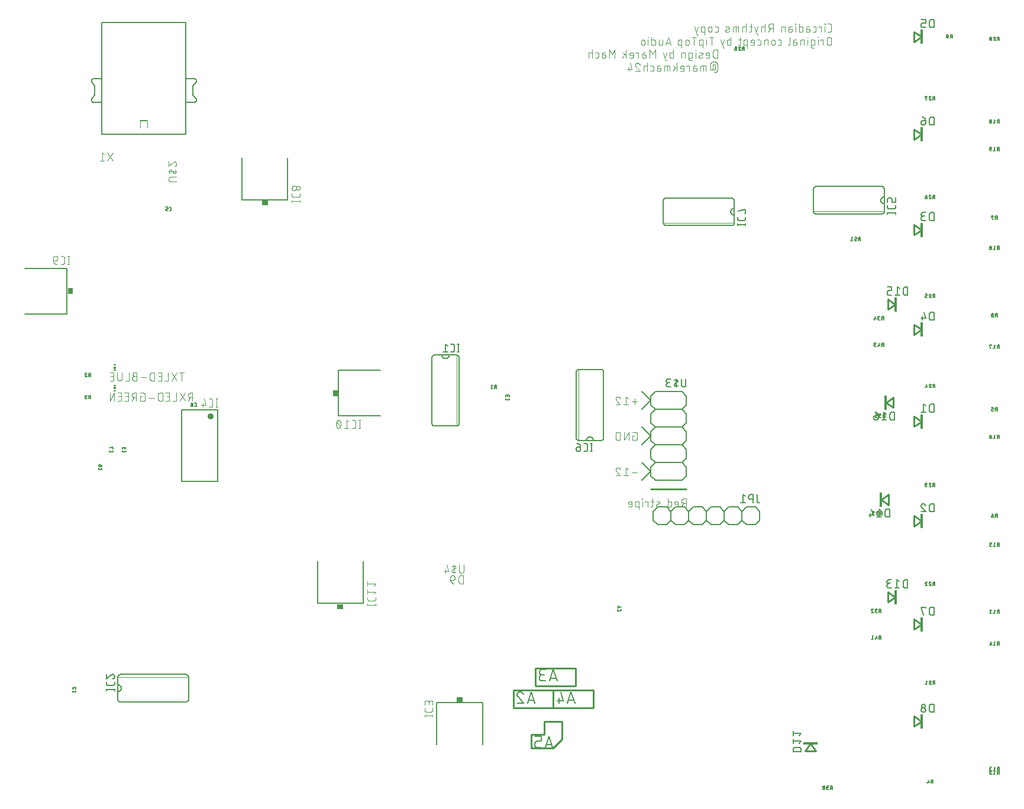
<source format=gbr>
G04 EAGLE Gerber X2 export*
%TF.Part,Single*%
%TF.FileFunction,Legend,Bot,1*%
%TF.FilePolarity,Positive*%
%TF.GenerationSoftware,Autodesk,EAGLE,9.1.3*%
%TF.CreationDate,2018-08-22T06:47:52Z*%
G75*
%MOMM*%
%FSLAX34Y34*%
%LPD*%
%AMOC8*
5,1,8,0,0,1.08239X$1,22.5*%
G01*
%ADD10C,0.101600*%
%ADD11C,0.254000*%
%ADD12C,0.152400*%
%ADD13C,0.127000*%
%ADD14C,0.050800*%
%ADD15C,0.203200*%
%ADD16R,0.863600X0.762000*%
%ADD17C,0.050400*%
%ADD18C,0.884400*%
%ADD19R,0.300000X0.150000*%
%ADD20R,0.300000X0.300000*%
%ADD21R,0.300000X2.100000*%
%ADD22R,2.100000X0.300000*%
%ADD23R,0.762000X0.863600*%


D10*
X1497725Y1088644D02*
X1500322Y1088644D01*
X1500421Y1088646D01*
X1500521Y1088652D01*
X1500620Y1088661D01*
X1500718Y1088674D01*
X1500816Y1088691D01*
X1500914Y1088712D01*
X1501010Y1088737D01*
X1501105Y1088765D01*
X1501199Y1088797D01*
X1501292Y1088832D01*
X1501384Y1088871D01*
X1501474Y1088914D01*
X1501562Y1088959D01*
X1501649Y1089009D01*
X1501733Y1089061D01*
X1501816Y1089117D01*
X1501896Y1089175D01*
X1501974Y1089237D01*
X1502049Y1089302D01*
X1502122Y1089370D01*
X1502192Y1089440D01*
X1502260Y1089513D01*
X1502325Y1089588D01*
X1502387Y1089666D01*
X1502445Y1089746D01*
X1502501Y1089829D01*
X1502553Y1089913D01*
X1502603Y1090000D01*
X1502648Y1090088D01*
X1502691Y1090178D01*
X1502730Y1090270D01*
X1502765Y1090363D01*
X1502797Y1090457D01*
X1502825Y1090552D01*
X1502850Y1090648D01*
X1502871Y1090746D01*
X1502888Y1090844D01*
X1502901Y1090942D01*
X1502910Y1091041D01*
X1502916Y1091141D01*
X1502918Y1091240D01*
X1502918Y1097732D01*
X1502916Y1097831D01*
X1502910Y1097931D01*
X1502901Y1098030D01*
X1502888Y1098128D01*
X1502871Y1098226D01*
X1502850Y1098324D01*
X1502825Y1098420D01*
X1502797Y1098515D01*
X1502765Y1098609D01*
X1502730Y1098702D01*
X1502691Y1098794D01*
X1502648Y1098884D01*
X1502603Y1098972D01*
X1502553Y1099059D01*
X1502501Y1099143D01*
X1502445Y1099226D01*
X1502387Y1099306D01*
X1502325Y1099384D01*
X1502260Y1099459D01*
X1502192Y1099532D01*
X1502122Y1099602D01*
X1502049Y1099670D01*
X1501974Y1099735D01*
X1501896Y1099797D01*
X1501816Y1099855D01*
X1501733Y1099911D01*
X1501649Y1099963D01*
X1501562Y1100013D01*
X1501474Y1100058D01*
X1501384Y1100101D01*
X1501292Y1100140D01*
X1501199Y1100175D01*
X1501105Y1100207D01*
X1501010Y1100235D01*
X1500914Y1100260D01*
X1500816Y1100281D01*
X1500718Y1100298D01*
X1500620Y1100311D01*
X1500521Y1100320D01*
X1500421Y1100326D01*
X1500322Y1100328D01*
X1497725Y1100328D01*
X1493543Y1096433D02*
X1493543Y1088644D01*
X1493868Y1099679D02*
X1493868Y1100328D01*
X1493219Y1100328D01*
X1493219Y1099679D01*
X1493868Y1099679D01*
X1488453Y1096433D02*
X1488453Y1088644D01*
X1488453Y1096433D02*
X1484559Y1096433D01*
X1484559Y1095135D01*
X1478939Y1088644D02*
X1476343Y1088644D01*
X1478939Y1088644D02*
X1479026Y1088646D01*
X1479114Y1088652D01*
X1479200Y1088662D01*
X1479287Y1088675D01*
X1479372Y1088693D01*
X1479457Y1088714D01*
X1479541Y1088739D01*
X1479623Y1088768D01*
X1479704Y1088801D01*
X1479784Y1088837D01*
X1479862Y1088876D01*
X1479938Y1088920D01*
X1480012Y1088966D01*
X1480083Y1089016D01*
X1480153Y1089069D01*
X1480220Y1089125D01*
X1480284Y1089184D01*
X1480346Y1089246D01*
X1480405Y1089310D01*
X1480461Y1089377D01*
X1480514Y1089447D01*
X1480564Y1089518D01*
X1480610Y1089592D01*
X1480654Y1089668D01*
X1480693Y1089746D01*
X1480729Y1089826D01*
X1480762Y1089907D01*
X1480791Y1089989D01*
X1480816Y1090073D01*
X1480837Y1090158D01*
X1480855Y1090243D01*
X1480868Y1090330D01*
X1480878Y1090416D01*
X1480884Y1090504D01*
X1480886Y1090591D01*
X1480886Y1094486D01*
X1480884Y1094573D01*
X1480878Y1094661D01*
X1480868Y1094747D01*
X1480855Y1094834D01*
X1480837Y1094919D01*
X1480816Y1095004D01*
X1480791Y1095088D01*
X1480762Y1095170D01*
X1480729Y1095251D01*
X1480693Y1095331D01*
X1480654Y1095409D01*
X1480610Y1095485D01*
X1480564Y1095559D01*
X1480514Y1095630D01*
X1480461Y1095700D01*
X1480405Y1095767D01*
X1480346Y1095831D01*
X1480284Y1095893D01*
X1480220Y1095952D01*
X1480153Y1096008D01*
X1480083Y1096061D01*
X1480012Y1096111D01*
X1479938Y1096157D01*
X1479862Y1096201D01*
X1479784Y1096240D01*
X1479704Y1096276D01*
X1479623Y1096309D01*
X1479541Y1096338D01*
X1479457Y1096363D01*
X1479372Y1096384D01*
X1479287Y1096402D01*
X1479200Y1096415D01*
X1479114Y1096425D01*
X1479026Y1096431D01*
X1478939Y1096433D01*
X1476343Y1096433D01*
X1469924Y1093188D02*
X1467003Y1093188D01*
X1469924Y1093188D02*
X1470018Y1093186D01*
X1470112Y1093180D01*
X1470205Y1093171D01*
X1470298Y1093157D01*
X1470390Y1093140D01*
X1470482Y1093118D01*
X1470572Y1093094D01*
X1470662Y1093065D01*
X1470750Y1093033D01*
X1470837Y1092997D01*
X1470922Y1092957D01*
X1471005Y1092914D01*
X1471087Y1092868D01*
X1471167Y1092818D01*
X1471244Y1092765D01*
X1471319Y1092709D01*
X1471392Y1092650D01*
X1471463Y1092588D01*
X1471531Y1092523D01*
X1471596Y1092455D01*
X1471658Y1092384D01*
X1471717Y1092311D01*
X1471773Y1092236D01*
X1471826Y1092159D01*
X1471876Y1092079D01*
X1471922Y1091997D01*
X1471965Y1091914D01*
X1472005Y1091829D01*
X1472041Y1091742D01*
X1472073Y1091654D01*
X1472102Y1091564D01*
X1472126Y1091474D01*
X1472148Y1091382D01*
X1472165Y1091290D01*
X1472179Y1091197D01*
X1472188Y1091104D01*
X1472194Y1091010D01*
X1472196Y1090916D01*
X1472194Y1090822D01*
X1472188Y1090728D01*
X1472179Y1090635D01*
X1472165Y1090542D01*
X1472148Y1090450D01*
X1472126Y1090358D01*
X1472102Y1090268D01*
X1472073Y1090178D01*
X1472041Y1090090D01*
X1472005Y1090003D01*
X1471965Y1089918D01*
X1471922Y1089835D01*
X1471876Y1089753D01*
X1471826Y1089673D01*
X1471773Y1089596D01*
X1471717Y1089521D01*
X1471658Y1089448D01*
X1471596Y1089377D01*
X1471531Y1089309D01*
X1471463Y1089244D01*
X1471392Y1089182D01*
X1471319Y1089123D01*
X1471244Y1089067D01*
X1471167Y1089014D01*
X1471087Y1088964D01*
X1471005Y1088918D01*
X1470922Y1088875D01*
X1470837Y1088835D01*
X1470750Y1088799D01*
X1470662Y1088767D01*
X1470572Y1088738D01*
X1470482Y1088714D01*
X1470390Y1088692D01*
X1470298Y1088675D01*
X1470205Y1088661D01*
X1470112Y1088652D01*
X1470018Y1088646D01*
X1469924Y1088644D01*
X1467003Y1088644D01*
X1467003Y1094486D01*
X1467005Y1094573D01*
X1467011Y1094661D01*
X1467021Y1094747D01*
X1467034Y1094834D01*
X1467052Y1094919D01*
X1467073Y1095004D01*
X1467098Y1095088D01*
X1467127Y1095170D01*
X1467160Y1095251D01*
X1467196Y1095331D01*
X1467235Y1095409D01*
X1467279Y1095485D01*
X1467325Y1095559D01*
X1467375Y1095630D01*
X1467428Y1095700D01*
X1467484Y1095767D01*
X1467543Y1095832D01*
X1467605Y1095893D01*
X1467669Y1095952D01*
X1467736Y1096008D01*
X1467806Y1096061D01*
X1467877Y1096111D01*
X1467951Y1096157D01*
X1468027Y1096201D01*
X1468105Y1096240D01*
X1468185Y1096276D01*
X1468266Y1096309D01*
X1468348Y1096338D01*
X1468432Y1096363D01*
X1468517Y1096384D01*
X1468602Y1096402D01*
X1468689Y1096415D01*
X1468776Y1096425D01*
X1468863Y1096431D01*
X1468950Y1096433D01*
X1471547Y1096433D01*
X1456716Y1100328D02*
X1456716Y1088644D01*
X1459961Y1088644D01*
X1460048Y1088646D01*
X1460136Y1088652D01*
X1460222Y1088662D01*
X1460309Y1088675D01*
X1460394Y1088693D01*
X1460479Y1088714D01*
X1460563Y1088739D01*
X1460645Y1088768D01*
X1460726Y1088801D01*
X1460806Y1088837D01*
X1460884Y1088876D01*
X1460960Y1088920D01*
X1461034Y1088966D01*
X1461105Y1089016D01*
X1461175Y1089069D01*
X1461242Y1089125D01*
X1461306Y1089184D01*
X1461368Y1089246D01*
X1461427Y1089310D01*
X1461483Y1089377D01*
X1461536Y1089447D01*
X1461586Y1089518D01*
X1461632Y1089592D01*
X1461676Y1089668D01*
X1461715Y1089746D01*
X1461751Y1089826D01*
X1461784Y1089907D01*
X1461813Y1089989D01*
X1461838Y1090073D01*
X1461859Y1090158D01*
X1461877Y1090243D01*
X1461890Y1090330D01*
X1461900Y1090416D01*
X1461906Y1090504D01*
X1461908Y1090591D01*
X1461909Y1090591D02*
X1461909Y1094486D01*
X1461908Y1094486D02*
X1461906Y1094573D01*
X1461900Y1094661D01*
X1461890Y1094747D01*
X1461877Y1094834D01*
X1461859Y1094919D01*
X1461838Y1095004D01*
X1461813Y1095088D01*
X1461784Y1095170D01*
X1461751Y1095251D01*
X1461715Y1095331D01*
X1461676Y1095409D01*
X1461632Y1095485D01*
X1461586Y1095559D01*
X1461536Y1095630D01*
X1461483Y1095700D01*
X1461427Y1095767D01*
X1461368Y1095831D01*
X1461306Y1095893D01*
X1461242Y1095952D01*
X1461175Y1096008D01*
X1461105Y1096061D01*
X1461034Y1096111D01*
X1460960Y1096157D01*
X1460884Y1096201D01*
X1460806Y1096240D01*
X1460726Y1096276D01*
X1460645Y1096309D01*
X1460563Y1096338D01*
X1460479Y1096363D01*
X1460394Y1096384D01*
X1460309Y1096402D01*
X1460222Y1096415D01*
X1460136Y1096425D01*
X1460048Y1096431D01*
X1459961Y1096433D01*
X1456716Y1096433D01*
X1451633Y1096433D02*
X1451633Y1088644D01*
X1451958Y1099679D02*
X1451958Y1100328D01*
X1451309Y1100328D01*
X1451309Y1099679D01*
X1451958Y1099679D01*
X1444778Y1093188D02*
X1441857Y1093188D01*
X1444778Y1093188D02*
X1444872Y1093186D01*
X1444966Y1093180D01*
X1445059Y1093171D01*
X1445152Y1093157D01*
X1445244Y1093140D01*
X1445336Y1093118D01*
X1445426Y1093094D01*
X1445516Y1093065D01*
X1445604Y1093033D01*
X1445691Y1092997D01*
X1445776Y1092957D01*
X1445859Y1092914D01*
X1445941Y1092868D01*
X1446021Y1092818D01*
X1446098Y1092765D01*
X1446173Y1092709D01*
X1446246Y1092650D01*
X1446317Y1092588D01*
X1446385Y1092523D01*
X1446450Y1092455D01*
X1446512Y1092384D01*
X1446571Y1092311D01*
X1446627Y1092236D01*
X1446680Y1092159D01*
X1446730Y1092079D01*
X1446776Y1091997D01*
X1446819Y1091914D01*
X1446859Y1091829D01*
X1446895Y1091742D01*
X1446927Y1091654D01*
X1446956Y1091564D01*
X1446980Y1091474D01*
X1447002Y1091382D01*
X1447019Y1091290D01*
X1447033Y1091197D01*
X1447042Y1091104D01*
X1447048Y1091010D01*
X1447050Y1090916D01*
X1447048Y1090822D01*
X1447042Y1090728D01*
X1447033Y1090635D01*
X1447019Y1090542D01*
X1447002Y1090450D01*
X1446980Y1090358D01*
X1446956Y1090268D01*
X1446927Y1090178D01*
X1446895Y1090090D01*
X1446859Y1090003D01*
X1446819Y1089918D01*
X1446776Y1089835D01*
X1446730Y1089753D01*
X1446680Y1089673D01*
X1446627Y1089596D01*
X1446571Y1089521D01*
X1446512Y1089448D01*
X1446450Y1089377D01*
X1446385Y1089309D01*
X1446317Y1089244D01*
X1446246Y1089182D01*
X1446173Y1089123D01*
X1446098Y1089067D01*
X1446021Y1089014D01*
X1445941Y1088964D01*
X1445859Y1088918D01*
X1445776Y1088875D01*
X1445691Y1088835D01*
X1445604Y1088799D01*
X1445516Y1088767D01*
X1445426Y1088738D01*
X1445336Y1088714D01*
X1445244Y1088692D01*
X1445152Y1088675D01*
X1445059Y1088661D01*
X1444966Y1088652D01*
X1444872Y1088646D01*
X1444778Y1088644D01*
X1441857Y1088644D01*
X1441857Y1094486D01*
X1441859Y1094573D01*
X1441865Y1094661D01*
X1441875Y1094747D01*
X1441888Y1094834D01*
X1441906Y1094919D01*
X1441927Y1095004D01*
X1441952Y1095088D01*
X1441981Y1095170D01*
X1442014Y1095251D01*
X1442050Y1095331D01*
X1442089Y1095409D01*
X1442133Y1095485D01*
X1442179Y1095559D01*
X1442229Y1095630D01*
X1442282Y1095700D01*
X1442338Y1095767D01*
X1442397Y1095832D01*
X1442459Y1095893D01*
X1442523Y1095952D01*
X1442590Y1096008D01*
X1442660Y1096061D01*
X1442731Y1096111D01*
X1442805Y1096157D01*
X1442881Y1096201D01*
X1442959Y1096240D01*
X1443039Y1096276D01*
X1443120Y1096309D01*
X1443202Y1096338D01*
X1443286Y1096363D01*
X1443371Y1096384D01*
X1443456Y1096402D01*
X1443543Y1096415D01*
X1443630Y1096425D01*
X1443717Y1096431D01*
X1443804Y1096433D01*
X1446401Y1096433D01*
X1436323Y1096433D02*
X1436323Y1088644D01*
X1436323Y1096433D02*
X1433077Y1096433D01*
X1432990Y1096431D01*
X1432902Y1096425D01*
X1432816Y1096415D01*
X1432729Y1096402D01*
X1432644Y1096384D01*
X1432559Y1096363D01*
X1432475Y1096338D01*
X1432393Y1096309D01*
X1432312Y1096276D01*
X1432232Y1096240D01*
X1432154Y1096201D01*
X1432078Y1096157D01*
X1432004Y1096111D01*
X1431933Y1096061D01*
X1431863Y1096008D01*
X1431796Y1095952D01*
X1431732Y1095893D01*
X1431670Y1095832D01*
X1431611Y1095767D01*
X1431555Y1095700D01*
X1431502Y1095630D01*
X1431452Y1095559D01*
X1431406Y1095485D01*
X1431363Y1095409D01*
X1431323Y1095331D01*
X1431287Y1095251D01*
X1431254Y1095170D01*
X1431225Y1095088D01*
X1431200Y1095004D01*
X1431179Y1094919D01*
X1431161Y1094834D01*
X1431148Y1094747D01*
X1431138Y1094661D01*
X1431132Y1094573D01*
X1431130Y1094486D01*
X1431130Y1088644D01*
X1419372Y1088644D02*
X1419372Y1100328D01*
X1416127Y1100328D01*
X1416014Y1100326D01*
X1415901Y1100320D01*
X1415788Y1100310D01*
X1415675Y1100296D01*
X1415563Y1100279D01*
X1415452Y1100257D01*
X1415342Y1100232D01*
X1415232Y1100202D01*
X1415124Y1100169D01*
X1415017Y1100132D01*
X1414911Y1100092D01*
X1414807Y1100047D01*
X1414704Y1099999D01*
X1414603Y1099948D01*
X1414504Y1099893D01*
X1414407Y1099835D01*
X1414312Y1099773D01*
X1414219Y1099708D01*
X1414129Y1099640D01*
X1414041Y1099569D01*
X1413955Y1099494D01*
X1413872Y1099417D01*
X1413792Y1099337D01*
X1413715Y1099254D01*
X1413640Y1099168D01*
X1413569Y1099080D01*
X1413501Y1098990D01*
X1413436Y1098897D01*
X1413374Y1098802D01*
X1413316Y1098705D01*
X1413261Y1098606D01*
X1413210Y1098505D01*
X1413162Y1098402D01*
X1413117Y1098298D01*
X1413077Y1098192D01*
X1413040Y1098085D01*
X1413007Y1097977D01*
X1412977Y1097867D01*
X1412952Y1097757D01*
X1412930Y1097646D01*
X1412913Y1097534D01*
X1412899Y1097421D01*
X1412889Y1097308D01*
X1412883Y1097195D01*
X1412881Y1097082D01*
X1412883Y1096969D01*
X1412889Y1096856D01*
X1412899Y1096743D01*
X1412913Y1096630D01*
X1412930Y1096518D01*
X1412952Y1096407D01*
X1412977Y1096297D01*
X1413007Y1096187D01*
X1413040Y1096079D01*
X1413077Y1095972D01*
X1413117Y1095866D01*
X1413162Y1095762D01*
X1413210Y1095659D01*
X1413261Y1095558D01*
X1413316Y1095459D01*
X1413374Y1095362D01*
X1413436Y1095267D01*
X1413501Y1095174D01*
X1413569Y1095084D01*
X1413640Y1094996D01*
X1413715Y1094910D01*
X1413792Y1094827D01*
X1413872Y1094747D01*
X1413955Y1094670D01*
X1414041Y1094595D01*
X1414129Y1094524D01*
X1414219Y1094456D01*
X1414312Y1094391D01*
X1414407Y1094329D01*
X1414504Y1094271D01*
X1414603Y1094216D01*
X1414704Y1094165D01*
X1414807Y1094117D01*
X1414911Y1094072D01*
X1415017Y1094032D01*
X1415124Y1093995D01*
X1415232Y1093962D01*
X1415342Y1093932D01*
X1415452Y1093907D01*
X1415563Y1093885D01*
X1415675Y1093868D01*
X1415788Y1093854D01*
X1415901Y1093844D01*
X1416014Y1093838D01*
X1416127Y1093836D01*
X1416127Y1093837D02*
X1419372Y1093837D01*
X1415478Y1093837D02*
X1412881Y1088644D01*
X1407748Y1088644D02*
X1407748Y1100328D01*
X1407748Y1096433D02*
X1404502Y1096433D01*
X1404415Y1096431D01*
X1404327Y1096425D01*
X1404241Y1096415D01*
X1404154Y1096402D01*
X1404069Y1096384D01*
X1403984Y1096363D01*
X1403900Y1096338D01*
X1403818Y1096309D01*
X1403737Y1096276D01*
X1403657Y1096240D01*
X1403579Y1096201D01*
X1403503Y1096157D01*
X1403429Y1096111D01*
X1403358Y1096061D01*
X1403288Y1096008D01*
X1403221Y1095952D01*
X1403157Y1095893D01*
X1403095Y1095832D01*
X1403036Y1095767D01*
X1402980Y1095700D01*
X1402927Y1095630D01*
X1402877Y1095559D01*
X1402831Y1095485D01*
X1402788Y1095409D01*
X1402748Y1095331D01*
X1402712Y1095251D01*
X1402679Y1095170D01*
X1402650Y1095088D01*
X1402625Y1095004D01*
X1402604Y1094919D01*
X1402586Y1094834D01*
X1402573Y1094747D01*
X1402563Y1094661D01*
X1402557Y1094573D01*
X1402555Y1094486D01*
X1402555Y1088644D01*
X1397842Y1084749D02*
X1396544Y1084749D01*
X1392649Y1096433D01*
X1397842Y1096433D02*
X1395245Y1088644D01*
X1389284Y1096433D02*
X1385390Y1096433D01*
X1387986Y1100328D02*
X1387986Y1090591D01*
X1387984Y1090504D01*
X1387978Y1090416D01*
X1387968Y1090330D01*
X1387955Y1090243D01*
X1387937Y1090158D01*
X1387916Y1090073D01*
X1387891Y1089989D01*
X1387862Y1089907D01*
X1387829Y1089826D01*
X1387793Y1089746D01*
X1387754Y1089668D01*
X1387710Y1089592D01*
X1387664Y1089518D01*
X1387614Y1089447D01*
X1387561Y1089377D01*
X1387505Y1089310D01*
X1387446Y1089246D01*
X1387384Y1089184D01*
X1387320Y1089125D01*
X1387253Y1089069D01*
X1387183Y1089016D01*
X1387112Y1088966D01*
X1387038Y1088920D01*
X1386962Y1088876D01*
X1386884Y1088837D01*
X1386804Y1088801D01*
X1386723Y1088768D01*
X1386641Y1088739D01*
X1386557Y1088714D01*
X1386472Y1088693D01*
X1386387Y1088675D01*
X1386300Y1088662D01*
X1386214Y1088652D01*
X1386126Y1088646D01*
X1386039Y1088644D01*
X1385390Y1088644D01*
X1380697Y1088644D02*
X1380697Y1100328D01*
X1380697Y1096433D02*
X1377451Y1096433D01*
X1377364Y1096431D01*
X1377276Y1096425D01*
X1377190Y1096415D01*
X1377103Y1096402D01*
X1377018Y1096384D01*
X1376933Y1096363D01*
X1376849Y1096338D01*
X1376767Y1096309D01*
X1376686Y1096276D01*
X1376606Y1096240D01*
X1376528Y1096201D01*
X1376452Y1096157D01*
X1376378Y1096111D01*
X1376307Y1096061D01*
X1376237Y1096008D01*
X1376170Y1095952D01*
X1376106Y1095893D01*
X1376044Y1095832D01*
X1375985Y1095767D01*
X1375929Y1095700D01*
X1375876Y1095630D01*
X1375826Y1095559D01*
X1375780Y1095485D01*
X1375737Y1095409D01*
X1375697Y1095331D01*
X1375661Y1095251D01*
X1375628Y1095170D01*
X1375599Y1095088D01*
X1375574Y1095004D01*
X1375553Y1094919D01*
X1375535Y1094834D01*
X1375522Y1094747D01*
X1375512Y1094661D01*
X1375506Y1094573D01*
X1375504Y1094486D01*
X1375504Y1088644D01*
X1369803Y1088644D02*
X1369803Y1096433D01*
X1363961Y1096433D01*
X1363874Y1096431D01*
X1363786Y1096425D01*
X1363700Y1096415D01*
X1363613Y1096402D01*
X1363528Y1096384D01*
X1363443Y1096363D01*
X1363359Y1096338D01*
X1363277Y1096309D01*
X1363196Y1096276D01*
X1363116Y1096240D01*
X1363038Y1096201D01*
X1362962Y1096157D01*
X1362888Y1096111D01*
X1362817Y1096061D01*
X1362747Y1096008D01*
X1362680Y1095952D01*
X1362616Y1095893D01*
X1362554Y1095831D01*
X1362495Y1095767D01*
X1362439Y1095700D01*
X1362386Y1095630D01*
X1362336Y1095559D01*
X1362290Y1095485D01*
X1362246Y1095409D01*
X1362207Y1095331D01*
X1362171Y1095251D01*
X1362138Y1095170D01*
X1362109Y1095088D01*
X1362084Y1095004D01*
X1362063Y1094919D01*
X1362045Y1094834D01*
X1362032Y1094747D01*
X1362022Y1094661D01*
X1362016Y1094573D01*
X1362014Y1094486D01*
X1362014Y1088644D01*
X1365909Y1088644D02*
X1365909Y1096433D01*
X1355720Y1093188D02*
X1352475Y1091890D01*
X1355720Y1093187D02*
X1355795Y1093220D01*
X1355869Y1093256D01*
X1355941Y1093295D01*
X1356011Y1093338D01*
X1356078Y1093384D01*
X1356144Y1093434D01*
X1356206Y1093486D01*
X1356267Y1093542D01*
X1356324Y1093600D01*
X1356379Y1093661D01*
X1356430Y1093725D01*
X1356478Y1093791D01*
X1356523Y1093860D01*
X1356565Y1093930D01*
X1356603Y1094003D01*
X1356638Y1094077D01*
X1356669Y1094153D01*
X1356696Y1094230D01*
X1356719Y1094309D01*
X1356739Y1094388D01*
X1356754Y1094469D01*
X1356766Y1094550D01*
X1356774Y1094632D01*
X1356778Y1094713D01*
X1356777Y1094795D01*
X1356773Y1094877D01*
X1356765Y1094959D01*
X1356753Y1095040D01*
X1356737Y1095120D01*
X1356717Y1095200D01*
X1356693Y1095278D01*
X1356665Y1095355D01*
X1356634Y1095431D01*
X1356599Y1095505D01*
X1356561Y1095577D01*
X1356519Y1095648D01*
X1356473Y1095716D01*
X1356425Y1095782D01*
X1356373Y1095845D01*
X1356318Y1095906D01*
X1356260Y1095964D01*
X1356200Y1096020D01*
X1356137Y1096072D01*
X1356071Y1096121D01*
X1356003Y1096167D01*
X1355933Y1096209D01*
X1355861Y1096249D01*
X1355787Y1096284D01*
X1355712Y1096316D01*
X1355635Y1096344D01*
X1355557Y1096368D01*
X1355477Y1096389D01*
X1355397Y1096406D01*
X1355316Y1096418D01*
X1355235Y1096427D01*
X1355153Y1096432D01*
X1355071Y1096433D01*
X1354894Y1096429D01*
X1354717Y1096420D01*
X1354540Y1096406D01*
X1354363Y1096389D01*
X1354188Y1096367D01*
X1354012Y1096342D01*
X1353838Y1096311D01*
X1353664Y1096277D01*
X1353491Y1096239D01*
X1353319Y1096196D01*
X1353148Y1096149D01*
X1352978Y1096099D01*
X1352809Y1096044D01*
X1352642Y1095985D01*
X1352477Y1095922D01*
X1352312Y1095855D01*
X1352150Y1095784D01*
X1352475Y1091890D02*
X1352400Y1091857D01*
X1352326Y1091821D01*
X1352254Y1091782D01*
X1352184Y1091739D01*
X1352117Y1091693D01*
X1352051Y1091643D01*
X1351989Y1091591D01*
X1351928Y1091535D01*
X1351871Y1091477D01*
X1351816Y1091416D01*
X1351765Y1091352D01*
X1351717Y1091286D01*
X1351672Y1091217D01*
X1351630Y1091147D01*
X1351592Y1091074D01*
X1351557Y1091000D01*
X1351526Y1090924D01*
X1351499Y1090847D01*
X1351476Y1090768D01*
X1351456Y1090689D01*
X1351441Y1090608D01*
X1351429Y1090527D01*
X1351421Y1090445D01*
X1351417Y1090364D01*
X1351418Y1090282D01*
X1351422Y1090200D01*
X1351430Y1090118D01*
X1351442Y1090037D01*
X1351458Y1089957D01*
X1351478Y1089877D01*
X1351502Y1089799D01*
X1351530Y1089722D01*
X1351561Y1089646D01*
X1351596Y1089572D01*
X1351634Y1089500D01*
X1351676Y1089429D01*
X1351722Y1089361D01*
X1351770Y1089295D01*
X1351822Y1089232D01*
X1351877Y1089171D01*
X1351935Y1089113D01*
X1351995Y1089057D01*
X1352058Y1089005D01*
X1352124Y1088956D01*
X1352192Y1088910D01*
X1352262Y1088868D01*
X1352334Y1088828D01*
X1352408Y1088793D01*
X1352483Y1088761D01*
X1352560Y1088733D01*
X1352638Y1088709D01*
X1352718Y1088688D01*
X1352798Y1088671D01*
X1352879Y1088659D01*
X1352960Y1088650D01*
X1353042Y1088645D01*
X1353124Y1088644D01*
X1353384Y1088651D01*
X1353644Y1088664D01*
X1353904Y1088683D01*
X1354163Y1088708D01*
X1354422Y1088740D01*
X1354679Y1088777D01*
X1354936Y1088821D01*
X1355192Y1088870D01*
X1355446Y1088926D01*
X1355699Y1088987D01*
X1355950Y1089055D01*
X1356200Y1089129D01*
X1356448Y1089208D01*
X1356694Y1089293D01*
X1338731Y1088644D02*
X1336135Y1088644D01*
X1338731Y1088644D02*
X1338818Y1088646D01*
X1338906Y1088652D01*
X1338992Y1088662D01*
X1339079Y1088675D01*
X1339164Y1088693D01*
X1339249Y1088714D01*
X1339333Y1088739D01*
X1339415Y1088768D01*
X1339496Y1088801D01*
X1339576Y1088837D01*
X1339654Y1088876D01*
X1339730Y1088920D01*
X1339804Y1088966D01*
X1339875Y1089016D01*
X1339945Y1089069D01*
X1340012Y1089125D01*
X1340076Y1089184D01*
X1340138Y1089246D01*
X1340197Y1089310D01*
X1340253Y1089377D01*
X1340306Y1089447D01*
X1340356Y1089518D01*
X1340402Y1089592D01*
X1340446Y1089668D01*
X1340485Y1089746D01*
X1340521Y1089826D01*
X1340554Y1089907D01*
X1340583Y1089989D01*
X1340608Y1090073D01*
X1340629Y1090158D01*
X1340647Y1090243D01*
X1340660Y1090330D01*
X1340670Y1090416D01*
X1340676Y1090504D01*
X1340678Y1090591D01*
X1340679Y1090591D02*
X1340679Y1094486D01*
X1340678Y1094486D02*
X1340676Y1094573D01*
X1340670Y1094661D01*
X1340660Y1094747D01*
X1340647Y1094834D01*
X1340629Y1094919D01*
X1340608Y1095004D01*
X1340583Y1095088D01*
X1340554Y1095170D01*
X1340521Y1095251D01*
X1340485Y1095331D01*
X1340446Y1095409D01*
X1340402Y1095485D01*
X1340356Y1095559D01*
X1340306Y1095630D01*
X1340253Y1095700D01*
X1340197Y1095767D01*
X1340138Y1095831D01*
X1340076Y1095893D01*
X1340012Y1095952D01*
X1339945Y1096008D01*
X1339875Y1096061D01*
X1339804Y1096111D01*
X1339730Y1096157D01*
X1339654Y1096201D01*
X1339576Y1096240D01*
X1339496Y1096276D01*
X1339415Y1096309D01*
X1339333Y1096338D01*
X1339249Y1096363D01*
X1339164Y1096384D01*
X1339079Y1096402D01*
X1338992Y1096415D01*
X1338906Y1096425D01*
X1338818Y1096431D01*
X1338731Y1096433D01*
X1336135Y1096433D01*
X1331929Y1093837D02*
X1331929Y1091240D01*
X1331929Y1093837D02*
X1331927Y1093938D01*
X1331921Y1094038D01*
X1331911Y1094138D01*
X1331898Y1094238D01*
X1331880Y1094337D01*
X1331859Y1094436D01*
X1331834Y1094533D01*
X1331805Y1094630D01*
X1331772Y1094725D01*
X1331736Y1094819D01*
X1331696Y1094911D01*
X1331653Y1095002D01*
X1331606Y1095091D01*
X1331556Y1095178D01*
X1331502Y1095264D01*
X1331445Y1095347D01*
X1331385Y1095427D01*
X1331322Y1095506D01*
X1331255Y1095582D01*
X1331186Y1095655D01*
X1331114Y1095725D01*
X1331040Y1095793D01*
X1330963Y1095858D01*
X1330883Y1095919D01*
X1330801Y1095978D01*
X1330717Y1096033D01*
X1330631Y1096085D01*
X1330543Y1096134D01*
X1330453Y1096179D01*
X1330361Y1096221D01*
X1330268Y1096259D01*
X1330173Y1096293D01*
X1330078Y1096324D01*
X1329981Y1096351D01*
X1329883Y1096374D01*
X1329784Y1096394D01*
X1329684Y1096409D01*
X1329584Y1096421D01*
X1329484Y1096429D01*
X1329383Y1096433D01*
X1329283Y1096433D01*
X1329182Y1096429D01*
X1329082Y1096421D01*
X1328982Y1096409D01*
X1328882Y1096394D01*
X1328783Y1096374D01*
X1328685Y1096351D01*
X1328588Y1096324D01*
X1328493Y1096293D01*
X1328398Y1096259D01*
X1328305Y1096221D01*
X1328213Y1096179D01*
X1328123Y1096134D01*
X1328035Y1096085D01*
X1327949Y1096033D01*
X1327865Y1095978D01*
X1327783Y1095919D01*
X1327703Y1095858D01*
X1327626Y1095793D01*
X1327552Y1095725D01*
X1327480Y1095655D01*
X1327411Y1095582D01*
X1327344Y1095506D01*
X1327281Y1095427D01*
X1327221Y1095347D01*
X1327164Y1095264D01*
X1327110Y1095178D01*
X1327060Y1095091D01*
X1327013Y1095002D01*
X1326970Y1094911D01*
X1326930Y1094819D01*
X1326894Y1094725D01*
X1326861Y1094630D01*
X1326832Y1094533D01*
X1326807Y1094436D01*
X1326786Y1094337D01*
X1326768Y1094238D01*
X1326755Y1094138D01*
X1326745Y1094038D01*
X1326739Y1093938D01*
X1326737Y1093837D01*
X1326736Y1093837D02*
X1326736Y1091240D01*
X1326737Y1091240D02*
X1326739Y1091139D01*
X1326745Y1091039D01*
X1326755Y1090939D01*
X1326768Y1090839D01*
X1326786Y1090740D01*
X1326807Y1090641D01*
X1326832Y1090544D01*
X1326861Y1090447D01*
X1326894Y1090352D01*
X1326930Y1090258D01*
X1326970Y1090166D01*
X1327013Y1090075D01*
X1327060Y1089986D01*
X1327110Y1089899D01*
X1327164Y1089813D01*
X1327221Y1089730D01*
X1327281Y1089650D01*
X1327344Y1089571D01*
X1327411Y1089495D01*
X1327480Y1089422D01*
X1327552Y1089352D01*
X1327626Y1089284D01*
X1327703Y1089219D01*
X1327783Y1089158D01*
X1327865Y1089099D01*
X1327949Y1089044D01*
X1328035Y1088992D01*
X1328123Y1088943D01*
X1328213Y1088898D01*
X1328305Y1088856D01*
X1328398Y1088818D01*
X1328493Y1088784D01*
X1328588Y1088753D01*
X1328685Y1088726D01*
X1328783Y1088703D01*
X1328882Y1088683D01*
X1328982Y1088668D01*
X1329082Y1088656D01*
X1329182Y1088648D01*
X1329283Y1088644D01*
X1329383Y1088644D01*
X1329484Y1088648D01*
X1329584Y1088656D01*
X1329684Y1088668D01*
X1329784Y1088683D01*
X1329883Y1088703D01*
X1329981Y1088726D01*
X1330078Y1088753D01*
X1330173Y1088784D01*
X1330268Y1088818D01*
X1330361Y1088856D01*
X1330453Y1088898D01*
X1330543Y1088943D01*
X1330631Y1088992D01*
X1330717Y1089044D01*
X1330801Y1089099D01*
X1330883Y1089158D01*
X1330963Y1089219D01*
X1331040Y1089284D01*
X1331114Y1089352D01*
X1331186Y1089422D01*
X1331255Y1089495D01*
X1331322Y1089571D01*
X1331385Y1089650D01*
X1331445Y1089730D01*
X1331502Y1089813D01*
X1331556Y1089899D01*
X1331606Y1089986D01*
X1331653Y1090075D01*
X1331696Y1090166D01*
X1331736Y1090258D01*
X1331772Y1090352D01*
X1331805Y1090447D01*
X1331834Y1090544D01*
X1331859Y1090641D01*
X1331880Y1090740D01*
X1331898Y1090839D01*
X1331911Y1090939D01*
X1331921Y1091039D01*
X1331927Y1091139D01*
X1331929Y1091240D01*
X1321583Y1096433D02*
X1321583Y1084749D01*
X1321583Y1096433D02*
X1318338Y1096433D01*
X1318251Y1096431D01*
X1318163Y1096425D01*
X1318077Y1096415D01*
X1317990Y1096402D01*
X1317905Y1096384D01*
X1317820Y1096363D01*
X1317736Y1096338D01*
X1317654Y1096309D01*
X1317573Y1096276D01*
X1317493Y1096240D01*
X1317415Y1096201D01*
X1317339Y1096157D01*
X1317265Y1096111D01*
X1317194Y1096061D01*
X1317124Y1096008D01*
X1317057Y1095952D01*
X1316993Y1095893D01*
X1316931Y1095832D01*
X1316872Y1095767D01*
X1316816Y1095700D01*
X1316763Y1095630D01*
X1316713Y1095559D01*
X1316667Y1095485D01*
X1316624Y1095409D01*
X1316584Y1095331D01*
X1316548Y1095251D01*
X1316515Y1095170D01*
X1316486Y1095088D01*
X1316461Y1095004D01*
X1316440Y1094919D01*
X1316422Y1094834D01*
X1316409Y1094747D01*
X1316399Y1094661D01*
X1316393Y1094573D01*
X1316391Y1094486D01*
X1316390Y1094486D02*
X1316390Y1090591D01*
X1316391Y1090591D02*
X1316393Y1090504D01*
X1316399Y1090416D01*
X1316409Y1090330D01*
X1316422Y1090243D01*
X1316440Y1090158D01*
X1316461Y1090073D01*
X1316486Y1089989D01*
X1316515Y1089907D01*
X1316548Y1089826D01*
X1316584Y1089746D01*
X1316623Y1089668D01*
X1316667Y1089592D01*
X1316713Y1089518D01*
X1316763Y1089447D01*
X1316816Y1089377D01*
X1316872Y1089310D01*
X1316931Y1089245D01*
X1316993Y1089184D01*
X1317057Y1089125D01*
X1317124Y1089069D01*
X1317194Y1089016D01*
X1317265Y1088966D01*
X1317339Y1088920D01*
X1317415Y1088876D01*
X1317493Y1088837D01*
X1317573Y1088801D01*
X1317654Y1088768D01*
X1317736Y1088739D01*
X1317820Y1088714D01*
X1317905Y1088693D01*
X1317990Y1088675D01*
X1318077Y1088662D01*
X1318164Y1088652D01*
X1318251Y1088646D01*
X1318338Y1088644D01*
X1321583Y1088644D01*
X1312117Y1084749D02*
X1310819Y1084749D01*
X1306924Y1096433D01*
X1312117Y1096433D02*
X1309521Y1088644D01*
X1502918Y1078032D02*
X1502918Y1072840D01*
X1502918Y1078032D02*
X1502916Y1078145D01*
X1502910Y1078258D01*
X1502900Y1078371D01*
X1502886Y1078484D01*
X1502869Y1078596D01*
X1502847Y1078707D01*
X1502822Y1078817D01*
X1502792Y1078927D01*
X1502759Y1079035D01*
X1502722Y1079142D01*
X1502682Y1079248D01*
X1502637Y1079352D01*
X1502589Y1079455D01*
X1502538Y1079556D01*
X1502483Y1079655D01*
X1502425Y1079752D01*
X1502363Y1079847D01*
X1502298Y1079940D01*
X1502230Y1080030D01*
X1502159Y1080118D01*
X1502084Y1080204D01*
X1502007Y1080287D01*
X1501927Y1080367D01*
X1501844Y1080444D01*
X1501758Y1080519D01*
X1501670Y1080590D01*
X1501580Y1080658D01*
X1501487Y1080723D01*
X1501392Y1080785D01*
X1501295Y1080843D01*
X1501196Y1080898D01*
X1501095Y1080949D01*
X1500992Y1080997D01*
X1500888Y1081042D01*
X1500782Y1081082D01*
X1500675Y1081119D01*
X1500567Y1081152D01*
X1500457Y1081182D01*
X1500347Y1081207D01*
X1500236Y1081229D01*
X1500124Y1081246D01*
X1500011Y1081260D01*
X1499898Y1081270D01*
X1499785Y1081276D01*
X1499672Y1081278D01*
X1499559Y1081276D01*
X1499446Y1081270D01*
X1499333Y1081260D01*
X1499220Y1081246D01*
X1499108Y1081229D01*
X1498997Y1081207D01*
X1498887Y1081182D01*
X1498777Y1081152D01*
X1498669Y1081119D01*
X1498562Y1081082D01*
X1498456Y1081042D01*
X1498352Y1080997D01*
X1498249Y1080949D01*
X1498148Y1080898D01*
X1498049Y1080843D01*
X1497952Y1080785D01*
X1497857Y1080723D01*
X1497764Y1080658D01*
X1497674Y1080590D01*
X1497586Y1080519D01*
X1497500Y1080444D01*
X1497417Y1080367D01*
X1497337Y1080287D01*
X1497260Y1080204D01*
X1497185Y1080118D01*
X1497114Y1080030D01*
X1497046Y1079940D01*
X1496981Y1079847D01*
X1496919Y1079752D01*
X1496861Y1079655D01*
X1496806Y1079556D01*
X1496755Y1079455D01*
X1496707Y1079352D01*
X1496662Y1079248D01*
X1496622Y1079142D01*
X1496585Y1079035D01*
X1496552Y1078927D01*
X1496522Y1078817D01*
X1496497Y1078707D01*
X1496475Y1078596D01*
X1496458Y1078484D01*
X1496444Y1078371D01*
X1496434Y1078258D01*
X1496428Y1078145D01*
X1496426Y1078032D01*
X1496427Y1078032D02*
X1496427Y1072840D01*
X1496426Y1072840D02*
X1496428Y1072727D01*
X1496434Y1072614D01*
X1496444Y1072501D01*
X1496458Y1072388D01*
X1496475Y1072276D01*
X1496497Y1072165D01*
X1496522Y1072055D01*
X1496552Y1071945D01*
X1496585Y1071837D01*
X1496622Y1071730D01*
X1496662Y1071624D01*
X1496707Y1071520D01*
X1496755Y1071417D01*
X1496806Y1071316D01*
X1496861Y1071217D01*
X1496919Y1071120D01*
X1496981Y1071025D01*
X1497046Y1070932D01*
X1497114Y1070842D01*
X1497185Y1070754D01*
X1497260Y1070668D01*
X1497337Y1070585D01*
X1497417Y1070505D01*
X1497500Y1070428D01*
X1497586Y1070353D01*
X1497674Y1070282D01*
X1497764Y1070214D01*
X1497857Y1070149D01*
X1497952Y1070087D01*
X1498049Y1070029D01*
X1498148Y1069974D01*
X1498249Y1069923D01*
X1498352Y1069875D01*
X1498456Y1069830D01*
X1498562Y1069790D01*
X1498669Y1069753D01*
X1498777Y1069720D01*
X1498887Y1069690D01*
X1498997Y1069665D01*
X1499108Y1069643D01*
X1499220Y1069626D01*
X1499333Y1069612D01*
X1499446Y1069602D01*
X1499559Y1069596D01*
X1499672Y1069594D01*
X1499785Y1069596D01*
X1499898Y1069602D01*
X1500011Y1069612D01*
X1500124Y1069626D01*
X1500236Y1069643D01*
X1500347Y1069665D01*
X1500457Y1069690D01*
X1500567Y1069720D01*
X1500675Y1069753D01*
X1500782Y1069790D01*
X1500888Y1069830D01*
X1500992Y1069875D01*
X1501095Y1069923D01*
X1501196Y1069974D01*
X1501295Y1070029D01*
X1501392Y1070087D01*
X1501487Y1070149D01*
X1501580Y1070214D01*
X1501670Y1070282D01*
X1501758Y1070353D01*
X1501844Y1070428D01*
X1501927Y1070505D01*
X1502007Y1070585D01*
X1502084Y1070668D01*
X1502159Y1070754D01*
X1502230Y1070842D01*
X1502298Y1070932D01*
X1502363Y1071025D01*
X1502425Y1071120D01*
X1502483Y1071217D01*
X1502538Y1071316D01*
X1502589Y1071417D01*
X1502637Y1071520D01*
X1502682Y1071624D01*
X1502722Y1071730D01*
X1502759Y1071837D01*
X1502792Y1071945D01*
X1502822Y1072055D01*
X1502847Y1072165D01*
X1502869Y1072276D01*
X1502886Y1072388D01*
X1502900Y1072501D01*
X1502910Y1072614D01*
X1502916Y1072727D01*
X1502918Y1072840D01*
X1491154Y1069594D02*
X1491154Y1077383D01*
X1487259Y1077383D01*
X1487259Y1076085D01*
X1483671Y1077383D02*
X1483671Y1069594D01*
X1483995Y1080629D02*
X1483995Y1081278D01*
X1483346Y1081278D01*
X1483346Y1080629D01*
X1483995Y1080629D01*
X1477140Y1069594D02*
X1473894Y1069594D01*
X1477140Y1069594D02*
X1477227Y1069596D01*
X1477315Y1069602D01*
X1477401Y1069612D01*
X1477488Y1069625D01*
X1477573Y1069643D01*
X1477658Y1069664D01*
X1477742Y1069689D01*
X1477824Y1069718D01*
X1477905Y1069751D01*
X1477985Y1069787D01*
X1478063Y1069826D01*
X1478139Y1069870D01*
X1478213Y1069916D01*
X1478284Y1069966D01*
X1478354Y1070019D01*
X1478421Y1070075D01*
X1478485Y1070134D01*
X1478547Y1070196D01*
X1478606Y1070260D01*
X1478662Y1070327D01*
X1478715Y1070397D01*
X1478765Y1070468D01*
X1478811Y1070542D01*
X1478855Y1070618D01*
X1478894Y1070696D01*
X1478930Y1070776D01*
X1478963Y1070857D01*
X1478992Y1070939D01*
X1479017Y1071023D01*
X1479038Y1071108D01*
X1479056Y1071193D01*
X1479069Y1071280D01*
X1479079Y1071366D01*
X1479085Y1071454D01*
X1479087Y1071541D01*
X1479087Y1075436D01*
X1479085Y1075523D01*
X1479079Y1075611D01*
X1479069Y1075697D01*
X1479056Y1075784D01*
X1479038Y1075869D01*
X1479017Y1075954D01*
X1478992Y1076038D01*
X1478963Y1076120D01*
X1478930Y1076201D01*
X1478894Y1076281D01*
X1478855Y1076359D01*
X1478811Y1076435D01*
X1478765Y1076509D01*
X1478715Y1076580D01*
X1478662Y1076650D01*
X1478606Y1076717D01*
X1478547Y1076781D01*
X1478485Y1076843D01*
X1478421Y1076902D01*
X1478354Y1076958D01*
X1478284Y1077011D01*
X1478213Y1077061D01*
X1478139Y1077107D01*
X1478063Y1077151D01*
X1477985Y1077190D01*
X1477905Y1077226D01*
X1477824Y1077259D01*
X1477742Y1077288D01*
X1477658Y1077313D01*
X1477573Y1077334D01*
X1477488Y1077352D01*
X1477401Y1077365D01*
X1477315Y1077375D01*
X1477227Y1077381D01*
X1477140Y1077383D01*
X1473894Y1077383D01*
X1473894Y1067647D01*
X1473896Y1067560D01*
X1473902Y1067472D01*
X1473912Y1067386D01*
X1473925Y1067299D01*
X1473943Y1067214D01*
X1473964Y1067129D01*
X1473989Y1067045D01*
X1474018Y1066963D01*
X1474051Y1066882D01*
X1474087Y1066802D01*
X1474126Y1066724D01*
X1474170Y1066648D01*
X1474216Y1066574D01*
X1474266Y1066503D01*
X1474319Y1066433D01*
X1474375Y1066366D01*
X1474434Y1066302D01*
X1474496Y1066240D01*
X1474560Y1066181D01*
X1474627Y1066125D01*
X1474697Y1066072D01*
X1474768Y1066022D01*
X1474842Y1065976D01*
X1474918Y1065932D01*
X1474996Y1065893D01*
X1475076Y1065857D01*
X1475157Y1065824D01*
X1475239Y1065795D01*
X1475323Y1065770D01*
X1475408Y1065749D01*
X1475493Y1065731D01*
X1475580Y1065718D01*
X1475666Y1065708D01*
X1475754Y1065702D01*
X1475841Y1065700D01*
X1475841Y1065699D02*
X1478438Y1065699D01*
X1468812Y1069594D02*
X1468812Y1077383D01*
X1469136Y1080629D02*
X1469136Y1081278D01*
X1468487Y1081278D01*
X1468487Y1080629D01*
X1469136Y1080629D01*
X1463788Y1077383D02*
X1463788Y1069594D01*
X1463788Y1077383D02*
X1460542Y1077383D01*
X1460455Y1077381D01*
X1460367Y1077375D01*
X1460281Y1077365D01*
X1460194Y1077352D01*
X1460109Y1077334D01*
X1460024Y1077313D01*
X1459940Y1077288D01*
X1459858Y1077259D01*
X1459777Y1077226D01*
X1459697Y1077190D01*
X1459619Y1077151D01*
X1459543Y1077107D01*
X1459469Y1077061D01*
X1459398Y1077011D01*
X1459328Y1076958D01*
X1459261Y1076902D01*
X1459197Y1076843D01*
X1459135Y1076782D01*
X1459076Y1076717D01*
X1459020Y1076650D01*
X1458967Y1076580D01*
X1458917Y1076509D01*
X1458871Y1076435D01*
X1458828Y1076359D01*
X1458788Y1076281D01*
X1458752Y1076201D01*
X1458719Y1076120D01*
X1458690Y1076038D01*
X1458665Y1075954D01*
X1458644Y1075869D01*
X1458626Y1075784D01*
X1458613Y1075697D01*
X1458603Y1075611D01*
X1458597Y1075523D01*
X1458595Y1075436D01*
X1458595Y1069594D01*
X1451288Y1074138D02*
X1448367Y1074138D01*
X1451288Y1074138D02*
X1451382Y1074136D01*
X1451476Y1074130D01*
X1451569Y1074121D01*
X1451662Y1074107D01*
X1451754Y1074090D01*
X1451846Y1074068D01*
X1451936Y1074044D01*
X1452026Y1074015D01*
X1452114Y1073983D01*
X1452201Y1073947D01*
X1452286Y1073907D01*
X1452369Y1073864D01*
X1452451Y1073818D01*
X1452531Y1073768D01*
X1452608Y1073715D01*
X1452683Y1073659D01*
X1452756Y1073600D01*
X1452827Y1073538D01*
X1452895Y1073473D01*
X1452960Y1073405D01*
X1453022Y1073334D01*
X1453081Y1073261D01*
X1453137Y1073186D01*
X1453190Y1073109D01*
X1453240Y1073029D01*
X1453286Y1072947D01*
X1453329Y1072864D01*
X1453369Y1072779D01*
X1453405Y1072692D01*
X1453437Y1072604D01*
X1453466Y1072514D01*
X1453490Y1072424D01*
X1453512Y1072332D01*
X1453529Y1072240D01*
X1453543Y1072147D01*
X1453552Y1072054D01*
X1453558Y1071960D01*
X1453560Y1071866D01*
X1453558Y1071772D01*
X1453552Y1071678D01*
X1453543Y1071585D01*
X1453529Y1071492D01*
X1453512Y1071400D01*
X1453490Y1071308D01*
X1453466Y1071218D01*
X1453437Y1071128D01*
X1453405Y1071040D01*
X1453369Y1070953D01*
X1453329Y1070868D01*
X1453286Y1070785D01*
X1453240Y1070703D01*
X1453190Y1070623D01*
X1453137Y1070546D01*
X1453081Y1070471D01*
X1453022Y1070398D01*
X1452960Y1070327D01*
X1452895Y1070259D01*
X1452827Y1070194D01*
X1452756Y1070132D01*
X1452683Y1070073D01*
X1452608Y1070017D01*
X1452531Y1069964D01*
X1452451Y1069914D01*
X1452369Y1069868D01*
X1452286Y1069825D01*
X1452201Y1069785D01*
X1452114Y1069749D01*
X1452026Y1069717D01*
X1451936Y1069688D01*
X1451846Y1069664D01*
X1451754Y1069642D01*
X1451662Y1069625D01*
X1451569Y1069611D01*
X1451476Y1069602D01*
X1451382Y1069596D01*
X1451288Y1069594D01*
X1448367Y1069594D01*
X1448367Y1075436D01*
X1448369Y1075523D01*
X1448375Y1075611D01*
X1448385Y1075697D01*
X1448398Y1075784D01*
X1448416Y1075869D01*
X1448437Y1075954D01*
X1448462Y1076038D01*
X1448491Y1076120D01*
X1448524Y1076201D01*
X1448560Y1076281D01*
X1448599Y1076359D01*
X1448643Y1076435D01*
X1448689Y1076509D01*
X1448739Y1076580D01*
X1448792Y1076650D01*
X1448848Y1076717D01*
X1448907Y1076782D01*
X1448969Y1076843D01*
X1449033Y1076902D01*
X1449100Y1076958D01*
X1449170Y1077011D01*
X1449241Y1077061D01*
X1449315Y1077107D01*
X1449391Y1077151D01*
X1449469Y1077190D01*
X1449549Y1077226D01*
X1449630Y1077259D01*
X1449712Y1077288D01*
X1449796Y1077313D01*
X1449881Y1077334D01*
X1449966Y1077352D01*
X1450053Y1077365D01*
X1450140Y1077375D01*
X1450227Y1077381D01*
X1450314Y1077383D01*
X1452911Y1077383D01*
X1443064Y1081278D02*
X1443064Y1071541D01*
X1443062Y1071454D01*
X1443056Y1071366D01*
X1443046Y1071280D01*
X1443033Y1071193D01*
X1443015Y1071108D01*
X1442994Y1071023D01*
X1442969Y1070939D01*
X1442940Y1070857D01*
X1442907Y1070776D01*
X1442871Y1070696D01*
X1442832Y1070618D01*
X1442788Y1070542D01*
X1442742Y1070468D01*
X1442692Y1070397D01*
X1442639Y1070327D01*
X1442583Y1070260D01*
X1442524Y1070196D01*
X1442462Y1070134D01*
X1442398Y1070075D01*
X1442331Y1070019D01*
X1442261Y1069966D01*
X1442190Y1069916D01*
X1442116Y1069870D01*
X1442040Y1069826D01*
X1441962Y1069787D01*
X1441882Y1069751D01*
X1441801Y1069718D01*
X1441719Y1069689D01*
X1441635Y1069664D01*
X1441550Y1069643D01*
X1441465Y1069625D01*
X1441378Y1069612D01*
X1441292Y1069602D01*
X1441204Y1069596D01*
X1441117Y1069594D01*
X1429061Y1069594D02*
X1426465Y1069594D01*
X1429061Y1069594D02*
X1429148Y1069596D01*
X1429236Y1069602D01*
X1429322Y1069612D01*
X1429409Y1069625D01*
X1429494Y1069643D01*
X1429579Y1069664D01*
X1429663Y1069689D01*
X1429745Y1069718D01*
X1429826Y1069751D01*
X1429906Y1069787D01*
X1429984Y1069826D01*
X1430060Y1069870D01*
X1430134Y1069916D01*
X1430205Y1069966D01*
X1430275Y1070019D01*
X1430342Y1070075D01*
X1430406Y1070134D01*
X1430468Y1070196D01*
X1430527Y1070260D01*
X1430583Y1070327D01*
X1430636Y1070397D01*
X1430686Y1070468D01*
X1430732Y1070542D01*
X1430776Y1070618D01*
X1430815Y1070696D01*
X1430851Y1070776D01*
X1430884Y1070857D01*
X1430913Y1070939D01*
X1430938Y1071023D01*
X1430959Y1071108D01*
X1430977Y1071193D01*
X1430990Y1071280D01*
X1431000Y1071366D01*
X1431006Y1071454D01*
X1431008Y1071541D01*
X1431009Y1071541D02*
X1431009Y1075436D01*
X1431008Y1075436D02*
X1431006Y1075523D01*
X1431000Y1075611D01*
X1430990Y1075697D01*
X1430977Y1075784D01*
X1430959Y1075869D01*
X1430938Y1075954D01*
X1430913Y1076038D01*
X1430884Y1076120D01*
X1430851Y1076201D01*
X1430815Y1076281D01*
X1430776Y1076359D01*
X1430732Y1076435D01*
X1430686Y1076509D01*
X1430636Y1076580D01*
X1430583Y1076650D01*
X1430527Y1076717D01*
X1430468Y1076781D01*
X1430406Y1076843D01*
X1430342Y1076902D01*
X1430275Y1076958D01*
X1430205Y1077011D01*
X1430134Y1077061D01*
X1430060Y1077107D01*
X1429984Y1077151D01*
X1429906Y1077190D01*
X1429826Y1077226D01*
X1429745Y1077259D01*
X1429663Y1077288D01*
X1429579Y1077313D01*
X1429494Y1077334D01*
X1429409Y1077352D01*
X1429322Y1077365D01*
X1429236Y1077375D01*
X1429148Y1077381D01*
X1429061Y1077383D01*
X1426465Y1077383D01*
X1422259Y1074787D02*
X1422259Y1072190D01*
X1422259Y1074787D02*
X1422257Y1074888D01*
X1422251Y1074988D01*
X1422241Y1075088D01*
X1422228Y1075188D01*
X1422210Y1075287D01*
X1422189Y1075386D01*
X1422164Y1075483D01*
X1422135Y1075580D01*
X1422102Y1075675D01*
X1422066Y1075769D01*
X1422026Y1075861D01*
X1421983Y1075952D01*
X1421936Y1076041D01*
X1421886Y1076128D01*
X1421832Y1076214D01*
X1421775Y1076297D01*
X1421715Y1076377D01*
X1421652Y1076456D01*
X1421585Y1076532D01*
X1421516Y1076605D01*
X1421444Y1076675D01*
X1421370Y1076743D01*
X1421293Y1076808D01*
X1421213Y1076869D01*
X1421131Y1076928D01*
X1421047Y1076983D01*
X1420961Y1077035D01*
X1420873Y1077084D01*
X1420783Y1077129D01*
X1420691Y1077171D01*
X1420598Y1077209D01*
X1420503Y1077243D01*
X1420408Y1077274D01*
X1420311Y1077301D01*
X1420213Y1077324D01*
X1420114Y1077344D01*
X1420014Y1077359D01*
X1419914Y1077371D01*
X1419814Y1077379D01*
X1419713Y1077383D01*
X1419613Y1077383D01*
X1419512Y1077379D01*
X1419412Y1077371D01*
X1419312Y1077359D01*
X1419212Y1077344D01*
X1419113Y1077324D01*
X1419015Y1077301D01*
X1418918Y1077274D01*
X1418823Y1077243D01*
X1418728Y1077209D01*
X1418635Y1077171D01*
X1418543Y1077129D01*
X1418453Y1077084D01*
X1418365Y1077035D01*
X1418279Y1076983D01*
X1418195Y1076928D01*
X1418113Y1076869D01*
X1418033Y1076808D01*
X1417956Y1076743D01*
X1417882Y1076675D01*
X1417810Y1076605D01*
X1417741Y1076532D01*
X1417674Y1076456D01*
X1417611Y1076377D01*
X1417551Y1076297D01*
X1417494Y1076214D01*
X1417440Y1076128D01*
X1417390Y1076041D01*
X1417343Y1075952D01*
X1417300Y1075861D01*
X1417260Y1075769D01*
X1417224Y1075675D01*
X1417191Y1075580D01*
X1417162Y1075483D01*
X1417137Y1075386D01*
X1417116Y1075287D01*
X1417098Y1075188D01*
X1417085Y1075088D01*
X1417075Y1074988D01*
X1417069Y1074888D01*
X1417067Y1074787D01*
X1417066Y1074787D02*
X1417066Y1072190D01*
X1417067Y1072190D02*
X1417069Y1072089D01*
X1417075Y1071989D01*
X1417085Y1071889D01*
X1417098Y1071789D01*
X1417116Y1071690D01*
X1417137Y1071591D01*
X1417162Y1071494D01*
X1417191Y1071397D01*
X1417224Y1071302D01*
X1417260Y1071208D01*
X1417300Y1071116D01*
X1417343Y1071025D01*
X1417390Y1070936D01*
X1417440Y1070849D01*
X1417494Y1070763D01*
X1417551Y1070680D01*
X1417611Y1070600D01*
X1417674Y1070521D01*
X1417741Y1070445D01*
X1417810Y1070372D01*
X1417882Y1070302D01*
X1417956Y1070234D01*
X1418033Y1070169D01*
X1418113Y1070108D01*
X1418195Y1070049D01*
X1418279Y1069994D01*
X1418365Y1069942D01*
X1418453Y1069893D01*
X1418543Y1069848D01*
X1418635Y1069806D01*
X1418728Y1069768D01*
X1418823Y1069734D01*
X1418918Y1069703D01*
X1419015Y1069676D01*
X1419113Y1069653D01*
X1419212Y1069633D01*
X1419312Y1069618D01*
X1419412Y1069606D01*
X1419512Y1069598D01*
X1419613Y1069594D01*
X1419713Y1069594D01*
X1419814Y1069598D01*
X1419914Y1069606D01*
X1420014Y1069618D01*
X1420114Y1069633D01*
X1420213Y1069653D01*
X1420311Y1069676D01*
X1420408Y1069703D01*
X1420503Y1069734D01*
X1420598Y1069768D01*
X1420691Y1069806D01*
X1420783Y1069848D01*
X1420873Y1069893D01*
X1420961Y1069942D01*
X1421047Y1069994D01*
X1421131Y1070049D01*
X1421213Y1070108D01*
X1421293Y1070169D01*
X1421370Y1070234D01*
X1421444Y1070302D01*
X1421516Y1070372D01*
X1421585Y1070445D01*
X1421652Y1070521D01*
X1421715Y1070600D01*
X1421775Y1070680D01*
X1421832Y1070763D01*
X1421886Y1070849D01*
X1421936Y1070936D01*
X1421983Y1071025D01*
X1422026Y1071116D01*
X1422066Y1071208D01*
X1422102Y1071302D01*
X1422135Y1071397D01*
X1422164Y1071494D01*
X1422189Y1071591D01*
X1422210Y1071690D01*
X1422228Y1071789D01*
X1422241Y1071889D01*
X1422251Y1071989D01*
X1422257Y1072089D01*
X1422259Y1072190D01*
X1411972Y1069594D02*
X1411972Y1077383D01*
X1408727Y1077383D01*
X1408640Y1077381D01*
X1408552Y1077375D01*
X1408466Y1077365D01*
X1408379Y1077352D01*
X1408294Y1077334D01*
X1408209Y1077313D01*
X1408125Y1077288D01*
X1408043Y1077259D01*
X1407962Y1077226D01*
X1407882Y1077190D01*
X1407804Y1077151D01*
X1407728Y1077107D01*
X1407654Y1077061D01*
X1407583Y1077011D01*
X1407513Y1076958D01*
X1407446Y1076902D01*
X1407382Y1076843D01*
X1407320Y1076782D01*
X1407261Y1076717D01*
X1407205Y1076650D01*
X1407152Y1076580D01*
X1407102Y1076509D01*
X1407056Y1076435D01*
X1407013Y1076359D01*
X1406973Y1076281D01*
X1406937Y1076201D01*
X1406904Y1076120D01*
X1406875Y1076038D01*
X1406850Y1075954D01*
X1406829Y1075869D01*
X1406811Y1075784D01*
X1406798Y1075697D01*
X1406788Y1075611D01*
X1406782Y1075523D01*
X1406780Y1075436D01*
X1406779Y1075436D02*
X1406779Y1069594D01*
X1399725Y1069594D02*
X1397128Y1069594D01*
X1399725Y1069594D02*
X1399812Y1069596D01*
X1399900Y1069602D01*
X1399986Y1069612D01*
X1400073Y1069625D01*
X1400158Y1069643D01*
X1400243Y1069664D01*
X1400327Y1069689D01*
X1400409Y1069718D01*
X1400490Y1069751D01*
X1400570Y1069787D01*
X1400648Y1069826D01*
X1400724Y1069870D01*
X1400798Y1069916D01*
X1400869Y1069966D01*
X1400939Y1070019D01*
X1401006Y1070075D01*
X1401070Y1070134D01*
X1401132Y1070196D01*
X1401191Y1070260D01*
X1401247Y1070327D01*
X1401300Y1070397D01*
X1401350Y1070468D01*
X1401396Y1070542D01*
X1401440Y1070618D01*
X1401479Y1070696D01*
X1401515Y1070776D01*
X1401548Y1070857D01*
X1401577Y1070939D01*
X1401602Y1071023D01*
X1401623Y1071108D01*
X1401641Y1071193D01*
X1401654Y1071280D01*
X1401664Y1071366D01*
X1401670Y1071454D01*
X1401672Y1071541D01*
X1401672Y1075436D01*
X1401670Y1075523D01*
X1401664Y1075611D01*
X1401654Y1075697D01*
X1401641Y1075784D01*
X1401623Y1075869D01*
X1401602Y1075954D01*
X1401577Y1076038D01*
X1401548Y1076120D01*
X1401515Y1076201D01*
X1401479Y1076281D01*
X1401440Y1076359D01*
X1401396Y1076435D01*
X1401350Y1076509D01*
X1401300Y1076580D01*
X1401247Y1076650D01*
X1401191Y1076717D01*
X1401132Y1076781D01*
X1401070Y1076843D01*
X1401006Y1076902D01*
X1400939Y1076958D01*
X1400869Y1077011D01*
X1400798Y1077061D01*
X1400724Y1077107D01*
X1400648Y1077151D01*
X1400570Y1077190D01*
X1400490Y1077226D01*
X1400409Y1077259D01*
X1400327Y1077288D01*
X1400243Y1077313D01*
X1400158Y1077334D01*
X1400073Y1077352D01*
X1399986Y1077365D01*
X1399900Y1077375D01*
X1399812Y1077381D01*
X1399725Y1077383D01*
X1397128Y1077383D01*
X1390975Y1069594D02*
X1387729Y1069594D01*
X1390975Y1069594D02*
X1391062Y1069596D01*
X1391150Y1069602D01*
X1391236Y1069612D01*
X1391323Y1069625D01*
X1391408Y1069643D01*
X1391493Y1069664D01*
X1391577Y1069689D01*
X1391659Y1069718D01*
X1391740Y1069751D01*
X1391820Y1069787D01*
X1391898Y1069826D01*
X1391974Y1069870D01*
X1392048Y1069916D01*
X1392119Y1069966D01*
X1392189Y1070019D01*
X1392256Y1070075D01*
X1392320Y1070134D01*
X1392382Y1070196D01*
X1392441Y1070260D01*
X1392497Y1070327D01*
X1392550Y1070397D01*
X1392600Y1070468D01*
X1392646Y1070542D01*
X1392690Y1070618D01*
X1392729Y1070696D01*
X1392765Y1070776D01*
X1392798Y1070857D01*
X1392827Y1070939D01*
X1392852Y1071023D01*
X1392873Y1071108D01*
X1392891Y1071193D01*
X1392904Y1071280D01*
X1392914Y1071366D01*
X1392920Y1071454D01*
X1392922Y1071541D01*
X1392922Y1074787D01*
X1392920Y1074888D01*
X1392914Y1074988D01*
X1392904Y1075088D01*
X1392891Y1075188D01*
X1392873Y1075287D01*
X1392852Y1075386D01*
X1392827Y1075483D01*
X1392798Y1075580D01*
X1392765Y1075675D01*
X1392729Y1075769D01*
X1392689Y1075861D01*
X1392646Y1075952D01*
X1392599Y1076041D01*
X1392549Y1076128D01*
X1392495Y1076214D01*
X1392438Y1076297D01*
X1392378Y1076377D01*
X1392315Y1076456D01*
X1392248Y1076532D01*
X1392179Y1076605D01*
X1392107Y1076675D01*
X1392033Y1076743D01*
X1391956Y1076808D01*
X1391876Y1076869D01*
X1391794Y1076928D01*
X1391710Y1076983D01*
X1391624Y1077035D01*
X1391536Y1077084D01*
X1391446Y1077129D01*
X1391354Y1077171D01*
X1391261Y1077209D01*
X1391166Y1077243D01*
X1391071Y1077274D01*
X1390974Y1077301D01*
X1390876Y1077324D01*
X1390777Y1077344D01*
X1390677Y1077359D01*
X1390577Y1077371D01*
X1390477Y1077379D01*
X1390376Y1077383D01*
X1390276Y1077383D01*
X1390175Y1077379D01*
X1390075Y1077371D01*
X1389975Y1077359D01*
X1389875Y1077344D01*
X1389776Y1077324D01*
X1389678Y1077301D01*
X1389581Y1077274D01*
X1389486Y1077243D01*
X1389391Y1077209D01*
X1389298Y1077171D01*
X1389206Y1077129D01*
X1389116Y1077084D01*
X1389028Y1077035D01*
X1388942Y1076983D01*
X1388858Y1076928D01*
X1388776Y1076869D01*
X1388696Y1076808D01*
X1388619Y1076743D01*
X1388545Y1076675D01*
X1388473Y1076605D01*
X1388404Y1076532D01*
X1388337Y1076456D01*
X1388274Y1076377D01*
X1388214Y1076297D01*
X1388157Y1076214D01*
X1388103Y1076128D01*
X1388053Y1076041D01*
X1388006Y1075952D01*
X1387963Y1075861D01*
X1387923Y1075769D01*
X1387887Y1075675D01*
X1387854Y1075580D01*
X1387825Y1075483D01*
X1387800Y1075386D01*
X1387779Y1075287D01*
X1387761Y1075188D01*
X1387748Y1075088D01*
X1387738Y1074988D01*
X1387732Y1074888D01*
X1387730Y1074787D01*
X1387729Y1074787D02*
X1387729Y1073489D01*
X1392922Y1073489D01*
X1382576Y1077383D02*
X1382576Y1065699D01*
X1382576Y1077383D02*
X1379331Y1077383D01*
X1379244Y1077381D01*
X1379156Y1077375D01*
X1379070Y1077365D01*
X1378983Y1077352D01*
X1378898Y1077334D01*
X1378813Y1077313D01*
X1378729Y1077288D01*
X1378647Y1077259D01*
X1378566Y1077226D01*
X1378486Y1077190D01*
X1378408Y1077151D01*
X1378332Y1077107D01*
X1378258Y1077061D01*
X1378187Y1077011D01*
X1378117Y1076958D01*
X1378050Y1076902D01*
X1377986Y1076843D01*
X1377924Y1076782D01*
X1377865Y1076717D01*
X1377809Y1076650D01*
X1377756Y1076580D01*
X1377706Y1076509D01*
X1377660Y1076435D01*
X1377617Y1076359D01*
X1377577Y1076281D01*
X1377541Y1076201D01*
X1377508Y1076120D01*
X1377479Y1076038D01*
X1377454Y1075954D01*
X1377433Y1075869D01*
X1377415Y1075784D01*
X1377402Y1075697D01*
X1377392Y1075611D01*
X1377386Y1075523D01*
X1377384Y1075436D01*
X1377383Y1075436D02*
X1377383Y1071541D01*
X1377384Y1071541D02*
X1377386Y1071454D01*
X1377392Y1071366D01*
X1377402Y1071280D01*
X1377415Y1071193D01*
X1377433Y1071108D01*
X1377454Y1071023D01*
X1377479Y1070939D01*
X1377508Y1070857D01*
X1377541Y1070776D01*
X1377577Y1070696D01*
X1377616Y1070618D01*
X1377660Y1070542D01*
X1377706Y1070468D01*
X1377756Y1070397D01*
X1377809Y1070327D01*
X1377865Y1070260D01*
X1377924Y1070195D01*
X1377986Y1070134D01*
X1378050Y1070075D01*
X1378117Y1070019D01*
X1378187Y1069966D01*
X1378258Y1069916D01*
X1378332Y1069870D01*
X1378408Y1069826D01*
X1378486Y1069787D01*
X1378566Y1069751D01*
X1378647Y1069718D01*
X1378729Y1069689D01*
X1378813Y1069664D01*
X1378898Y1069643D01*
X1378983Y1069625D01*
X1379070Y1069612D01*
X1379157Y1069602D01*
X1379244Y1069596D01*
X1379331Y1069594D01*
X1382576Y1069594D01*
X1373696Y1077383D02*
X1369802Y1077383D01*
X1372398Y1081278D02*
X1372398Y1071541D01*
X1372396Y1071454D01*
X1372390Y1071366D01*
X1372380Y1071280D01*
X1372367Y1071193D01*
X1372349Y1071108D01*
X1372328Y1071023D01*
X1372303Y1070939D01*
X1372274Y1070857D01*
X1372241Y1070776D01*
X1372205Y1070696D01*
X1372166Y1070618D01*
X1372122Y1070542D01*
X1372076Y1070468D01*
X1372026Y1070397D01*
X1371973Y1070327D01*
X1371917Y1070260D01*
X1371858Y1070196D01*
X1371796Y1070134D01*
X1371732Y1070075D01*
X1371665Y1070019D01*
X1371595Y1069966D01*
X1371524Y1069916D01*
X1371450Y1069870D01*
X1371374Y1069826D01*
X1371296Y1069787D01*
X1371216Y1069751D01*
X1371135Y1069718D01*
X1371053Y1069689D01*
X1370969Y1069664D01*
X1370884Y1069643D01*
X1370799Y1069625D01*
X1370712Y1069612D01*
X1370626Y1069602D01*
X1370538Y1069596D01*
X1370451Y1069594D01*
X1369802Y1069594D01*
X1358954Y1069594D02*
X1358954Y1081278D01*
X1358954Y1069594D02*
X1355709Y1069594D01*
X1355622Y1069596D01*
X1355534Y1069602D01*
X1355448Y1069612D01*
X1355361Y1069625D01*
X1355276Y1069643D01*
X1355191Y1069664D01*
X1355107Y1069689D01*
X1355025Y1069718D01*
X1354944Y1069751D01*
X1354864Y1069787D01*
X1354786Y1069826D01*
X1354710Y1069870D01*
X1354636Y1069916D01*
X1354565Y1069966D01*
X1354495Y1070019D01*
X1354428Y1070075D01*
X1354364Y1070134D01*
X1354302Y1070195D01*
X1354243Y1070260D01*
X1354187Y1070327D01*
X1354134Y1070397D01*
X1354084Y1070468D01*
X1354038Y1070542D01*
X1353995Y1070618D01*
X1353955Y1070696D01*
X1353919Y1070776D01*
X1353886Y1070857D01*
X1353857Y1070939D01*
X1353832Y1071023D01*
X1353811Y1071108D01*
X1353793Y1071193D01*
X1353780Y1071280D01*
X1353770Y1071366D01*
X1353764Y1071454D01*
X1353762Y1071541D01*
X1353761Y1071541D02*
X1353761Y1075436D01*
X1353762Y1075436D02*
X1353764Y1075523D01*
X1353770Y1075611D01*
X1353780Y1075697D01*
X1353793Y1075784D01*
X1353811Y1075869D01*
X1353832Y1075954D01*
X1353857Y1076038D01*
X1353886Y1076120D01*
X1353919Y1076201D01*
X1353955Y1076281D01*
X1353994Y1076359D01*
X1354038Y1076435D01*
X1354084Y1076509D01*
X1354134Y1076580D01*
X1354187Y1076650D01*
X1354243Y1076717D01*
X1354302Y1076782D01*
X1354364Y1076843D01*
X1354428Y1076902D01*
X1354495Y1076958D01*
X1354565Y1077011D01*
X1354636Y1077061D01*
X1354710Y1077107D01*
X1354786Y1077151D01*
X1354864Y1077190D01*
X1354944Y1077226D01*
X1355025Y1077259D01*
X1355107Y1077288D01*
X1355191Y1077313D01*
X1355276Y1077334D01*
X1355361Y1077352D01*
X1355448Y1077365D01*
X1355535Y1077375D01*
X1355622Y1077381D01*
X1355709Y1077383D01*
X1358954Y1077383D01*
X1349488Y1065699D02*
X1348190Y1065699D01*
X1344295Y1077383D01*
X1349488Y1077383D02*
X1346892Y1069594D01*
X1331271Y1069594D02*
X1331271Y1081278D01*
X1334516Y1081278D02*
X1328025Y1081278D01*
X1324032Y1077383D02*
X1324032Y1069594D01*
X1324356Y1080629D02*
X1324356Y1081278D01*
X1323707Y1081278D01*
X1323707Y1080629D01*
X1324356Y1080629D01*
X1318949Y1077383D02*
X1318949Y1065699D01*
X1318949Y1077383D02*
X1315704Y1077383D01*
X1315617Y1077381D01*
X1315529Y1077375D01*
X1315443Y1077365D01*
X1315356Y1077352D01*
X1315271Y1077334D01*
X1315186Y1077313D01*
X1315102Y1077288D01*
X1315020Y1077259D01*
X1314939Y1077226D01*
X1314859Y1077190D01*
X1314781Y1077151D01*
X1314705Y1077107D01*
X1314631Y1077061D01*
X1314560Y1077011D01*
X1314490Y1076958D01*
X1314423Y1076902D01*
X1314359Y1076843D01*
X1314297Y1076782D01*
X1314238Y1076717D01*
X1314182Y1076650D01*
X1314129Y1076580D01*
X1314079Y1076509D01*
X1314033Y1076435D01*
X1313990Y1076359D01*
X1313950Y1076281D01*
X1313914Y1076201D01*
X1313881Y1076120D01*
X1313852Y1076038D01*
X1313827Y1075954D01*
X1313806Y1075869D01*
X1313788Y1075784D01*
X1313775Y1075697D01*
X1313765Y1075611D01*
X1313759Y1075523D01*
X1313757Y1075436D01*
X1313757Y1071541D01*
X1313759Y1071454D01*
X1313765Y1071366D01*
X1313775Y1071280D01*
X1313788Y1071193D01*
X1313806Y1071108D01*
X1313827Y1071023D01*
X1313852Y1070939D01*
X1313881Y1070857D01*
X1313914Y1070776D01*
X1313950Y1070696D01*
X1313989Y1070618D01*
X1314033Y1070542D01*
X1314079Y1070468D01*
X1314129Y1070397D01*
X1314182Y1070327D01*
X1314238Y1070260D01*
X1314297Y1070195D01*
X1314359Y1070134D01*
X1314423Y1070075D01*
X1314490Y1070019D01*
X1314560Y1069966D01*
X1314631Y1069916D01*
X1314705Y1069870D01*
X1314781Y1069826D01*
X1314859Y1069787D01*
X1314939Y1069751D01*
X1315020Y1069718D01*
X1315102Y1069689D01*
X1315186Y1069664D01*
X1315271Y1069643D01*
X1315356Y1069625D01*
X1315443Y1069612D01*
X1315530Y1069602D01*
X1315617Y1069596D01*
X1315704Y1069594D01*
X1318949Y1069594D01*
X1306506Y1069594D02*
X1306506Y1081278D01*
X1309751Y1081278D02*
X1303260Y1081278D01*
X1299196Y1074787D02*
X1299196Y1072190D01*
X1299196Y1074787D02*
X1299194Y1074888D01*
X1299188Y1074988D01*
X1299178Y1075088D01*
X1299165Y1075188D01*
X1299147Y1075287D01*
X1299126Y1075386D01*
X1299101Y1075483D01*
X1299072Y1075580D01*
X1299039Y1075675D01*
X1299003Y1075769D01*
X1298963Y1075861D01*
X1298920Y1075952D01*
X1298873Y1076041D01*
X1298823Y1076128D01*
X1298769Y1076214D01*
X1298712Y1076297D01*
X1298652Y1076377D01*
X1298589Y1076456D01*
X1298522Y1076532D01*
X1298453Y1076605D01*
X1298381Y1076675D01*
X1298307Y1076743D01*
X1298230Y1076808D01*
X1298150Y1076869D01*
X1298068Y1076928D01*
X1297984Y1076983D01*
X1297898Y1077035D01*
X1297810Y1077084D01*
X1297720Y1077129D01*
X1297628Y1077171D01*
X1297535Y1077209D01*
X1297440Y1077243D01*
X1297345Y1077274D01*
X1297248Y1077301D01*
X1297150Y1077324D01*
X1297051Y1077344D01*
X1296951Y1077359D01*
X1296851Y1077371D01*
X1296751Y1077379D01*
X1296650Y1077383D01*
X1296550Y1077383D01*
X1296449Y1077379D01*
X1296349Y1077371D01*
X1296249Y1077359D01*
X1296149Y1077344D01*
X1296050Y1077324D01*
X1295952Y1077301D01*
X1295855Y1077274D01*
X1295760Y1077243D01*
X1295665Y1077209D01*
X1295572Y1077171D01*
X1295480Y1077129D01*
X1295390Y1077084D01*
X1295302Y1077035D01*
X1295216Y1076983D01*
X1295132Y1076928D01*
X1295050Y1076869D01*
X1294970Y1076808D01*
X1294893Y1076743D01*
X1294819Y1076675D01*
X1294747Y1076605D01*
X1294678Y1076532D01*
X1294611Y1076456D01*
X1294548Y1076377D01*
X1294488Y1076297D01*
X1294431Y1076214D01*
X1294377Y1076128D01*
X1294327Y1076041D01*
X1294280Y1075952D01*
X1294237Y1075861D01*
X1294197Y1075769D01*
X1294161Y1075675D01*
X1294128Y1075580D01*
X1294099Y1075483D01*
X1294074Y1075386D01*
X1294053Y1075287D01*
X1294035Y1075188D01*
X1294022Y1075088D01*
X1294012Y1074988D01*
X1294006Y1074888D01*
X1294004Y1074787D01*
X1294003Y1074787D02*
X1294003Y1072190D01*
X1294004Y1072190D02*
X1294006Y1072089D01*
X1294012Y1071989D01*
X1294022Y1071889D01*
X1294035Y1071789D01*
X1294053Y1071690D01*
X1294074Y1071591D01*
X1294099Y1071494D01*
X1294128Y1071397D01*
X1294161Y1071302D01*
X1294197Y1071208D01*
X1294237Y1071116D01*
X1294280Y1071025D01*
X1294327Y1070936D01*
X1294377Y1070849D01*
X1294431Y1070763D01*
X1294488Y1070680D01*
X1294548Y1070600D01*
X1294611Y1070521D01*
X1294678Y1070445D01*
X1294747Y1070372D01*
X1294819Y1070302D01*
X1294893Y1070234D01*
X1294970Y1070169D01*
X1295050Y1070108D01*
X1295132Y1070049D01*
X1295216Y1069994D01*
X1295302Y1069942D01*
X1295390Y1069893D01*
X1295480Y1069848D01*
X1295572Y1069806D01*
X1295665Y1069768D01*
X1295760Y1069734D01*
X1295855Y1069703D01*
X1295952Y1069676D01*
X1296050Y1069653D01*
X1296149Y1069633D01*
X1296249Y1069618D01*
X1296349Y1069606D01*
X1296449Y1069598D01*
X1296550Y1069594D01*
X1296650Y1069594D01*
X1296751Y1069598D01*
X1296851Y1069606D01*
X1296951Y1069618D01*
X1297051Y1069633D01*
X1297150Y1069653D01*
X1297248Y1069676D01*
X1297345Y1069703D01*
X1297440Y1069734D01*
X1297535Y1069768D01*
X1297628Y1069806D01*
X1297720Y1069848D01*
X1297810Y1069893D01*
X1297898Y1069942D01*
X1297984Y1069994D01*
X1298068Y1070049D01*
X1298150Y1070108D01*
X1298230Y1070169D01*
X1298307Y1070234D01*
X1298381Y1070302D01*
X1298453Y1070372D01*
X1298522Y1070445D01*
X1298589Y1070521D01*
X1298652Y1070600D01*
X1298712Y1070680D01*
X1298769Y1070763D01*
X1298823Y1070849D01*
X1298873Y1070936D01*
X1298920Y1071025D01*
X1298963Y1071116D01*
X1299003Y1071208D01*
X1299039Y1071302D01*
X1299072Y1071397D01*
X1299101Y1071494D01*
X1299126Y1071591D01*
X1299147Y1071690D01*
X1299165Y1071789D01*
X1299178Y1071889D01*
X1299188Y1071989D01*
X1299194Y1072089D01*
X1299196Y1072190D01*
X1288850Y1077383D02*
X1288850Y1065699D01*
X1288850Y1077383D02*
X1285605Y1077383D01*
X1285518Y1077381D01*
X1285430Y1077375D01*
X1285344Y1077365D01*
X1285257Y1077352D01*
X1285172Y1077334D01*
X1285087Y1077313D01*
X1285003Y1077288D01*
X1284921Y1077259D01*
X1284840Y1077226D01*
X1284760Y1077190D01*
X1284682Y1077151D01*
X1284606Y1077107D01*
X1284532Y1077061D01*
X1284461Y1077011D01*
X1284391Y1076958D01*
X1284324Y1076902D01*
X1284260Y1076843D01*
X1284198Y1076782D01*
X1284139Y1076717D01*
X1284083Y1076650D01*
X1284030Y1076580D01*
X1283980Y1076509D01*
X1283934Y1076435D01*
X1283891Y1076359D01*
X1283851Y1076281D01*
X1283815Y1076201D01*
X1283782Y1076120D01*
X1283753Y1076038D01*
X1283728Y1075954D01*
X1283707Y1075869D01*
X1283689Y1075784D01*
X1283676Y1075697D01*
X1283666Y1075611D01*
X1283660Y1075523D01*
X1283658Y1075436D01*
X1283658Y1071541D01*
X1283660Y1071454D01*
X1283666Y1071366D01*
X1283676Y1071280D01*
X1283689Y1071193D01*
X1283707Y1071108D01*
X1283728Y1071023D01*
X1283753Y1070939D01*
X1283782Y1070857D01*
X1283815Y1070776D01*
X1283851Y1070696D01*
X1283890Y1070618D01*
X1283934Y1070542D01*
X1283980Y1070468D01*
X1284030Y1070397D01*
X1284083Y1070327D01*
X1284139Y1070260D01*
X1284198Y1070195D01*
X1284260Y1070134D01*
X1284324Y1070075D01*
X1284391Y1070019D01*
X1284461Y1069966D01*
X1284532Y1069916D01*
X1284606Y1069870D01*
X1284682Y1069826D01*
X1284760Y1069787D01*
X1284840Y1069751D01*
X1284921Y1069718D01*
X1285003Y1069689D01*
X1285087Y1069664D01*
X1285172Y1069643D01*
X1285257Y1069625D01*
X1285344Y1069612D01*
X1285431Y1069602D01*
X1285518Y1069596D01*
X1285605Y1069594D01*
X1288850Y1069594D01*
X1273444Y1069594D02*
X1269549Y1081278D01*
X1265654Y1069594D01*
X1266628Y1072515D02*
X1272470Y1072515D01*
X1261096Y1071541D02*
X1261096Y1077383D01*
X1261096Y1071541D02*
X1261094Y1071454D01*
X1261088Y1071366D01*
X1261078Y1071280D01*
X1261065Y1071193D01*
X1261047Y1071108D01*
X1261026Y1071023D01*
X1261001Y1070939D01*
X1260972Y1070857D01*
X1260939Y1070776D01*
X1260903Y1070696D01*
X1260864Y1070618D01*
X1260820Y1070542D01*
X1260774Y1070468D01*
X1260724Y1070397D01*
X1260671Y1070327D01*
X1260615Y1070260D01*
X1260556Y1070196D01*
X1260494Y1070134D01*
X1260430Y1070075D01*
X1260363Y1070019D01*
X1260293Y1069966D01*
X1260222Y1069916D01*
X1260148Y1069870D01*
X1260072Y1069826D01*
X1259994Y1069787D01*
X1259914Y1069751D01*
X1259833Y1069718D01*
X1259751Y1069689D01*
X1259667Y1069664D01*
X1259582Y1069643D01*
X1259497Y1069625D01*
X1259410Y1069612D01*
X1259324Y1069602D01*
X1259236Y1069596D01*
X1259149Y1069594D01*
X1255904Y1069594D01*
X1255904Y1077383D01*
X1245675Y1081278D02*
X1245675Y1069594D01*
X1248921Y1069594D01*
X1249008Y1069596D01*
X1249096Y1069602D01*
X1249182Y1069612D01*
X1249269Y1069625D01*
X1249354Y1069643D01*
X1249439Y1069664D01*
X1249523Y1069689D01*
X1249605Y1069718D01*
X1249686Y1069751D01*
X1249766Y1069787D01*
X1249844Y1069826D01*
X1249920Y1069870D01*
X1249994Y1069916D01*
X1250065Y1069966D01*
X1250135Y1070019D01*
X1250202Y1070075D01*
X1250266Y1070134D01*
X1250328Y1070196D01*
X1250387Y1070260D01*
X1250443Y1070327D01*
X1250496Y1070397D01*
X1250546Y1070468D01*
X1250592Y1070542D01*
X1250636Y1070618D01*
X1250675Y1070696D01*
X1250711Y1070776D01*
X1250744Y1070857D01*
X1250773Y1070939D01*
X1250798Y1071023D01*
X1250819Y1071108D01*
X1250837Y1071193D01*
X1250850Y1071280D01*
X1250860Y1071366D01*
X1250866Y1071454D01*
X1250868Y1071541D01*
X1250868Y1075436D01*
X1250866Y1075523D01*
X1250860Y1075611D01*
X1250850Y1075697D01*
X1250837Y1075784D01*
X1250819Y1075869D01*
X1250798Y1075954D01*
X1250773Y1076038D01*
X1250744Y1076120D01*
X1250711Y1076201D01*
X1250675Y1076281D01*
X1250636Y1076359D01*
X1250592Y1076435D01*
X1250546Y1076509D01*
X1250496Y1076580D01*
X1250443Y1076650D01*
X1250387Y1076717D01*
X1250328Y1076781D01*
X1250266Y1076843D01*
X1250202Y1076902D01*
X1250135Y1076958D01*
X1250065Y1077011D01*
X1249994Y1077061D01*
X1249920Y1077107D01*
X1249844Y1077151D01*
X1249766Y1077190D01*
X1249686Y1077226D01*
X1249605Y1077259D01*
X1249523Y1077288D01*
X1249439Y1077313D01*
X1249354Y1077334D01*
X1249269Y1077352D01*
X1249182Y1077365D01*
X1249096Y1077375D01*
X1249008Y1077381D01*
X1248921Y1077383D01*
X1245675Y1077383D01*
X1240593Y1077383D02*
X1240593Y1069594D01*
X1240918Y1080629D02*
X1240918Y1081278D01*
X1240268Y1081278D01*
X1240268Y1080629D01*
X1240918Y1080629D01*
X1235950Y1074787D02*
X1235950Y1072190D01*
X1235950Y1074787D02*
X1235948Y1074888D01*
X1235942Y1074988D01*
X1235932Y1075088D01*
X1235919Y1075188D01*
X1235901Y1075287D01*
X1235880Y1075386D01*
X1235855Y1075483D01*
X1235826Y1075580D01*
X1235793Y1075675D01*
X1235757Y1075769D01*
X1235717Y1075861D01*
X1235674Y1075952D01*
X1235627Y1076041D01*
X1235577Y1076128D01*
X1235523Y1076214D01*
X1235466Y1076297D01*
X1235406Y1076377D01*
X1235343Y1076456D01*
X1235276Y1076532D01*
X1235207Y1076605D01*
X1235135Y1076675D01*
X1235061Y1076743D01*
X1234984Y1076808D01*
X1234904Y1076869D01*
X1234822Y1076928D01*
X1234738Y1076983D01*
X1234652Y1077035D01*
X1234564Y1077084D01*
X1234474Y1077129D01*
X1234382Y1077171D01*
X1234289Y1077209D01*
X1234194Y1077243D01*
X1234099Y1077274D01*
X1234002Y1077301D01*
X1233904Y1077324D01*
X1233805Y1077344D01*
X1233705Y1077359D01*
X1233605Y1077371D01*
X1233505Y1077379D01*
X1233404Y1077383D01*
X1233304Y1077383D01*
X1233203Y1077379D01*
X1233103Y1077371D01*
X1233003Y1077359D01*
X1232903Y1077344D01*
X1232804Y1077324D01*
X1232706Y1077301D01*
X1232609Y1077274D01*
X1232514Y1077243D01*
X1232419Y1077209D01*
X1232326Y1077171D01*
X1232234Y1077129D01*
X1232144Y1077084D01*
X1232056Y1077035D01*
X1231970Y1076983D01*
X1231886Y1076928D01*
X1231804Y1076869D01*
X1231724Y1076808D01*
X1231647Y1076743D01*
X1231573Y1076675D01*
X1231501Y1076605D01*
X1231432Y1076532D01*
X1231365Y1076456D01*
X1231302Y1076377D01*
X1231242Y1076297D01*
X1231185Y1076214D01*
X1231131Y1076128D01*
X1231081Y1076041D01*
X1231034Y1075952D01*
X1230991Y1075861D01*
X1230951Y1075769D01*
X1230915Y1075675D01*
X1230882Y1075580D01*
X1230853Y1075483D01*
X1230828Y1075386D01*
X1230807Y1075287D01*
X1230789Y1075188D01*
X1230776Y1075088D01*
X1230766Y1074988D01*
X1230760Y1074888D01*
X1230758Y1074787D01*
X1230758Y1072190D01*
X1230760Y1072089D01*
X1230766Y1071989D01*
X1230776Y1071889D01*
X1230789Y1071789D01*
X1230807Y1071690D01*
X1230828Y1071591D01*
X1230853Y1071494D01*
X1230882Y1071397D01*
X1230915Y1071302D01*
X1230951Y1071208D01*
X1230991Y1071116D01*
X1231034Y1071025D01*
X1231081Y1070936D01*
X1231131Y1070849D01*
X1231185Y1070763D01*
X1231242Y1070680D01*
X1231302Y1070600D01*
X1231365Y1070521D01*
X1231432Y1070445D01*
X1231501Y1070372D01*
X1231573Y1070302D01*
X1231647Y1070234D01*
X1231724Y1070169D01*
X1231804Y1070108D01*
X1231886Y1070049D01*
X1231970Y1069994D01*
X1232056Y1069942D01*
X1232144Y1069893D01*
X1232234Y1069848D01*
X1232326Y1069806D01*
X1232419Y1069768D01*
X1232514Y1069734D01*
X1232609Y1069703D01*
X1232706Y1069676D01*
X1232804Y1069653D01*
X1232903Y1069633D01*
X1233003Y1069618D01*
X1233103Y1069606D01*
X1233203Y1069598D01*
X1233304Y1069594D01*
X1233404Y1069594D01*
X1233505Y1069598D01*
X1233605Y1069606D01*
X1233705Y1069618D01*
X1233805Y1069633D01*
X1233904Y1069653D01*
X1234002Y1069676D01*
X1234099Y1069703D01*
X1234194Y1069734D01*
X1234289Y1069768D01*
X1234382Y1069806D01*
X1234474Y1069848D01*
X1234564Y1069893D01*
X1234652Y1069942D01*
X1234738Y1069994D01*
X1234822Y1070049D01*
X1234904Y1070108D01*
X1234984Y1070169D01*
X1235061Y1070234D01*
X1235135Y1070302D01*
X1235207Y1070372D01*
X1235276Y1070445D01*
X1235343Y1070521D01*
X1235406Y1070600D01*
X1235466Y1070680D01*
X1235523Y1070763D01*
X1235577Y1070849D01*
X1235627Y1070936D01*
X1235674Y1071025D01*
X1235717Y1071116D01*
X1235757Y1071208D01*
X1235793Y1071302D01*
X1235826Y1071397D01*
X1235855Y1071494D01*
X1235880Y1071591D01*
X1235901Y1071690D01*
X1235919Y1071789D01*
X1235932Y1071889D01*
X1235942Y1071989D01*
X1235948Y1072089D01*
X1235950Y1072190D01*
X1340104Y1063244D02*
X1340104Y1051560D01*
X1340104Y1063244D02*
X1336858Y1063244D01*
X1336745Y1063242D01*
X1336632Y1063236D01*
X1336519Y1063226D01*
X1336406Y1063212D01*
X1336294Y1063195D01*
X1336183Y1063173D01*
X1336073Y1063148D01*
X1335963Y1063118D01*
X1335855Y1063085D01*
X1335748Y1063048D01*
X1335642Y1063008D01*
X1335538Y1062963D01*
X1335435Y1062915D01*
X1335334Y1062864D01*
X1335235Y1062809D01*
X1335138Y1062751D01*
X1335043Y1062689D01*
X1334950Y1062624D01*
X1334860Y1062556D01*
X1334772Y1062485D01*
X1334686Y1062410D01*
X1334603Y1062333D01*
X1334523Y1062253D01*
X1334446Y1062170D01*
X1334371Y1062084D01*
X1334300Y1061996D01*
X1334232Y1061906D01*
X1334167Y1061813D01*
X1334105Y1061718D01*
X1334047Y1061621D01*
X1333992Y1061522D01*
X1333941Y1061421D01*
X1333893Y1061318D01*
X1333848Y1061214D01*
X1333808Y1061108D01*
X1333771Y1061001D01*
X1333738Y1060893D01*
X1333708Y1060783D01*
X1333683Y1060673D01*
X1333661Y1060562D01*
X1333644Y1060450D01*
X1333630Y1060337D01*
X1333620Y1060224D01*
X1333614Y1060111D01*
X1333612Y1059998D01*
X1333613Y1059998D02*
X1333613Y1054806D01*
X1333612Y1054806D02*
X1333614Y1054693D01*
X1333620Y1054580D01*
X1333630Y1054467D01*
X1333644Y1054354D01*
X1333661Y1054242D01*
X1333683Y1054131D01*
X1333708Y1054021D01*
X1333738Y1053911D01*
X1333771Y1053803D01*
X1333808Y1053696D01*
X1333848Y1053590D01*
X1333893Y1053486D01*
X1333941Y1053383D01*
X1333992Y1053282D01*
X1334047Y1053183D01*
X1334105Y1053086D01*
X1334167Y1052991D01*
X1334232Y1052898D01*
X1334300Y1052808D01*
X1334371Y1052720D01*
X1334446Y1052634D01*
X1334523Y1052551D01*
X1334603Y1052471D01*
X1334686Y1052394D01*
X1334772Y1052319D01*
X1334860Y1052248D01*
X1334950Y1052180D01*
X1335043Y1052115D01*
X1335138Y1052053D01*
X1335235Y1051995D01*
X1335334Y1051940D01*
X1335435Y1051889D01*
X1335538Y1051841D01*
X1335642Y1051796D01*
X1335748Y1051756D01*
X1335855Y1051719D01*
X1335963Y1051686D01*
X1336073Y1051656D01*
X1336183Y1051631D01*
X1336294Y1051609D01*
X1336406Y1051592D01*
X1336519Y1051578D01*
X1336632Y1051568D01*
X1336745Y1051562D01*
X1336858Y1051560D01*
X1340104Y1051560D01*
X1326459Y1051560D02*
X1323213Y1051560D01*
X1326459Y1051560D02*
X1326546Y1051562D01*
X1326634Y1051568D01*
X1326720Y1051578D01*
X1326807Y1051591D01*
X1326892Y1051609D01*
X1326977Y1051630D01*
X1327061Y1051655D01*
X1327143Y1051684D01*
X1327224Y1051717D01*
X1327304Y1051753D01*
X1327382Y1051792D01*
X1327458Y1051836D01*
X1327532Y1051882D01*
X1327603Y1051932D01*
X1327673Y1051985D01*
X1327740Y1052041D01*
X1327804Y1052100D01*
X1327866Y1052162D01*
X1327925Y1052226D01*
X1327981Y1052293D01*
X1328034Y1052363D01*
X1328084Y1052434D01*
X1328130Y1052508D01*
X1328174Y1052584D01*
X1328213Y1052662D01*
X1328249Y1052742D01*
X1328282Y1052823D01*
X1328311Y1052905D01*
X1328336Y1052989D01*
X1328357Y1053074D01*
X1328375Y1053159D01*
X1328388Y1053246D01*
X1328398Y1053332D01*
X1328404Y1053420D01*
X1328406Y1053507D01*
X1328406Y1056753D01*
X1328405Y1056753D02*
X1328403Y1056854D01*
X1328397Y1056954D01*
X1328387Y1057054D01*
X1328374Y1057154D01*
X1328356Y1057253D01*
X1328335Y1057352D01*
X1328310Y1057449D01*
X1328281Y1057546D01*
X1328248Y1057641D01*
X1328212Y1057735D01*
X1328172Y1057827D01*
X1328129Y1057918D01*
X1328082Y1058007D01*
X1328032Y1058094D01*
X1327978Y1058180D01*
X1327921Y1058263D01*
X1327861Y1058343D01*
X1327798Y1058422D01*
X1327731Y1058498D01*
X1327662Y1058571D01*
X1327590Y1058641D01*
X1327516Y1058709D01*
X1327439Y1058774D01*
X1327359Y1058835D01*
X1327277Y1058894D01*
X1327193Y1058949D01*
X1327107Y1059001D01*
X1327019Y1059050D01*
X1326929Y1059095D01*
X1326837Y1059137D01*
X1326744Y1059175D01*
X1326649Y1059209D01*
X1326554Y1059240D01*
X1326457Y1059267D01*
X1326359Y1059290D01*
X1326260Y1059310D01*
X1326160Y1059325D01*
X1326060Y1059337D01*
X1325960Y1059345D01*
X1325859Y1059349D01*
X1325759Y1059349D01*
X1325658Y1059345D01*
X1325558Y1059337D01*
X1325458Y1059325D01*
X1325358Y1059310D01*
X1325259Y1059290D01*
X1325161Y1059267D01*
X1325064Y1059240D01*
X1324969Y1059209D01*
X1324874Y1059175D01*
X1324781Y1059137D01*
X1324689Y1059095D01*
X1324599Y1059050D01*
X1324511Y1059001D01*
X1324425Y1058949D01*
X1324341Y1058894D01*
X1324259Y1058835D01*
X1324179Y1058774D01*
X1324102Y1058709D01*
X1324028Y1058641D01*
X1323956Y1058571D01*
X1323887Y1058498D01*
X1323820Y1058422D01*
X1323757Y1058343D01*
X1323697Y1058263D01*
X1323640Y1058180D01*
X1323586Y1058094D01*
X1323536Y1058007D01*
X1323489Y1057918D01*
X1323446Y1057827D01*
X1323406Y1057735D01*
X1323370Y1057641D01*
X1323337Y1057546D01*
X1323308Y1057449D01*
X1323283Y1057352D01*
X1323262Y1057253D01*
X1323244Y1057154D01*
X1323231Y1057054D01*
X1323221Y1056954D01*
X1323215Y1056854D01*
X1323213Y1056753D01*
X1323213Y1055455D01*
X1328406Y1055455D01*
X1317526Y1056104D02*
X1314281Y1054806D01*
X1317526Y1056103D02*
X1317601Y1056136D01*
X1317675Y1056172D01*
X1317747Y1056211D01*
X1317817Y1056254D01*
X1317884Y1056300D01*
X1317950Y1056350D01*
X1318012Y1056402D01*
X1318073Y1056458D01*
X1318130Y1056516D01*
X1318185Y1056577D01*
X1318236Y1056641D01*
X1318284Y1056707D01*
X1318329Y1056776D01*
X1318371Y1056846D01*
X1318409Y1056919D01*
X1318444Y1056993D01*
X1318475Y1057069D01*
X1318502Y1057146D01*
X1318525Y1057225D01*
X1318545Y1057304D01*
X1318560Y1057385D01*
X1318572Y1057466D01*
X1318580Y1057548D01*
X1318584Y1057629D01*
X1318583Y1057711D01*
X1318579Y1057793D01*
X1318571Y1057875D01*
X1318559Y1057956D01*
X1318543Y1058036D01*
X1318523Y1058116D01*
X1318499Y1058194D01*
X1318471Y1058271D01*
X1318440Y1058347D01*
X1318405Y1058421D01*
X1318367Y1058493D01*
X1318325Y1058564D01*
X1318279Y1058632D01*
X1318231Y1058698D01*
X1318179Y1058761D01*
X1318124Y1058822D01*
X1318066Y1058880D01*
X1318006Y1058936D01*
X1317943Y1058988D01*
X1317877Y1059037D01*
X1317809Y1059083D01*
X1317739Y1059125D01*
X1317667Y1059165D01*
X1317593Y1059200D01*
X1317518Y1059232D01*
X1317441Y1059260D01*
X1317363Y1059284D01*
X1317283Y1059305D01*
X1317203Y1059322D01*
X1317122Y1059334D01*
X1317041Y1059343D01*
X1316959Y1059348D01*
X1316877Y1059349D01*
X1316700Y1059345D01*
X1316523Y1059336D01*
X1316346Y1059322D01*
X1316169Y1059305D01*
X1315994Y1059283D01*
X1315818Y1059258D01*
X1315644Y1059227D01*
X1315470Y1059193D01*
X1315297Y1059155D01*
X1315125Y1059112D01*
X1314954Y1059065D01*
X1314784Y1059015D01*
X1314615Y1058960D01*
X1314448Y1058901D01*
X1314283Y1058838D01*
X1314118Y1058771D01*
X1313956Y1058700D01*
X1314281Y1054806D02*
X1314206Y1054773D01*
X1314132Y1054737D01*
X1314060Y1054698D01*
X1313990Y1054655D01*
X1313923Y1054609D01*
X1313857Y1054559D01*
X1313795Y1054507D01*
X1313734Y1054451D01*
X1313677Y1054393D01*
X1313622Y1054332D01*
X1313571Y1054268D01*
X1313523Y1054202D01*
X1313478Y1054133D01*
X1313436Y1054063D01*
X1313398Y1053990D01*
X1313363Y1053916D01*
X1313332Y1053840D01*
X1313305Y1053763D01*
X1313282Y1053684D01*
X1313262Y1053605D01*
X1313247Y1053524D01*
X1313235Y1053443D01*
X1313227Y1053361D01*
X1313223Y1053280D01*
X1313224Y1053198D01*
X1313228Y1053116D01*
X1313236Y1053034D01*
X1313248Y1052953D01*
X1313264Y1052873D01*
X1313284Y1052793D01*
X1313308Y1052715D01*
X1313336Y1052638D01*
X1313367Y1052562D01*
X1313402Y1052488D01*
X1313440Y1052416D01*
X1313482Y1052345D01*
X1313528Y1052277D01*
X1313576Y1052211D01*
X1313628Y1052148D01*
X1313683Y1052087D01*
X1313741Y1052029D01*
X1313801Y1051973D01*
X1313864Y1051921D01*
X1313930Y1051872D01*
X1313998Y1051826D01*
X1314068Y1051784D01*
X1314140Y1051744D01*
X1314214Y1051709D01*
X1314289Y1051677D01*
X1314366Y1051649D01*
X1314444Y1051625D01*
X1314524Y1051604D01*
X1314604Y1051587D01*
X1314685Y1051575D01*
X1314766Y1051566D01*
X1314848Y1051561D01*
X1314930Y1051560D01*
X1315190Y1051567D01*
X1315450Y1051580D01*
X1315710Y1051599D01*
X1315969Y1051624D01*
X1316228Y1051656D01*
X1316485Y1051693D01*
X1316742Y1051737D01*
X1316998Y1051786D01*
X1317252Y1051842D01*
X1317505Y1051903D01*
X1317756Y1051971D01*
X1318006Y1052045D01*
X1318254Y1052124D01*
X1318500Y1052209D01*
X1308665Y1051560D02*
X1308665Y1059349D01*
X1308989Y1062595D02*
X1308989Y1063244D01*
X1308340Y1063244D01*
X1308340Y1062595D01*
X1308989Y1062595D01*
X1302134Y1051560D02*
X1298888Y1051560D01*
X1302134Y1051560D02*
X1302221Y1051562D01*
X1302309Y1051568D01*
X1302395Y1051578D01*
X1302482Y1051591D01*
X1302567Y1051609D01*
X1302652Y1051630D01*
X1302736Y1051655D01*
X1302818Y1051684D01*
X1302899Y1051717D01*
X1302979Y1051753D01*
X1303057Y1051792D01*
X1303133Y1051836D01*
X1303207Y1051882D01*
X1303278Y1051932D01*
X1303348Y1051985D01*
X1303415Y1052041D01*
X1303479Y1052100D01*
X1303541Y1052162D01*
X1303600Y1052226D01*
X1303656Y1052293D01*
X1303709Y1052363D01*
X1303759Y1052434D01*
X1303805Y1052508D01*
X1303849Y1052584D01*
X1303888Y1052662D01*
X1303924Y1052742D01*
X1303957Y1052823D01*
X1303986Y1052905D01*
X1304011Y1052989D01*
X1304032Y1053074D01*
X1304050Y1053159D01*
X1304063Y1053246D01*
X1304073Y1053332D01*
X1304079Y1053420D01*
X1304081Y1053507D01*
X1304081Y1057402D01*
X1304079Y1057489D01*
X1304073Y1057577D01*
X1304063Y1057663D01*
X1304050Y1057750D01*
X1304032Y1057835D01*
X1304011Y1057920D01*
X1303986Y1058004D01*
X1303957Y1058086D01*
X1303924Y1058167D01*
X1303888Y1058247D01*
X1303849Y1058325D01*
X1303805Y1058401D01*
X1303759Y1058475D01*
X1303709Y1058546D01*
X1303656Y1058616D01*
X1303600Y1058683D01*
X1303541Y1058747D01*
X1303479Y1058809D01*
X1303415Y1058868D01*
X1303348Y1058924D01*
X1303278Y1058977D01*
X1303207Y1059027D01*
X1303133Y1059073D01*
X1303057Y1059117D01*
X1302979Y1059156D01*
X1302899Y1059192D01*
X1302818Y1059225D01*
X1302736Y1059254D01*
X1302652Y1059279D01*
X1302567Y1059300D01*
X1302482Y1059318D01*
X1302395Y1059331D01*
X1302309Y1059341D01*
X1302221Y1059347D01*
X1302134Y1059349D01*
X1298888Y1059349D01*
X1298888Y1049613D01*
X1298890Y1049526D01*
X1298896Y1049438D01*
X1298906Y1049352D01*
X1298919Y1049265D01*
X1298937Y1049180D01*
X1298958Y1049095D01*
X1298983Y1049011D01*
X1299012Y1048929D01*
X1299045Y1048848D01*
X1299081Y1048768D01*
X1299120Y1048690D01*
X1299164Y1048614D01*
X1299210Y1048540D01*
X1299260Y1048469D01*
X1299313Y1048399D01*
X1299369Y1048332D01*
X1299428Y1048268D01*
X1299490Y1048206D01*
X1299554Y1048147D01*
X1299621Y1048091D01*
X1299691Y1048038D01*
X1299762Y1047988D01*
X1299836Y1047942D01*
X1299912Y1047898D01*
X1299990Y1047859D01*
X1300070Y1047823D01*
X1300151Y1047790D01*
X1300233Y1047761D01*
X1300317Y1047736D01*
X1300402Y1047715D01*
X1300487Y1047697D01*
X1300574Y1047684D01*
X1300660Y1047674D01*
X1300748Y1047668D01*
X1300835Y1047666D01*
X1300835Y1047665D02*
X1303432Y1047665D01*
X1293354Y1051560D02*
X1293354Y1059349D01*
X1290108Y1059349D01*
X1290021Y1059347D01*
X1289933Y1059341D01*
X1289847Y1059331D01*
X1289760Y1059318D01*
X1289675Y1059300D01*
X1289590Y1059279D01*
X1289506Y1059254D01*
X1289424Y1059225D01*
X1289343Y1059192D01*
X1289263Y1059156D01*
X1289185Y1059117D01*
X1289109Y1059073D01*
X1289035Y1059027D01*
X1288964Y1058977D01*
X1288894Y1058924D01*
X1288827Y1058868D01*
X1288763Y1058809D01*
X1288701Y1058748D01*
X1288642Y1058683D01*
X1288586Y1058616D01*
X1288533Y1058546D01*
X1288483Y1058475D01*
X1288437Y1058401D01*
X1288394Y1058325D01*
X1288354Y1058247D01*
X1288318Y1058167D01*
X1288285Y1058086D01*
X1288256Y1058004D01*
X1288231Y1057920D01*
X1288210Y1057835D01*
X1288192Y1057750D01*
X1288179Y1057663D01*
X1288169Y1057577D01*
X1288163Y1057489D01*
X1288161Y1057402D01*
X1288161Y1051560D01*
X1276531Y1051560D02*
X1276531Y1063244D01*
X1276531Y1051560D02*
X1273286Y1051560D01*
X1273199Y1051562D01*
X1273111Y1051568D01*
X1273025Y1051578D01*
X1272938Y1051591D01*
X1272853Y1051609D01*
X1272768Y1051630D01*
X1272684Y1051655D01*
X1272602Y1051684D01*
X1272521Y1051717D01*
X1272441Y1051753D01*
X1272363Y1051792D01*
X1272287Y1051836D01*
X1272213Y1051882D01*
X1272142Y1051932D01*
X1272072Y1051985D01*
X1272005Y1052041D01*
X1271941Y1052100D01*
X1271879Y1052161D01*
X1271820Y1052226D01*
X1271764Y1052293D01*
X1271711Y1052363D01*
X1271661Y1052434D01*
X1271615Y1052508D01*
X1271572Y1052584D01*
X1271532Y1052662D01*
X1271496Y1052742D01*
X1271463Y1052823D01*
X1271434Y1052905D01*
X1271409Y1052989D01*
X1271388Y1053074D01*
X1271370Y1053159D01*
X1271357Y1053246D01*
X1271347Y1053332D01*
X1271341Y1053420D01*
X1271339Y1053507D01*
X1271338Y1053507D02*
X1271338Y1057402D01*
X1271339Y1057402D02*
X1271341Y1057489D01*
X1271347Y1057577D01*
X1271357Y1057663D01*
X1271370Y1057750D01*
X1271388Y1057835D01*
X1271409Y1057920D01*
X1271434Y1058004D01*
X1271463Y1058086D01*
X1271496Y1058167D01*
X1271532Y1058247D01*
X1271571Y1058325D01*
X1271615Y1058401D01*
X1271661Y1058475D01*
X1271711Y1058546D01*
X1271764Y1058616D01*
X1271820Y1058683D01*
X1271879Y1058748D01*
X1271941Y1058809D01*
X1272005Y1058868D01*
X1272072Y1058924D01*
X1272142Y1058977D01*
X1272213Y1059027D01*
X1272287Y1059073D01*
X1272363Y1059117D01*
X1272441Y1059156D01*
X1272521Y1059192D01*
X1272602Y1059225D01*
X1272684Y1059254D01*
X1272768Y1059279D01*
X1272853Y1059300D01*
X1272938Y1059318D01*
X1273025Y1059331D01*
X1273112Y1059341D01*
X1273199Y1059347D01*
X1273286Y1059349D01*
X1276531Y1059349D01*
X1267065Y1047665D02*
X1265767Y1047665D01*
X1261872Y1059349D01*
X1267065Y1059349D02*
X1264469Y1051560D01*
X1250837Y1051560D02*
X1250837Y1063244D01*
X1246943Y1056753D01*
X1243048Y1063244D01*
X1243048Y1051560D01*
X1235515Y1056104D02*
X1232594Y1056104D01*
X1235515Y1056104D02*
X1235609Y1056102D01*
X1235703Y1056096D01*
X1235796Y1056087D01*
X1235889Y1056073D01*
X1235981Y1056056D01*
X1236073Y1056034D01*
X1236163Y1056010D01*
X1236253Y1055981D01*
X1236341Y1055949D01*
X1236428Y1055913D01*
X1236513Y1055873D01*
X1236596Y1055830D01*
X1236678Y1055784D01*
X1236758Y1055734D01*
X1236835Y1055681D01*
X1236910Y1055625D01*
X1236983Y1055566D01*
X1237054Y1055504D01*
X1237122Y1055439D01*
X1237187Y1055371D01*
X1237249Y1055300D01*
X1237308Y1055227D01*
X1237364Y1055152D01*
X1237417Y1055075D01*
X1237467Y1054995D01*
X1237513Y1054913D01*
X1237556Y1054830D01*
X1237596Y1054745D01*
X1237632Y1054658D01*
X1237664Y1054570D01*
X1237693Y1054480D01*
X1237717Y1054390D01*
X1237739Y1054298D01*
X1237756Y1054206D01*
X1237770Y1054113D01*
X1237779Y1054020D01*
X1237785Y1053926D01*
X1237787Y1053832D01*
X1237785Y1053738D01*
X1237779Y1053644D01*
X1237770Y1053551D01*
X1237756Y1053458D01*
X1237739Y1053366D01*
X1237717Y1053274D01*
X1237693Y1053184D01*
X1237664Y1053094D01*
X1237632Y1053006D01*
X1237596Y1052919D01*
X1237556Y1052834D01*
X1237513Y1052751D01*
X1237467Y1052669D01*
X1237417Y1052589D01*
X1237364Y1052512D01*
X1237308Y1052437D01*
X1237249Y1052364D01*
X1237187Y1052293D01*
X1237122Y1052225D01*
X1237054Y1052160D01*
X1236983Y1052098D01*
X1236910Y1052039D01*
X1236835Y1051983D01*
X1236758Y1051930D01*
X1236678Y1051880D01*
X1236596Y1051834D01*
X1236513Y1051791D01*
X1236428Y1051751D01*
X1236341Y1051715D01*
X1236253Y1051683D01*
X1236163Y1051654D01*
X1236073Y1051630D01*
X1235981Y1051608D01*
X1235889Y1051591D01*
X1235796Y1051577D01*
X1235703Y1051568D01*
X1235609Y1051562D01*
X1235515Y1051560D01*
X1232594Y1051560D01*
X1232594Y1057402D01*
X1232596Y1057489D01*
X1232602Y1057577D01*
X1232612Y1057663D01*
X1232625Y1057750D01*
X1232643Y1057835D01*
X1232664Y1057920D01*
X1232689Y1058004D01*
X1232718Y1058086D01*
X1232751Y1058167D01*
X1232787Y1058247D01*
X1232826Y1058325D01*
X1232870Y1058401D01*
X1232916Y1058475D01*
X1232966Y1058546D01*
X1233019Y1058616D01*
X1233075Y1058683D01*
X1233134Y1058748D01*
X1233196Y1058809D01*
X1233260Y1058868D01*
X1233327Y1058924D01*
X1233397Y1058977D01*
X1233468Y1059027D01*
X1233542Y1059073D01*
X1233618Y1059117D01*
X1233696Y1059156D01*
X1233776Y1059192D01*
X1233857Y1059225D01*
X1233939Y1059254D01*
X1234023Y1059279D01*
X1234108Y1059300D01*
X1234193Y1059318D01*
X1234280Y1059331D01*
X1234367Y1059341D01*
X1234454Y1059347D01*
X1234541Y1059349D01*
X1237138Y1059349D01*
X1226994Y1059349D02*
X1226994Y1051560D01*
X1226994Y1059349D02*
X1223099Y1059349D01*
X1223099Y1058051D01*
X1217493Y1051560D02*
X1214247Y1051560D01*
X1217493Y1051560D02*
X1217580Y1051562D01*
X1217668Y1051568D01*
X1217754Y1051578D01*
X1217841Y1051591D01*
X1217926Y1051609D01*
X1218011Y1051630D01*
X1218095Y1051655D01*
X1218177Y1051684D01*
X1218258Y1051717D01*
X1218338Y1051753D01*
X1218416Y1051792D01*
X1218492Y1051836D01*
X1218566Y1051882D01*
X1218637Y1051932D01*
X1218707Y1051985D01*
X1218774Y1052041D01*
X1218838Y1052100D01*
X1218900Y1052162D01*
X1218959Y1052226D01*
X1219015Y1052293D01*
X1219068Y1052363D01*
X1219118Y1052434D01*
X1219164Y1052508D01*
X1219208Y1052584D01*
X1219247Y1052662D01*
X1219283Y1052742D01*
X1219316Y1052823D01*
X1219345Y1052905D01*
X1219370Y1052989D01*
X1219391Y1053074D01*
X1219409Y1053159D01*
X1219422Y1053246D01*
X1219432Y1053332D01*
X1219438Y1053420D01*
X1219440Y1053507D01*
X1219440Y1056753D01*
X1219438Y1056854D01*
X1219432Y1056954D01*
X1219422Y1057054D01*
X1219409Y1057154D01*
X1219391Y1057253D01*
X1219370Y1057352D01*
X1219345Y1057449D01*
X1219316Y1057546D01*
X1219283Y1057641D01*
X1219247Y1057735D01*
X1219207Y1057827D01*
X1219164Y1057918D01*
X1219117Y1058007D01*
X1219067Y1058094D01*
X1219013Y1058180D01*
X1218956Y1058263D01*
X1218896Y1058343D01*
X1218833Y1058422D01*
X1218766Y1058498D01*
X1218697Y1058571D01*
X1218625Y1058641D01*
X1218551Y1058709D01*
X1218474Y1058774D01*
X1218394Y1058835D01*
X1218312Y1058894D01*
X1218228Y1058949D01*
X1218142Y1059001D01*
X1218054Y1059050D01*
X1217964Y1059095D01*
X1217872Y1059137D01*
X1217779Y1059175D01*
X1217684Y1059209D01*
X1217589Y1059240D01*
X1217492Y1059267D01*
X1217394Y1059290D01*
X1217295Y1059310D01*
X1217195Y1059325D01*
X1217095Y1059337D01*
X1216995Y1059345D01*
X1216894Y1059349D01*
X1216794Y1059349D01*
X1216693Y1059345D01*
X1216593Y1059337D01*
X1216493Y1059325D01*
X1216393Y1059310D01*
X1216294Y1059290D01*
X1216196Y1059267D01*
X1216099Y1059240D01*
X1216004Y1059209D01*
X1215909Y1059175D01*
X1215816Y1059137D01*
X1215724Y1059095D01*
X1215634Y1059050D01*
X1215546Y1059001D01*
X1215460Y1058949D01*
X1215376Y1058894D01*
X1215294Y1058835D01*
X1215214Y1058774D01*
X1215137Y1058709D01*
X1215063Y1058641D01*
X1214991Y1058571D01*
X1214922Y1058498D01*
X1214855Y1058422D01*
X1214792Y1058343D01*
X1214732Y1058263D01*
X1214675Y1058180D01*
X1214621Y1058094D01*
X1214571Y1058007D01*
X1214524Y1057918D01*
X1214481Y1057827D01*
X1214441Y1057735D01*
X1214405Y1057641D01*
X1214372Y1057546D01*
X1214343Y1057449D01*
X1214318Y1057352D01*
X1214297Y1057253D01*
X1214279Y1057154D01*
X1214266Y1057054D01*
X1214256Y1056954D01*
X1214250Y1056854D01*
X1214248Y1056753D01*
X1214247Y1056753D02*
X1214247Y1055455D01*
X1219440Y1055455D01*
X1209018Y1051560D02*
X1209018Y1063244D01*
X1203825Y1059349D02*
X1209018Y1055455D01*
X1206746Y1057077D02*
X1203825Y1051560D01*
X1192925Y1051560D02*
X1192925Y1063244D01*
X1189031Y1056753D01*
X1185136Y1063244D01*
X1185136Y1051560D01*
X1177603Y1056104D02*
X1174682Y1056104D01*
X1177603Y1056104D02*
X1177697Y1056102D01*
X1177791Y1056096D01*
X1177884Y1056087D01*
X1177977Y1056073D01*
X1178069Y1056056D01*
X1178161Y1056034D01*
X1178251Y1056010D01*
X1178341Y1055981D01*
X1178429Y1055949D01*
X1178516Y1055913D01*
X1178601Y1055873D01*
X1178684Y1055830D01*
X1178766Y1055784D01*
X1178846Y1055734D01*
X1178923Y1055681D01*
X1178998Y1055625D01*
X1179071Y1055566D01*
X1179142Y1055504D01*
X1179210Y1055439D01*
X1179275Y1055371D01*
X1179337Y1055300D01*
X1179396Y1055227D01*
X1179452Y1055152D01*
X1179505Y1055075D01*
X1179555Y1054995D01*
X1179601Y1054913D01*
X1179644Y1054830D01*
X1179684Y1054745D01*
X1179720Y1054658D01*
X1179752Y1054570D01*
X1179781Y1054480D01*
X1179805Y1054390D01*
X1179827Y1054298D01*
X1179844Y1054206D01*
X1179858Y1054113D01*
X1179867Y1054020D01*
X1179873Y1053926D01*
X1179875Y1053832D01*
X1179873Y1053738D01*
X1179867Y1053644D01*
X1179858Y1053551D01*
X1179844Y1053458D01*
X1179827Y1053366D01*
X1179805Y1053274D01*
X1179781Y1053184D01*
X1179752Y1053094D01*
X1179720Y1053006D01*
X1179684Y1052919D01*
X1179644Y1052834D01*
X1179601Y1052751D01*
X1179555Y1052669D01*
X1179505Y1052589D01*
X1179452Y1052512D01*
X1179396Y1052437D01*
X1179337Y1052364D01*
X1179275Y1052293D01*
X1179210Y1052225D01*
X1179142Y1052160D01*
X1179071Y1052098D01*
X1178998Y1052039D01*
X1178923Y1051983D01*
X1178846Y1051930D01*
X1178766Y1051880D01*
X1178684Y1051834D01*
X1178601Y1051791D01*
X1178516Y1051751D01*
X1178429Y1051715D01*
X1178341Y1051683D01*
X1178251Y1051654D01*
X1178161Y1051630D01*
X1178069Y1051608D01*
X1177977Y1051591D01*
X1177884Y1051577D01*
X1177791Y1051568D01*
X1177697Y1051562D01*
X1177603Y1051560D01*
X1174682Y1051560D01*
X1174682Y1057402D01*
X1174684Y1057489D01*
X1174690Y1057577D01*
X1174700Y1057663D01*
X1174713Y1057750D01*
X1174731Y1057835D01*
X1174752Y1057920D01*
X1174777Y1058004D01*
X1174806Y1058086D01*
X1174839Y1058167D01*
X1174875Y1058247D01*
X1174914Y1058325D01*
X1174958Y1058401D01*
X1175004Y1058475D01*
X1175054Y1058546D01*
X1175107Y1058616D01*
X1175163Y1058683D01*
X1175222Y1058748D01*
X1175284Y1058809D01*
X1175348Y1058868D01*
X1175415Y1058924D01*
X1175485Y1058977D01*
X1175556Y1059027D01*
X1175630Y1059073D01*
X1175706Y1059117D01*
X1175784Y1059156D01*
X1175864Y1059192D01*
X1175945Y1059225D01*
X1176027Y1059254D01*
X1176111Y1059279D01*
X1176196Y1059300D01*
X1176281Y1059318D01*
X1176368Y1059331D01*
X1176455Y1059341D01*
X1176542Y1059347D01*
X1176629Y1059349D01*
X1179226Y1059349D01*
X1167568Y1051560D02*
X1164972Y1051560D01*
X1167568Y1051560D02*
X1167655Y1051562D01*
X1167743Y1051568D01*
X1167829Y1051578D01*
X1167916Y1051591D01*
X1168001Y1051609D01*
X1168086Y1051630D01*
X1168170Y1051655D01*
X1168252Y1051684D01*
X1168333Y1051717D01*
X1168413Y1051753D01*
X1168491Y1051792D01*
X1168567Y1051836D01*
X1168641Y1051882D01*
X1168712Y1051932D01*
X1168782Y1051985D01*
X1168849Y1052041D01*
X1168913Y1052100D01*
X1168975Y1052162D01*
X1169034Y1052226D01*
X1169090Y1052293D01*
X1169143Y1052363D01*
X1169193Y1052434D01*
X1169239Y1052508D01*
X1169283Y1052584D01*
X1169322Y1052662D01*
X1169358Y1052742D01*
X1169391Y1052823D01*
X1169420Y1052905D01*
X1169445Y1052989D01*
X1169466Y1053074D01*
X1169484Y1053159D01*
X1169497Y1053246D01*
X1169507Y1053332D01*
X1169513Y1053420D01*
X1169515Y1053507D01*
X1169516Y1053507D02*
X1169516Y1057402D01*
X1169515Y1057402D02*
X1169513Y1057489D01*
X1169507Y1057577D01*
X1169497Y1057663D01*
X1169484Y1057750D01*
X1169466Y1057835D01*
X1169445Y1057920D01*
X1169420Y1058004D01*
X1169391Y1058086D01*
X1169358Y1058167D01*
X1169322Y1058247D01*
X1169283Y1058325D01*
X1169239Y1058401D01*
X1169193Y1058475D01*
X1169143Y1058546D01*
X1169090Y1058616D01*
X1169034Y1058683D01*
X1168975Y1058747D01*
X1168913Y1058809D01*
X1168849Y1058868D01*
X1168782Y1058924D01*
X1168712Y1058977D01*
X1168641Y1059027D01*
X1168567Y1059073D01*
X1168491Y1059117D01*
X1168413Y1059156D01*
X1168333Y1059192D01*
X1168252Y1059225D01*
X1168170Y1059254D01*
X1168086Y1059279D01*
X1168001Y1059300D01*
X1167916Y1059318D01*
X1167829Y1059331D01*
X1167743Y1059341D01*
X1167655Y1059347D01*
X1167568Y1059349D01*
X1164972Y1059349D01*
X1160385Y1063244D02*
X1160385Y1051560D01*
X1160385Y1059349D02*
X1157140Y1059349D01*
X1157053Y1059347D01*
X1156965Y1059341D01*
X1156879Y1059331D01*
X1156792Y1059318D01*
X1156707Y1059300D01*
X1156622Y1059279D01*
X1156538Y1059254D01*
X1156456Y1059225D01*
X1156375Y1059192D01*
X1156295Y1059156D01*
X1156217Y1059117D01*
X1156141Y1059073D01*
X1156067Y1059027D01*
X1155996Y1058977D01*
X1155926Y1058924D01*
X1155859Y1058868D01*
X1155795Y1058809D01*
X1155733Y1058748D01*
X1155674Y1058683D01*
X1155618Y1058616D01*
X1155565Y1058546D01*
X1155515Y1058475D01*
X1155469Y1058401D01*
X1155426Y1058325D01*
X1155386Y1058247D01*
X1155350Y1058167D01*
X1155317Y1058086D01*
X1155288Y1058004D01*
X1155263Y1057920D01*
X1155242Y1057835D01*
X1155224Y1057750D01*
X1155211Y1057663D01*
X1155201Y1057577D01*
X1155195Y1057489D01*
X1155193Y1057402D01*
X1155192Y1057402D02*
X1155192Y1051560D01*
X1332964Y1042247D02*
X1334911Y1042247D01*
X1334911Y1042246D02*
X1334998Y1042244D01*
X1335086Y1042238D01*
X1335172Y1042228D01*
X1335259Y1042215D01*
X1335344Y1042197D01*
X1335429Y1042176D01*
X1335513Y1042151D01*
X1335595Y1042122D01*
X1335676Y1042089D01*
X1335756Y1042053D01*
X1335834Y1042014D01*
X1335910Y1041970D01*
X1335984Y1041924D01*
X1336055Y1041874D01*
X1336125Y1041821D01*
X1336192Y1041765D01*
X1336256Y1041706D01*
X1336318Y1041644D01*
X1336377Y1041580D01*
X1336433Y1041513D01*
X1336486Y1041443D01*
X1336536Y1041372D01*
X1336582Y1041298D01*
X1336626Y1041222D01*
X1336665Y1041144D01*
X1336701Y1041064D01*
X1336734Y1040983D01*
X1336763Y1040901D01*
X1336788Y1040817D01*
X1336809Y1040732D01*
X1336827Y1040647D01*
X1336840Y1040560D01*
X1336850Y1040474D01*
X1336856Y1040386D01*
X1336858Y1040299D01*
X1336858Y1036405D01*
X1336856Y1036318D01*
X1336850Y1036230D01*
X1336840Y1036144D01*
X1336827Y1036057D01*
X1336809Y1035972D01*
X1336788Y1035887D01*
X1336763Y1035803D01*
X1336734Y1035721D01*
X1336701Y1035640D01*
X1336665Y1035560D01*
X1336626Y1035482D01*
X1336582Y1035406D01*
X1336536Y1035332D01*
X1336486Y1035261D01*
X1336433Y1035191D01*
X1336377Y1035124D01*
X1336318Y1035060D01*
X1336256Y1034998D01*
X1336192Y1034939D01*
X1336125Y1034883D01*
X1336055Y1034830D01*
X1335984Y1034780D01*
X1335910Y1034734D01*
X1335834Y1034690D01*
X1335756Y1034651D01*
X1335676Y1034615D01*
X1335595Y1034582D01*
X1335513Y1034553D01*
X1335429Y1034528D01*
X1335344Y1034507D01*
X1335259Y1034489D01*
X1335172Y1034476D01*
X1335086Y1034466D01*
X1334998Y1034460D01*
X1334911Y1034458D01*
X1334824Y1034460D01*
X1334736Y1034466D01*
X1334650Y1034476D01*
X1334563Y1034489D01*
X1334478Y1034507D01*
X1334393Y1034528D01*
X1334309Y1034553D01*
X1334227Y1034582D01*
X1334146Y1034615D01*
X1334066Y1034651D01*
X1333988Y1034690D01*
X1333912Y1034734D01*
X1333838Y1034780D01*
X1333767Y1034830D01*
X1333697Y1034883D01*
X1333630Y1034939D01*
X1333566Y1034998D01*
X1333504Y1035060D01*
X1333445Y1035124D01*
X1333389Y1035191D01*
X1333336Y1035261D01*
X1333286Y1035332D01*
X1333240Y1035406D01*
X1333196Y1035482D01*
X1333157Y1035560D01*
X1333121Y1035640D01*
X1333088Y1035721D01*
X1333059Y1035803D01*
X1333034Y1035887D01*
X1333013Y1035972D01*
X1332995Y1036057D01*
X1332982Y1036144D01*
X1332972Y1036230D01*
X1332966Y1036318D01*
X1332964Y1036405D01*
X1332964Y1036080D02*
X1332964Y1042247D01*
X1332964Y1036080D02*
X1332962Y1036000D01*
X1332956Y1035921D01*
X1332946Y1035842D01*
X1332933Y1035763D01*
X1332915Y1035686D01*
X1332894Y1035609D01*
X1332869Y1035533D01*
X1332840Y1035459D01*
X1332808Y1035386D01*
X1332772Y1035315D01*
X1332733Y1035246D01*
X1332690Y1035178D01*
X1332645Y1035113D01*
X1332596Y1035050D01*
X1332544Y1034990D01*
X1332489Y1034932D01*
X1332431Y1034877D01*
X1332371Y1034825D01*
X1332308Y1034776D01*
X1332243Y1034731D01*
X1332175Y1034688D01*
X1332106Y1034649D01*
X1332035Y1034613D01*
X1331962Y1034581D01*
X1331888Y1034552D01*
X1331812Y1034527D01*
X1331735Y1034506D01*
X1331658Y1034488D01*
X1331579Y1034475D01*
X1331500Y1034465D01*
X1331421Y1034459D01*
X1331341Y1034457D01*
X1331261Y1034459D01*
X1331182Y1034465D01*
X1331103Y1034475D01*
X1331024Y1034488D01*
X1330947Y1034506D01*
X1330870Y1034527D01*
X1330794Y1034552D01*
X1330720Y1034581D01*
X1330647Y1034613D01*
X1330576Y1034649D01*
X1330507Y1034688D01*
X1330439Y1034731D01*
X1330374Y1034776D01*
X1330311Y1034825D01*
X1330251Y1034877D01*
X1330193Y1034932D01*
X1330138Y1034990D01*
X1330086Y1035050D01*
X1330037Y1035113D01*
X1329992Y1035178D01*
X1329949Y1035246D01*
X1329910Y1035315D01*
X1329874Y1035386D01*
X1329842Y1035459D01*
X1329813Y1035533D01*
X1329788Y1035609D01*
X1329767Y1035686D01*
X1329749Y1035763D01*
X1329736Y1035842D01*
X1329726Y1035921D01*
X1329720Y1036000D01*
X1329718Y1036080D01*
X1329718Y1040948D01*
X1329720Y1041091D01*
X1329726Y1041234D01*
X1329736Y1041377D01*
X1329750Y1041519D01*
X1329767Y1041661D01*
X1329789Y1041803D01*
X1329814Y1041944D01*
X1329844Y1042084D01*
X1329877Y1042223D01*
X1329914Y1042361D01*
X1329955Y1042498D01*
X1329999Y1042634D01*
X1330048Y1042769D01*
X1330100Y1042902D01*
X1330155Y1043034D01*
X1330215Y1043164D01*
X1330278Y1043293D01*
X1330344Y1043420D01*
X1330414Y1043545D01*
X1330487Y1043667D01*
X1330564Y1043788D01*
X1330644Y1043907D01*
X1330727Y1044023D01*
X1330813Y1044138D01*
X1330902Y1044249D01*
X1330995Y1044359D01*
X1331090Y1044465D01*
X1331189Y1044569D01*
X1331290Y1044670D01*
X1331394Y1044769D01*
X1331500Y1044864D01*
X1331610Y1044957D01*
X1331721Y1045046D01*
X1331836Y1045132D01*
X1331952Y1045215D01*
X1332071Y1045295D01*
X1332192Y1045372D01*
X1332315Y1045445D01*
X1332439Y1045515D01*
X1332566Y1045581D01*
X1332695Y1045644D01*
X1332825Y1045704D01*
X1332957Y1045759D01*
X1333090Y1045811D01*
X1333225Y1045860D01*
X1333361Y1045904D01*
X1333498Y1045945D01*
X1333636Y1045982D01*
X1333775Y1046015D01*
X1333915Y1046045D01*
X1334056Y1046070D01*
X1334198Y1046092D01*
X1334340Y1046109D01*
X1334482Y1046123D01*
X1334625Y1046133D01*
X1334768Y1046139D01*
X1334911Y1046141D01*
X1335054Y1046139D01*
X1335197Y1046133D01*
X1335340Y1046123D01*
X1335482Y1046109D01*
X1335624Y1046092D01*
X1335766Y1046070D01*
X1335907Y1046045D01*
X1336047Y1046015D01*
X1336186Y1045982D01*
X1336324Y1045945D01*
X1336461Y1045904D01*
X1336597Y1045860D01*
X1336732Y1045811D01*
X1336865Y1045759D01*
X1336997Y1045704D01*
X1337127Y1045644D01*
X1337256Y1045581D01*
X1337383Y1045515D01*
X1337508Y1045445D01*
X1337630Y1045372D01*
X1337751Y1045295D01*
X1337870Y1045215D01*
X1337986Y1045132D01*
X1338101Y1045046D01*
X1338212Y1044957D01*
X1338322Y1044864D01*
X1338428Y1044769D01*
X1338532Y1044670D01*
X1338633Y1044569D01*
X1338732Y1044465D01*
X1338827Y1044359D01*
X1338920Y1044249D01*
X1339009Y1044138D01*
X1339095Y1044023D01*
X1339178Y1043907D01*
X1339258Y1043788D01*
X1339335Y1043667D01*
X1339408Y1043545D01*
X1339478Y1043420D01*
X1339544Y1043293D01*
X1339607Y1043164D01*
X1339667Y1043034D01*
X1339722Y1042902D01*
X1339774Y1042769D01*
X1339823Y1042634D01*
X1339867Y1042498D01*
X1339908Y1042361D01*
X1339945Y1042223D01*
X1339978Y1042084D01*
X1340008Y1041944D01*
X1340033Y1041803D01*
X1340055Y1041661D01*
X1340072Y1041519D01*
X1340086Y1041377D01*
X1340096Y1041234D01*
X1340102Y1041091D01*
X1340104Y1040948D01*
X1340104Y1035431D01*
X1340102Y1035293D01*
X1340096Y1035155D01*
X1340086Y1035017D01*
X1340073Y1034879D01*
X1340055Y1034742D01*
X1340034Y1034605D01*
X1340008Y1034469D01*
X1339979Y1034334D01*
X1339946Y1034200D01*
X1339909Y1034067D01*
X1339869Y1033934D01*
X1339825Y1033803D01*
X1339777Y1033674D01*
X1339725Y1033545D01*
X1339670Y1033419D01*
X1339611Y1033293D01*
X1339549Y1033170D01*
X1339483Y1033048D01*
X1339414Y1032929D01*
X1339341Y1032811D01*
X1339265Y1032695D01*
X1339186Y1032582D01*
X1339104Y1032471D01*
X1339018Y1032362D01*
X1338930Y1032256D01*
X1338838Y1032152D01*
X1338744Y1032051D01*
X1338647Y1031953D01*
X1338547Y1031857D01*
X1338444Y1031764D01*
X1338339Y1031675D01*
X1338231Y1031588D01*
X1338121Y1031504D01*
X1338009Y1031424D01*
X1337894Y1031346D01*
X1337777Y1031272D01*
X1337659Y1031202D01*
X1337538Y1031134D01*
X1337415Y1031071D01*
X1337291Y1031010D01*
X1337165Y1030953D01*
X1337037Y1030900D01*
X1336908Y1030851D01*
X1336777Y1030805D01*
X1336646Y1030763D01*
X1336513Y1030724D01*
X1336379Y1030690D01*
X1336244Y1030659D01*
X1336109Y1030632D01*
X1335972Y1030609D01*
X1335835Y1030589D01*
X1335698Y1030574D01*
X1335560Y1030563D01*
X1323566Y1032510D02*
X1323566Y1040299D01*
X1317724Y1040299D01*
X1317637Y1040297D01*
X1317549Y1040291D01*
X1317463Y1040281D01*
X1317376Y1040268D01*
X1317291Y1040250D01*
X1317206Y1040229D01*
X1317122Y1040204D01*
X1317040Y1040175D01*
X1316959Y1040142D01*
X1316879Y1040106D01*
X1316801Y1040067D01*
X1316725Y1040023D01*
X1316651Y1039977D01*
X1316580Y1039927D01*
X1316510Y1039874D01*
X1316443Y1039818D01*
X1316379Y1039759D01*
X1316317Y1039697D01*
X1316258Y1039633D01*
X1316202Y1039566D01*
X1316149Y1039496D01*
X1316099Y1039425D01*
X1316053Y1039351D01*
X1316009Y1039275D01*
X1315970Y1039197D01*
X1315934Y1039117D01*
X1315901Y1039036D01*
X1315872Y1038954D01*
X1315847Y1038870D01*
X1315826Y1038785D01*
X1315808Y1038700D01*
X1315795Y1038613D01*
X1315785Y1038527D01*
X1315779Y1038439D01*
X1315777Y1038352D01*
X1315776Y1038352D02*
X1315776Y1032510D01*
X1319671Y1032510D02*
X1319671Y1040299D01*
X1308244Y1037054D02*
X1305323Y1037054D01*
X1308244Y1037054D02*
X1308338Y1037052D01*
X1308432Y1037046D01*
X1308525Y1037037D01*
X1308618Y1037023D01*
X1308710Y1037006D01*
X1308802Y1036984D01*
X1308892Y1036960D01*
X1308982Y1036931D01*
X1309070Y1036899D01*
X1309157Y1036863D01*
X1309242Y1036823D01*
X1309325Y1036780D01*
X1309407Y1036734D01*
X1309487Y1036684D01*
X1309564Y1036631D01*
X1309639Y1036575D01*
X1309712Y1036516D01*
X1309783Y1036454D01*
X1309851Y1036389D01*
X1309916Y1036321D01*
X1309978Y1036250D01*
X1310037Y1036177D01*
X1310093Y1036102D01*
X1310146Y1036025D01*
X1310196Y1035945D01*
X1310242Y1035863D01*
X1310285Y1035780D01*
X1310325Y1035695D01*
X1310361Y1035608D01*
X1310393Y1035520D01*
X1310422Y1035430D01*
X1310446Y1035340D01*
X1310468Y1035248D01*
X1310485Y1035156D01*
X1310499Y1035063D01*
X1310508Y1034970D01*
X1310514Y1034876D01*
X1310516Y1034782D01*
X1310514Y1034688D01*
X1310508Y1034594D01*
X1310499Y1034501D01*
X1310485Y1034408D01*
X1310468Y1034316D01*
X1310446Y1034224D01*
X1310422Y1034134D01*
X1310393Y1034044D01*
X1310361Y1033956D01*
X1310325Y1033869D01*
X1310285Y1033784D01*
X1310242Y1033701D01*
X1310196Y1033619D01*
X1310146Y1033539D01*
X1310093Y1033462D01*
X1310037Y1033387D01*
X1309978Y1033314D01*
X1309916Y1033243D01*
X1309851Y1033175D01*
X1309783Y1033110D01*
X1309712Y1033048D01*
X1309639Y1032989D01*
X1309564Y1032933D01*
X1309487Y1032880D01*
X1309407Y1032830D01*
X1309325Y1032784D01*
X1309242Y1032741D01*
X1309157Y1032701D01*
X1309070Y1032665D01*
X1308982Y1032633D01*
X1308892Y1032604D01*
X1308802Y1032580D01*
X1308710Y1032558D01*
X1308618Y1032541D01*
X1308525Y1032527D01*
X1308432Y1032518D01*
X1308338Y1032512D01*
X1308244Y1032510D01*
X1305323Y1032510D01*
X1305323Y1038352D01*
X1305325Y1038439D01*
X1305331Y1038527D01*
X1305341Y1038613D01*
X1305354Y1038700D01*
X1305372Y1038785D01*
X1305393Y1038870D01*
X1305418Y1038954D01*
X1305447Y1039036D01*
X1305480Y1039117D01*
X1305516Y1039197D01*
X1305555Y1039275D01*
X1305599Y1039351D01*
X1305645Y1039425D01*
X1305695Y1039496D01*
X1305748Y1039566D01*
X1305804Y1039633D01*
X1305863Y1039698D01*
X1305925Y1039759D01*
X1305989Y1039818D01*
X1306056Y1039874D01*
X1306126Y1039927D01*
X1306197Y1039977D01*
X1306271Y1040023D01*
X1306347Y1040067D01*
X1306425Y1040106D01*
X1306505Y1040142D01*
X1306586Y1040175D01*
X1306668Y1040204D01*
X1306752Y1040229D01*
X1306837Y1040250D01*
X1306922Y1040268D01*
X1307009Y1040281D01*
X1307096Y1040291D01*
X1307183Y1040297D01*
X1307270Y1040299D01*
X1309866Y1040299D01*
X1299722Y1040299D02*
X1299722Y1032510D01*
X1299722Y1040299D02*
X1295828Y1040299D01*
X1295828Y1039001D01*
X1290221Y1032510D02*
X1286976Y1032510D01*
X1290221Y1032510D02*
X1290308Y1032512D01*
X1290396Y1032518D01*
X1290482Y1032528D01*
X1290569Y1032541D01*
X1290654Y1032559D01*
X1290739Y1032580D01*
X1290823Y1032605D01*
X1290905Y1032634D01*
X1290986Y1032667D01*
X1291066Y1032703D01*
X1291144Y1032742D01*
X1291220Y1032786D01*
X1291294Y1032832D01*
X1291365Y1032882D01*
X1291435Y1032935D01*
X1291502Y1032991D01*
X1291566Y1033050D01*
X1291628Y1033112D01*
X1291687Y1033176D01*
X1291743Y1033243D01*
X1291796Y1033313D01*
X1291846Y1033384D01*
X1291892Y1033458D01*
X1291936Y1033534D01*
X1291975Y1033612D01*
X1292011Y1033692D01*
X1292044Y1033773D01*
X1292073Y1033855D01*
X1292098Y1033939D01*
X1292119Y1034024D01*
X1292137Y1034109D01*
X1292150Y1034196D01*
X1292160Y1034282D01*
X1292166Y1034370D01*
X1292168Y1034457D01*
X1292169Y1034457D02*
X1292169Y1037703D01*
X1292168Y1037703D02*
X1292166Y1037804D01*
X1292160Y1037904D01*
X1292150Y1038004D01*
X1292137Y1038104D01*
X1292119Y1038203D01*
X1292098Y1038302D01*
X1292073Y1038399D01*
X1292044Y1038496D01*
X1292011Y1038591D01*
X1291975Y1038685D01*
X1291935Y1038777D01*
X1291892Y1038868D01*
X1291845Y1038957D01*
X1291795Y1039044D01*
X1291741Y1039130D01*
X1291684Y1039213D01*
X1291624Y1039293D01*
X1291561Y1039372D01*
X1291494Y1039448D01*
X1291425Y1039521D01*
X1291353Y1039591D01*
X1291279Y1039659D01*
X1291202Y1039724D01*
X1291122Y1039785D01*
X1291040Y1039844D01*
X1290956Y1039899D01*
X1290870Y1039951D01*
X1290782Y1040000D01*
X1290692Y1040045D01*
X1290600Y1040087D01*
X1290507Y1040125D01*
X1290412Y1040159D01*
X1290317Y1040190D01*
X1290220Y1040217D01*
X1290122Y1040240D01*
X1290023Y1040260D01*
X1289923Y1040275D01*
X1289823Y1040287D01*
X1289723Y1040295D01*
X1289622Y1040299D01*
X1289522Y1040299D01*
X1289421Y1040295D01*
X1289321Y1040287D01*
X1289221Y1040275D01*
X1289121Y1040260D01*
X1289022Y1040240D01*
X1288924Y1040217D01*
X1288827Y1040190D01*
X1288732Y1040159D01*
X1288637Y1040125D01*
X1288544Y1040087D01*
X1288452Y1040045D01*
X1288362Y1040000D01*
X1288274Y1039951D01*
X1288188Y1039899D01*
X1288104Y1039844D01*
X1288022Y1039785D01*
X1287942Y1039724D01*
X1287865Y1039659D01*
X1287791Y1039591D01*
X1287719Y1039521D01*
X1287650Y1039448D01*
X1287583Y1039372D01*
X1287520Y1039293D01*
X1287460Y1039213D01*
X1287403Y1039130D01*
X1287349Y1039044D01*
X1287299Y1038957D01*
X1287252Y1038868D01*
X1287209Y1038777D01*
X1287169Y1038685D01*
X1287133Y1038591D01*
X1287100Y1038496D01*
X1287071Y1038399D01*
X1287046Y1038302D01*
X1287025Y1038203D01*
X1287007Y1038104D01*
X1286994Y1038004D01*
X1286984Y1037904D01*
X1286978Y1037804D01*
X1286976Y1037703D01*
X1286976Y1036405D01*
X1292169Y1036405D01*
X1281746Y1032510D02*
X1281746Y1044194D01*
X1276553Y1040299D02*
X1281746Y1036405D01*
X1279474Y1038027D02*
X1276553Y1032510D01*
X1271750Y1032510D02*
X1271750Y1040299D01*
X1265908Y1040299D01*
X1265821Y1040297D01*
X1265733Y1040291D01*
X1265647Y1040281D01*
X1265560Y1040268D01*
X1265475Y1040250D01*
X1265390Y1040229D01*
X1265306Y1040204D01*
X1265224Y1040175D01*
X1265143Y1040142D01*
X1265063Y1040106D01*
X1264985Y1040067D01*
X1264909Y1040023D01*
X1264835Y1039977D01*
X1264764Y1039927D01*
X1264694Y1039874D01*
X1264627Y1039818D01*
X1264563Y1039759D01*
X1264501Y1039697D01*
X1264442Y1039633D01*
X1264386Y1039566D01*
X1264333Y1039496D01*
X1264283Y1039425D01*
X1264237Y1039351D01*
X1264193Y1039275D01*
X1264154Y1039197D01*
X1264118Y1039117D01*
X1264085Y1039036D01*
X1264056Y1038954D01*
X1264031Y1038870D01*
X1264010Y1038785D01*
X1263992Y1038700D01*
X1263979Y1038613D01*
X1263969Y1038527D01*
X1263963Y1038439D01*
X1263961Y1038352D01*
X1263961Y1032510D01*
X1267855Y1032510D02*
X1267855Y1040299D01*
X1256428Y1037054D02*
X1253507Y1037054D01*
X1256428Y1037054D02*
X1256522Y1037052D01*
X1256616Y1037046D01*
X1256709Y1037037D01*
X1256802Y1037023D01*
X1256894Y1037006D01*
X1256986Y1036984D01*
X1257076Y1036960D01*
X1257166Y1036931D01*
X1257254Y1036899D01*
X1257341Y1036863D01*
X1257426Y1036823D01*
X1257509Y1036780D01*
X1257591Y1036734D01*
X1257671Y1036684D01*
X1257748Y1036631D01*
X1257823Y1036575D01*
X1257896Y1036516D01*
X1257967Y1036454D01*
X1258035Y1036389D01*
X1258100Y1036321D01*
X1258162Y1036250D01*
X1258221Y1036177D01*
X1258277Y1036102D01*
X1258330Y1036025D01*
X1258380Y1035945D01*
X1258426Y1035863D01*
X1258469Y1035780D01*
X1258509Y1035695D01*
X1258545Y1035608D01*
X1258577Y1035520D01*
X1258606Y1035430D01*
X1258630Y1035340D01*
X1258652Y1035248D01*
X1258669Y1035156D01*
X1258683Y1035063D01*
X1258692Y1034970D01*
X1258698Y1034876D01*
X1258700Y1034782D01*
X1258698Y1034688D01*
X1258692Y1034594D01*
X1258683Y1034501D01*
X1258669Y1034408D01*
X1258652Y1034316D01*
X1258630Y1034224D01*
X1258606Y1034134D01*
X1258577Y1034044D01*
X1258545Y1033956D01*
X1258509Y1033869D01*
X1258469Y1033784D01*
X1258426Y1033701D01*
X1258380Y1033619D01*
X1258330Y1033539D01*
X1258277Y1033462D01*
X1258221Y1033387D01*
X1258162Y1033314D01*
X1258100Y1033243D01*
X1258035Y1033175D01*
X1257967Y1033110D01*
X1257896Y1033048D01*
X1257823Y1032989D01*
X1257748Y1032933D01*
X1257671Y1032880D01*
X1257591Y1032830D01*
X1257509Y1032784D01*
X1257426Y1032741D01*
X1257341Y1032701D01*
X1257254Y1032665D01*
X1257166Y1032633D01*
X1257076Y1032604D01*
X1256986Y1032580D01*
X1256894Y1032558D01*
X1256802Y1032541D01*
X1256709Y1032527D01*
X1256616Y1032518D01*
X1256522Y1032512D01*
X1256428Y1032510D01*
X1253507Y1032510D01*
X1253507Y1038352D01*
X1253509Y1038439D01*
X1253515Y1038527D01*
X1253525Y1038613D01*
X1253538Y1038700D01*
X1253556Y1038785D01*
X1253577Y1038870D01*
X1253602Y1038954D01*
X1253631Y1039036D01*
X1253664Y1039117D01*
X1253700Y1039197D01*
X1253739Y1039275D01*
X1253783Y1039351D01*
X1253829Y1039425D01*
X1253879Y1039496D01*
X1253932Y1039566D01*
X1253988Y1039633D01*
X1254047Y1039698D01*
X1254109Y1039759D01*
X1254173Y1039818D01*
X1254240Y1039874D01*
X1254310Y1039927D01*
X1254381Y1039977D01*
X1254455Y1040023D01*
X1254531Y1040067D01*
X1254609Y1040106D01*
X1254689Y1040142D01*
X1254770Y1040175D01*
X1254852Y1040204D01*
X1254936Y1040229D01*
X1255021Y1040250D01*
X1255106Y1040268D01*
X1255193Y1040281D01*
X1255280Y1040291D01*
X1255367Y1040297D01*
X1255454Y1040299D01*
X1258050Y1040299D01*
X1246393Y1032510D02*
X1243797Y1032510D01*
X1246393Y1032510D02*
X1246480Y1032512D01*
X1246568Y1032518D01*
X1246654Y1032528D01*
X1246741Y1032541D01*
X1246826Y1032559D01*
X1246911Y1032580D01*
X1246995Y1032605D01*
X1247077Y1032634D01*
X1247158Y1032667D01*
X1247238Y1032703D01*
X1247316Y1032742D01*
X1247392Y1032786D01*
X1247466Y1032832D01*
X1247537Y1032882D01*
X1247607Y1032935D01*
X1247674Y1032991D01*
X1247738Y1033050D01*
X1247800Y1033112D01*
X1247859Y1033176D01*
X1247915Y1033243D01*
X1247968Y1033313D01*
X1248018Y1033384D01*
X1248064Y1033458D01*
X1248108Y1033534D01*
X1248147Y1033612D01*
X1248183Y1033692D01*
X1248216Y1033773D01*
X1248245Y1033855D01*
X1248270Y1033939D01*
X1248291Y1034024D01*
X1248309Y1034109D01*
X1248322Y1034196D01*
X1248332Y1034282D01*
X1248338Y1034370D01*
X1248340Y1034457D01*
X1248340Y1038352D01*
X1248338Y1038439D01*
X1248332Y1038527D01*
X1248322Y1038613D01*
X1248309Y1038700D01*
X1248291Y1038785D01*
X1248270Y1038870D01*
X1248245Y1038954D01*
X1248216Y1039036D01*
X1248183Y1039117D01*
X1248147Y1039197D01*
X1248108Y1039275D01*
X1248064Y1039351D01*
X1248018Y1039425D01*
X1247968Y1039496D01*
X1247915Y1039566D01*
X1247859Y1039633D01*
X1247800Y1039697D01*
X1247738Y1039759D01*
X1247674Y1039818D01*
X1247607Y1039874D01*
X1247537Y1039927D01*
X1247466Y1039977D01*
X1247392Y1040023D01*
X1247316Y1040067D01*
X1247238Y1040106D01*
X1247158Y1040142D01*
X1247077Y1040175D01*
X1246995Y1040204D01*
X1246911Y1040229D01*
X1246826Y1040250D01*
X1246741Y1040268D01*
X1246654Y1040281D01*
X1246568Y1040291D01*
X1246480Y1040297D01*
X1246393Y1040299D01*
X1243797Y1040299D01*
X1239210Y1044194D02*
X1239210Y1032510D01*
X1239210Y1040299D02*
X1235964Y1040299D01*
X1235877Y1040297D01*
X1235789Y1040291D01*
X1235703Y1040281D01*
X1235616Y1040268D01*
X1235531Y1040250D01*
X1235446Y1040229D01*
X1235362Y1040204D01*
X1235280Y1040175D01*
X1235199Y1040142D01*
X1235119Y1040106D01*
X1235041Y1040067D01*
X1234965Y1040023D01*
X1234891Y1039977D01*
X1234820Y1039927D01*
X1234750Y1039874D01*
X1234683Y1039818D01*
X1234619Y1039759D01*
X1234557Y1039698D01*
X1234498Y1039633D01*
X1234442Y1039566D01*
X1234389Y1039496D01*
X1234339Y1039425D01*
X1234293Y1039351D01*
X1234250Y1039275D01*
X1234210Y1039197D01*
X1234174Y1039117D01*
X1234141Y1039036D01*
X1234112Y1038954D01*
X1234087Y1038870D01*
X1234066Y1038785D01*
X1234048Y1038700D01*
X1234035Y1038613D01*
X1234025Y1038527D01*
X1234019Y1038439D01*
X1234017Y1038352D01*
X1234017Y1032510D01*
X1225240Y1044194D02*
X1225133Y1044192D01*
X1225027Y1044186D01*
X1224921Y1044176D01*
X1224815Y1044163D01*
X1224709Y1044145D01*
X1224605Y1044124D01*
X1224501Y1044099D01*
X1224398Y1044070D01*
X1224297Y1044038D01*
X1224197Y1044001D01*
X1224098Y1043961D01*
X1224000Y1043918D01*
X1223904Y1043871D01*
X1223810Y1043820D01*
X1223718Y1043766D01*
X1223628Y1043709D01*
X1223540Y1043649D01*
X1223455Y1043585D01*
X1223372Y1043518D01*
X1223291Y1043448D01*
X1223213Y1043376D01*
X1223137Y1043300D01*
X1223065Y1043222D01*
X1222995Y1043141D01*
X1222928Y1043058D01*
X1222864Y1042973D01*
X1222804Y1042885D01*
X1222747Y1042795D01*
X1222693Y1042703D01*
X1222642Y1042609D01*
X1222595Y1042513D01*
X1222552Y1042415D01*
X1222512Y1042316D01*
X1222475Y1042216D01*
X1222443Y1042115D01*
X1222414Y1042012D01*
X1222389Y1041908D01*
X1222368Y1041804D01*
X1222350Y1041698D01*
X1222337Y1041592D01*
X1222327Y1041486D01*
X1222321Y1041380D01*
X1222319Y1041273D01*
X1225240Y1044194D02*
X1225361Y1044192D01*
X1225482Y1044186D01*
X1225602Y1044176D01*
X1225723Y1044163D01*
X1225842Y1044145D01*
X1225962Y1044124D01*
X1226080Y1044099D01*
X1226197Y1044070D01*
X1226314Y1044037D01*
X1226429Y1044001D01*
X1226543Y1043960D01*
X1226656Y1043917D01*
X1226768Y1043869D01*
X1226877Y1043818D01*
X1226985Y1043763D01*
X1227092Y1043705D01*
X1227196Y1043644D01*
X1227298Y1043579D01*
X1227398Y1043511D01*
X1227496Y1043440D01*
X1227592Y1043366D01*
X1227685Y1043289D01*
X1227775Y1043208D01*
X1227863Y1043125D01*
X1227948Y1043039D01*
X1228031Y1042950D01*
X1228110Y1042859D01*
X1228187Y1042765D01*
X1228260Y1042669D01*
X1228330Y1042571D01*
X1228397Y1042470D01*
X1228461Y1042367D01*
X1228522Y1042262D01*
X1228579Y1042155D01*
X1228632Y1042047D01*
X1228682Y1041937D01*
X1228728Y1041825D01*
X1228771Y1041712D01*
X1228810Y1041597D01*
X1223293Y1039001D02*
X1223214Y1039079D01*
X1223138Y1039159D01*
X1223065Y1039242D01*
X1222995Y1039328D01*
X1222928Y1039415D01*
X1222864Y1039506D01*
X1222804Y1039598D01*
X1222746Y1039692D01*
X1222692Y1039789D01*
X1222642Y1039887D01*
X1222595Y1039987D01*
X1222551Y1040088D01*
X1222511Y1040191D01*
X1222475Y1040296D01*
X1222443Y1040401D01*
X1222414Y1040508D01*
X1222389Y1040615D01*
X1222367Y1040724D01*
X1222350Y1040833D01*
X1222336Y1040942D01*
X1222327Y1041052D01*
X1222321Y1041163D01*
X1222319Y1041273D01*
X1223292Y1039001D02*
X1228810Y1032510D01*
X1222319Y1032510D01*
X1217380Y1035106D02*
X1214783Y1044194D01*
X1217380Y1035106D02*
X1210889Y1035106D01*
X1212836Y1037703D02*
X1212836Y1032510D01*
D11*
X1117600Y101600D02*
X1117600Y76200D01*
X1104900Y63500D01*
X1073150Y63500D01*
X1073150Y82550D01*
X1092200Y82550D01*
X1092200Y101600D01*
X1117600Y101600D01*
X1104900Y120650D02*
X1047750Y120650D01*
X1104900Y120650D02*
X1162050Y120650D01*
X1162050Y146050D01*
X1104900Y146050D01*
X1047750Y146050D01*
X1047750Y120650D01*
X1104900Y120650D02*
X1104900Y146050D01*
X1136650Y152400D02*
X1136650Y177800D01*
X1079500Y177800D01*
X1079500Y152400D01*
X1136650Y152400D01*
D12*
X1110488Y159512D02*
X1105069Y175768D01*
X1099651Y159512D01*
X1101005Y163576D02*
X1109133Y163576D01*
X1093954Y159512D02*
X1089438Y159512D01*
X1089305Y159514D01*
X1089173Y159520D01*
X1089041Y159530D01*
X1088909Y159543D01*
X1088777Y159561D01*
X1088647Y159582D01*
X1088516Y159607D01*
X1088387Y159636D01*
X1088259Y159669D01*
X1088131Y159705D01*
X1088005Y159745D01*
X1087880Y159789D01*
X1087756Y159837D01*
X1087634Y159888D01*
X1087513Y159943D01*
X1087394Y160001D01*
X1087276Y160063D01*
X1087161Y160128D01*
X1087047Y160197D01*
X1086936Y160268D01*
X1086827Y160344D01*
X1086720Y160422D01*
X1086615Y160503D01*
X1086513Y160588D01*
X1086413Y160675D01*
X1086316Y160765D01*
X1086221Y160858D01*
X1086130Y160954D01*
X1086041Y161052D01*
X1085955Y161153D01*
X1085872Y161257D01*
X1085792Y161363D01*
X1085716Y161471D01*
X1085642Y161581D01*
X1085572Y161694D01*
X1085505Y161808D01*
X1085442Y161925D01*
X1085382Y162043D01*
X1085325Y162163D01*
X1085272Y162285D01*
X1085223Y162408D01*
X1085177Y162532D01*
X1085135Y162658D01*
X1085097Y162785D01*
X1085062Y162913D01*
X1085031Y163042D01*
X1085004Y163171D01*
X1084981Y163302D01*
X1084961Y163433D01*
X1084946Y163565D01*
X1084934Y163697D01*
X1084926Y163829D01*
X1084922Y163962D01*
X1084922Y164094D01*
X1084926Y164227D01*
X1084934Y164359D01*
X1084946Y164491D01*
X1084961Y164623D01*
X1084981Y164754D01*
X1085004Y164885D01*
X1085031Y165014D01*
X1085062Y165143D01*
X1085097Y165271D01*
X1085135Y165398D01*
X1085177Y165524D01*
X1085223Y165648D01*
X1085272Y165771D01*
X1085325Y165893D01*
X1085382Y166013D01*
X1085442Y166131D01*
X1085505Y166248D01*
X1085572Y166362D01*
X1085642Y166475D01*
X1085716Y166585D01*
X1085792Y166693D01*
X1085872Y166799D01*
X1085955Y166903D01*
X1086041Y167004D01*
X1086130Y167102D01*
X1086221Y167198D01*
X1086316Y167291D01*
X1086413Y167381D01*
X1086513Y167468D01*
X1086615Y167553D01*
X1086720Y167634D01*
X1086827Y167712D01*
X1086936Y167788D01*
X1087047Y167859D01*
X1087161Y167928D01*
X1087276Y167993D01*
X1087394Y168055D01*
X1087513Y168113D01*
X1087634Y168168D01*
X1087756Y168219D01*
X1087880Y168267D01*
X1088005Y168311D01*
X1088131Y168351D01*
X1088259Y168387D01*
X1088387Y168420D01*
X1088516Y168449D01*
X1088647Y168474D01*
X1088777Y168495D01*
X1088909Y168513D01*
X1089041Y168526D01*
X1089173Y168536D01*
X1089305Y168542D01*
X1089438Y168544D01*
X1088535Y175768D02*
X1093954Y175768D01*
X1088535Y175768D02*
X1088416Y175766D01*
X1088296Y175760D01*
X1088177Y175750D01*
X1088059Y175736D01*
X1087940Y175719D01*
X1087823Y175697D01*
X1087706Y175672D01*
X1087591Y175642D01*
X1087476Y175609D01*
X1087362Y175572D01*
X1087250Y175532D01*
X1087139Y175487D01*
X1087030Y175439D01*
X1086922Y175388D01*
X1086816Y175333D01*
X1086712Y175274D01*
X1086610Y175212D01*
X1086510Y175147D01*
X1086412Y175078D01*
X1086316Y175006D01*
X1086223Y174931D01*
X1086133Y174854D01*
X1086045Y174773D01*
X1085960Y174689D01*
X1085878Y174602D01*
X1085798Y174513D01*
X1085722Y174421D01*
X1085648Y174327D01*
X1085578Y174230D01*
X1085511Y174132D01*
X1085447Y174031D01*
X1085387Y173927D01*
X1085330Y173822D01*
X1085277Y173715D01*
X1085227Y173607D01*
X1085181Y173497D01*
X1085139Y173385D01*
X1085100Y173272D01*
X1085065Y173158D01*
X1085034Y173043D01*
X1085006Y172926D01*
X1084983Y172809D01*
X1084963Y172692D01*
X1084947Y172573D01*
X1084935Y172454D01*
X1084927Y172335D01*
X1084923Y172216D01*
X1084923Y172096D01*
X1084927Y171977D01*
X1084935Y171858D01*
X1084947Y171739D01*
X1084963Y171620D01*
X1084983Y171503D01*
X1085006Y171386D01*
X1085034Y171269D01*
X1085065Y171154D01*
X1085100Y171040D01*
X1085139Y170927D01*
X1085181Y170815D01*
X1085227Y170705D01*
X1085277Y170597D01*
X1085330Y170490D01*
X1085387Y170385D01*
X1085447Y170281D01*
X1085511Y170180D01*
X1085578Y170082D01*
X1085648Y169985D01*
X1085722Y169891D01*
X1085798Y169799D01*
X1085878Y169710D01*
X1085960Y169623D01*
X1086045Y169539D01*
X1086133Y169458D01*
X1086223Y169381D01*
X1086316Y169306D01*
X1086412Y169234D01*
X1086510Y169165D01*
X1086610Y169100D01*
X1086712Y169038D01*
X1086816Y168979D01*
X1086922Y168924D01*
X1087030Y168873D01*
X1087139Y168825D01*
X1087250Y168780D01*
X1087362Y168740D01*
X1087476Y168703D01*
X1087591Y168670D01*
X1087706Y168640D01*
X1087823Y168615D01*
X1087940Y168593D01*
X1088059Y168576D01*
X1088177Y168562D01*
X1088296Y168552D01*
X1088416Y168546D01*
X1088535Y168544D01*
X1088535Y168543D02*
X1092147Y168543D01*
X1073319Y144018D02*
X1078738Y127762D01*
X1067901Y127762D02*
X1073319Y144018D01*
X1069255Y131826D02*
X1077383Y131826D01*
X1057237Y144018D02*
X1057112Y144016D01*
X1056987Y144010D01*
X1056862Y144001D01*
X1056738Y143987D01*
X1056614Y143970D01*
X1056490Y143949D01*
X1056368Y143924D01*
X1056246Y143895D01*
X1056125Y143863D01*
X1056005Y143827D01*
X1055886Y143787D01*
X1055769Y143744D01*
X1055653Y143697D01*
X1055538Y143646D01*
X1055426Y143592D01*
X1055314Y143534D01*
X1055205Y143474D01*
X1055098Y143409D01*
X1054992Y143342D01*
X1054889Y143271D01*
X1054788Y143197D01*
X1054689Y143120D01*
X1054593Y143040D01*
X1054499Y142957D01*
X1054408Y142872D01*
X1054319Y142783D01*
X1054234Y142692D01*
X1054151Y142598D01*
X1054071Y142502D01*
X1053994Y142403D01*
X1053920Y142302D01*
X1053849Y142199D01*
X1053782Y142093D01*
X1053717Y141986D01*
X1053657Y141877D01*
X1053599Y141765D01*
X1053545Y141653D01*
X1053494Y141538D01*
X1053447Y141422D01*
X1053404Y141305D01*
X1053364Y141186D01*
X1053328Y141066D01*
X1053296Y140945D01*
X1053267Y140823D01*
X1053242Y140701D01*
X1053221Y140577D01*
X1053204Y140453D01*
X1053190Y140329D01*
X1053181Y140204D01*
X1053175Y140079D01*
X1053173Y139954D01*
X1057237Y144018D02*
X1057380Y144016D01*
X1057522Y144010D01*
X1057665Y144000D01*
X1057807Y143987D01*
X1057948Y143969D01*
X1058090Y143948D01*
X1058230Y143923D01*
X1058370Y143894D01*
X1058509Y143861D01*
X1058647Y143824D01*
X1058784Y143784D01*
X1058919Y143740D01*
X1059054Y143692D01*
X1059187Y143640D01*
X1059319Y143585D01*
X1059449Y143526D01*
X1059577Y143464D01*
X1059704Y143398D01*
X1059829Y143329D01*
X1059952Y143257D01*
X1060073Y143181D01*
X1060191Y143102D01*
X1060308Y143019D01*
X1060422Y142934D01*
X1060534Y142845D01*
X1060643Y142754D01*
X1060750Y142659D01*
X1060855Y142562D01*
X1060956Y142461D01*
X1061055Y142358D01*
X1061151Y142253D01*
X1061244Y142144D01*
X1061334Y142033D01*
X1061421Y141920D01*
X1061505Y141805D01*
X1061585Y141687D01*
X1061663Y141567D01*
X1061737Y141445D01*
X1061807Y141321D01*
X1061875Y141195D01*
X1061938Y141067D01*
X1061999Y140938D01*
X1062056Y140807D01*
X1062109Y140675D01*
X1062158Y140541D01*
X1062204Y140406D01*
X1054528Y136793D02*
X1054434Y136885D01*
X1054344Y136979D01*
X1054256Y137076D01*
X1054171Y137176D01*
X1054089Y137278D01*
X1054010Y137383D01*
X1053935Y137490D01*
X1053863Y137599D01*
X1053794Y137710D01*
X1053728Y137824D01*
X1053666Y137939D01*
X1053607Y138056D01*
X1053552Y138175D01*
X1053501Y138295D01*
X1053453Y138417D01*
X1053408Y138540D01*
X1053368Y138664D01*
X1053331Y138790D01*
X1053298Y138917D01*
X1053269Y139044D01*
X1053243Y139173D01*
X1053222Y139302D01*
X1053204Y139432D01*
X1053191Y139562D01*
X1053181Y139692D01*
X1053175Y139823D01*
X1053173Y139954D01*
X1054527Y136793D02*
X1062204Y127762D01*
X1053173Y127762D01*
X1130469Y144018D02*
X1135888Y127762D01*
X1125051Y127762D02*
X1130469Y144018D01*
X1126405Y131826D02*
X1134533Y131826D01*
X1119354Y131374D02*
X1115741Y144018D01*
X1119354Y131374D02*
X1110323Y131374D01*
X1113032Y134987D02*
X1113032Y127762D01*
X1098719Y80518D02*
X1104138Y64262D01*
X1093301Y64262D02*
X1098719Y80518D01*
X1094655Y68326D02*
X1102783Y68326D01*
X1087604Y64262D02*
X1082185Y64262D01*
X1082067Y64264D01*
X1081949Y64270D01*
X1081831Y64279D01*
X1081714Y64293D01*
X1081597Y64310D01*
X1081480Y64331D01*
X1081365Y64356D01*
X1081250Y64385D01*
X1081136Y64418D01*
X1081024Y64454D01*
X1080913Y64494D01*
X1080803Y64537D01*
X1080694Y64584D01*
X1080587Y64634D01*
X1080482Y64689D01*
X1080379Y64746D01*
X1080278Y64807D01*
X1080178Y64871D01*
X1080081Y64938D01*
X1079986Y65008D01*
X1079894Y65082D01*
X1079803Y65158D01*
X1079716Y65238D01*
X1079631Y65320D01*
X1079549Y65405D01*
X1079469Y65492D01*
X1079393Y65583D01*
X1079319Y65675D01*
X1079249Y65770D01*
X1079182Y65867D01*
X1079118Y65967D01*
X1079057Y66068D01*
X1079000Y66171D01*
X1078945Y66276D01*
X1078895Y66383D01*
X1078848Y66492D01*
X1078805Y66602D01*
X1078765Y66713D01*
X1078729Y66825D01*
X1078696Y66939D01*
X1078667Y67054D01*
X1078642Y67169D01*
X1078621Y67286D01*
X1078604Y67403D01*
X1078590Y67520D01*
X1078581Y67638D01*
X1078575Y67756D01*
X1078573Y67874D01*
X1078573Y69681D01*
X1078575Y69799D01*
X1078581Y69917D01*
X1078590Y70035D01*
X1078604Y70152D01*
X1078621Y70269D01*
X1078642Y70386D01*
X1078667Y70501D01*
X1078696Y70616D01*
X1078729Y70730D01*
X1078765Y70842D01*
X1078805Y70953D01*
X1078848Y71063D01*
X1078895Y71172D01*
X1078945Y71279D01*
X1079000Y71384D01*
X1079057Y71487D01*
X1079118Y71588D01*
X1079182Y71688D01*
X1079249Y71785D01*
X1079319Y71880D01*
X1079393Y71972D01*
X1079469Y72063D01*
X1079549Y72150D01*
X1079631Y72235D01*
X1079716Y72317D01*
X1079803Y72397D01*
X1079894Y72473D01*
X1079986Y72547D01*
X1080081Y72617D01*
X1080178Y72684D01*
X1080278Y72748D01*
X1080379Y72809D01*
X1080482Y72866D01*
X1080587Y72921D01*
X1080694Y72971D01*
X1080803Y73018D01*
X1080913Y73061D01*
X1081024Y73101D01*
X1081136Y73137D01*
X1081250Y73170D01*
X1081365Y73199D01*
X1081480Y73224D01*
X1081597Y73245D01*
X1081714Y73262D01*
X1081831Y73276D01*
X1081949Y73285D01*
X1082067Y73291D01*
X1082185Y73293D01*
X1087604Y73293D01*
X1087604Y80518D01*
X1078573Y80518D01*
D13*
X488219Y488332D02*
X488219Y489404D01*
X488219Y488332D02*
X488221Y488267D01*
X488227Y488203D01*
X488237Y488139D01*
X488250Y488075D01*
X488268Y488013D01*
X488289Y487952D01*
X488313Y487892D01*
X488342Y487834D01*
X488374Y487777D01*
X488409Y487723D01*
X488447Y487671D01*
X488489Y487621D01*
X488533Y487574D01*
X488580Y487530D01*
X488630Y487488D01*
X488682Y487450D01*
X488736Y487415D01*
X488793Y487383D01*
X488851Y487354D01*
X488911Y487330D01*
X488972Y487309D01*
X489034Y487291D01*
X489098Y487278D01*
X489162Y487268D01*
X489226Y487262D01*
X489291Y487260D01*
X489291Y487259D02*
X491973Y487259D01*
X491973Y487260D02*
X492038Y487262D01*
X492102Y487268D01*
X492166Y487278D01*
X492230Y487291D01*
X492292Y487309D01*
X492353Y487330D01*
X492413Y487354D01*
X492471Y487383D01*
X492528Y487415D01*
X492582Y487450D01*
X492634Y487488D01*
X492684Y487530D01*
X492731Y487574D01*
X492775Y487621D01*
X492817Y487671D01*
X492855Y487723D01*
X492890Y487777D01*
X492922Y487834D01*
X492951Y487892D01*
X492975Y487952D01*
X492996Y488013D01*
X493014Y488075D01*
X493027Y488139D01*
X493037Y488203D01*
X493043Y488267D01*
X493045Y488332D01*
X493045Y489404D01*
X491973Y491860D02*
X493045Y493200D01*
X488219Y493200D01*
X488219Y491860D02*
X488219Y494541D01*
X416955Y145704D02*
X416955Y144632D01*
X416957Y144567D01*
X416963Y144503D01*
X416973Y144439D01*
X416986Y144375D01*
X417004Y144313D01*
X417025Y144252D01*
X417049Y144192D01*
X417078Y144134D01*
X417110Y144077D01*
X417145Y144023D01*
X417183Y143971D01*
X417225Y143921D01*
X417269Y143874D01*
X417316Y143830D01*
X417366Y143788D01*
X417418Y143750D01*
X417472Y143715D01*
X417529Y143683D01*
X417587Y143654D01*
X417647Y143630D01*
X417708Y143609D01*
X417770Y143591D01*
X417834Y143578D01*
X417898Y143568D01*
X417962Y143562D01*
X418027Y143560D01*
X418027Y143559D02*
X420709Y143559D01*
X420709Y143560D02*
X420774Y143562D01*
X420838Y143568D01*
X420902Y143578D01*
X420966Y143591D01*
X421028Y143609D01*
X421089Y143630D01*
X421149Y143654D01*
X421207Y143683D01*
X421264Y143715D01*
X421318Y143750D01*
X421370Y143788D01*
X421420Y143830D01*
X421467Y143874D01*
X421511Y143921D01*
X421553Y143971D01*
X421591Y144023D01*
X421626Y144077D01*
X421658Y144134D01*
X421687Y144192D01*
X421711Y144252D01*
X421732Y144313D01*
X421750Y144375D01*
X421763Y144439D01*
X421773Y144503D01*
X421779Y144567D01*
X421781Y144632D01*
X421781Y145704D01*
X421781Y149634D02*
X421779Y149702D01*
X421773Y149769D01*
X421764Y149836D01*
X421751Y149903D01*
X421734Y149968D01*
X421713Y150033D01*
X421689Y150096D01*
X421661Y150158D01*
X421630Y150218D01*
X421596Y150276D01*
X421558Y150332D01*
X421518Y150387D01*
X421474Y150438D01*
X421427Y150487D01*
X421378Y150534D01*
X421327Y150578D01*
X421272Y150618D01*
X421216Y150656D01*
X421158Y150690D01*
X421098Y150721D01*
X421036Y150749D01*
X420973Y150773D01*
X420908Y150794D01*
X420843Y150811D01*
X420776Y150824D01*
X420709Y150833D01*
X420642Y150839D01*
X420574Y150841D01*
X421781Y149634D02*
X421779Y149556D01*
X421773Y149478D01*
X421763Y149401D01*
X421750Y149324D01*
X421732Y149248D01*
X421711Y149173D01*
X421686Y149099D01*
X421657Y149027D01*
X421625Y148956D01*
X421589Y148887D01*
X421550Y148819D01*
X421507Y148754D01*
X421461Y148691D01*
X421412Y148630D01*
X421360Y148572D01*
X421305Y148517D01*
X421248Y148464D01*
X421188Y148415D01*
X421125Y148368D01*
X421060Y148325D01*
X420994Y148285D01*
X420925Y148248D01*
X420854Y148215D01*
X420782Y148185D01*
X420709Y148159D01*
X419636Y150439D02*
X419685Y150488D01*
X419737Y150535D01*
X419792Y150578D01*
X419849Y150619D01*
X419908Y150657D01*
X419969Y150691D01*
X420032Y150722D01*
X420096Y150750D01*
X420162Y150774D01*
X420228Y150794D01*
X420296Y150811D01*
X420365Y150824D01*
X420434Y150833D01*
X420504Y150839D01*
X420574Y150841D01*
X419636Y150439D02*
X416955Y148160D01*
X416955Y150841D01*
X1036955Y562732D02*
X1036955Y563804D01*
X1036955Y562732D02*
X1036957Y562667D01*
X1036963Y562603D01*
X1036973Y562539D01*
X1036986Y562475D01*
X1037004Y562413D01*
X1037025Y562352D01*
X1037049Y562292D01*
X1037078Y562234D01*
X1037110Y562177D01*
X1037145Y562123D01*
X1037183Y562071D01*
X1037225Y562021D01*
X1037269Y561974D01*
X1037316Y561930D01*
X1037366Y561888D01*
X1037418Y561850D01*
X1037472Y561815D01*
X1037529Y561783D01*
X1037587Y561754D01*
X1037647Y561730D01*
X1037708Y561709D01*
X1037770Y561691D01*
X1037834Y561678D01*
X1037898Y561668D01*
X1037962Y561662D01*
X1038027Y561660D01*
X1038027Y561659D02*
X1040709Y561659D01*
X1040709Y561660D02*
X1040774Y561662D01*
X1040838Y561668D01*
X1040902Y561678D01*
X1040966Y561691D01*
X1041028Y561709D01*
X1041089Y561730D01*
X1041149Y561754D01*
X1041207Y561783D01*
X1041264Y561815D01*
X1041318Y561850D01*
X1041370Y561888D01*
X1041420Y561930D01*
X1041467Y561974D01*
X1041511Y562021D01*
X1041553Y562071D01*
X1041591Y562123D01*
X1041626Y562177D01*
X1041658Y562234D01*
X1041687Y562292D01*
X1041711Y562352D01*
X1041732Y562413D01*
X1041750Y562475D01*
X1041763Y562539D01*
X1041773Y562603D01*
X1041779Y562667D01*
X1041781Y562732D01*
X1041781Y563804D01*
X1036955Y566260D02*
X1036955Y567600D01*
X1036957Y567671D01*
X1036963Y567743D01*
X1036972Y567813D01*
X1036985Y567883D01*
X1037002Y567953D01*
X1037023Y568021D01*
X1037047Y568088D01*
X1037075Y568154D01*
X1037106Y568218D01*
X1037141Y568281D01*
X1037179Y568341D01*
X1037220Y568400D01*
X1037264Y568456D01*
X1037311Y568510D01*
X1037360Y568561D01*
X1037413Y568609D01*
X1037468Y568655D01*
X1037525Y568697D01*
X1037585Y568737D01*
X1037646Y568773D01*
X1037710Y568806D01*
X1037775Y568835D01*
X1037841Y568861D01*
X1037909Y568884D01*
X1037978Y568903D01*
X1038048Y568918D01*
X1038118Y568929D01*
X1038189Y568937D01*
X1038260Y568941D01*
X1038332Y568941D01*
X1038403Y568937D01*
X1038474Y568929D01*
X1038544Y568918D01*
X1038614Y568903D01*
X1038683Y568884D01*
X1038751Y568861D01*
X1038817Y568835D01*
X1038882Y568806D01*
X1038946Y568773D01*
X1039007Y568737D01*
X1039067Y568697D01*
X1039124Y568655D01*
X1039179Y568609D01*
X1039232Y568561D01*
X1039281Y568510D01*
X1039328Y568456D01*
X1039372Y568400D01*
X1039413Y568341D01*
X1039451Y568281D01*
X1039486Y568218D01*
X1039517Y568154D01*
X1039545Y568088D01*
X1039569Y568021D01*
X1039590Y567953D01*
X1039607Y567883D01*
X1039620Y567813D01*
X1039629Y567743D01*
X1039635Y567671D01*
X1039637Y567600D01*
X1041781Y567868D02*
X1041781Y566260D01*
X1041781Y567868D02*
X1041779Y567933D01*
X1041773Y567997D01*
X1041763Y568061D01*
X1041750Y568125D01*
X1041732Y568187D01*
X1041711Y568248D01*
X1041687Y568308D01*
X1041658Y568366D01*
X1041626Y568423D01*
X1041591Y568477D01*
X1041553Y568529D01*
X1041511Y568579D01*
X1041467Y568626D01*
X1041420Y568670D01*
X1041370Y568712D01*
X1041318Y568750D01*
X1041264Y568785D01*
X1041207Y568817D01*
X1041149Y568846D01*
X1041089Y568870D01*
X1041028Y568891D01*
X1040966Y568909D01*
X1040902Y568922D01*
X1040838Y568932D01*
X1040774Y568938D01*
X1040709Y568940D01*
X1040644Y568938D01*
X1040580Y568932D01*
X1040516Y568922D01*
X1040452Y568909D01*
X1040390Y568891D01*
X1040329Y568870D01*
X1040269Y568846D01*
X1040211Y568817D01*
X1040154Y568785D01*
X1040100Y568750D01*
X1040048Y568712D01*
X1039998Y568670D01*
X1039951Y568626D01*
X1039907Y568579D01*
X1039865Y568529D01*
X1039827Y568477D01*
X1039792Y568423D01*
X1039760Y568366D01*
X1039731Y568308D01*
X1039707Y568248D01*
X1039686Y568187D01*
X1039668Y568125D01*
X1039655Y568061D01*
X1039645Y567997D01*
X1039639Y567933D01*
X1039637Y567868D01*
X1039636Y567868D02*
X1039636Y566796D01*
X1196955Y261904D02*
X1196955Y260832D01*
X1196957Y260767D01*
X1196963Y260703D01*
X1196973Y260639D01*
X1196986Y260575D01*
X1197004Y260513D01*
X1197025Y260452D01*
X1197049Y260392D01*
X1197078Y260334D01*
X1197110Y260277D01*
X1197145Y260223D01*
X1197183Y260171D01*
X1197225Y260121D01*
X1197269Y260074D01*
X1197316Y260030D01*
X1197366Y259988D01*
X1197418Y259950D01*
X1197472Y259915D01*
X1197529Y259883D01*
X1197587Y259854D01*
X1197647Y259830D01*
X1197708Y259809D01*
X1197770Y259791D01*
X1197834Y259778D01*
X1197898Y259768D01*
X1197962Y259762D01*
X1198027Y259760D01*
X1198027Y259759D02*
X1200709Y259759D01*
X1200709Y259760D02*
X1200774Y259762D01*
X1200838Y259768D01*
X1200902Y259778D01*
X1200966Y259791D01*
X1201028Y259809D01*
X1201089Y259830D01*
X1201149Y259854D01*
X1201207Y259883D01*
X1201264Y259915D01*
X1201318Y259950D01*
X1201370Y259988D01*
X1201420Y260030D01*
X1201467Y260074D01*
X1201511Y260121D01*
X1201553Y260171D01*
X1201591Y260223D01*
X1201626Y260277D01*
X1201658Y260334D01*
X1201687Y260392D01*
X1201711Y260452D01*
X1201732Y260513D01*
X1201750Y260575D01*
X1201763Y260639D01*
X1201773Y260703D01*
X1201779Y260767D01*
X1201781Y260832D01*
X1201781Y261904D01*
X1201781Y265432D02*
X1198027Y264360D01*
X1198027Y267041D01*
X1199100Y266237D02*
X1196955Y266237D01*
X556768Y832819D02*
X555696Y832819D01*
X556768Y832819D02*
X556833Y832821D01*
X556897Y832827D01*
X556961Y832837D01*
X557025Y832850D01*
X557087Y832868D01*
X557148Y832889D01*
X557208Y832913D01*
X557266Y832942D01*
X557323Y832974D01*
X557377Y833009D01*
X557429Y833047D01*
X557479Y833089D01*
X557526Y833133D01*
X557570Y833180D01*
X557612Y833230D01*
X557650Y833282D01*
X557685Y833336D01*
X557717Y833393D01*
X557746Y833451D01*
X557770Y833511D01*
X557791Y833572D01*
X557809Y833634D01*
X557822Y833698D01*
X557832Y833762D01*
X557838Y833826D01*
X557840Y833891D01*
X557841Y833891D02*
X557841Y836573D01*
X557840Y836573D02*
X557838Y836638D01*
X557832Y836702D01*
X557822Y836766D01*
X557809Y836830D01*
X557791Y836892D01*
X557770Y836953D01*
X557746Y837013D01*
X557717Y837071D01*
X557685Y837128D01*
X557650Y837182D01*
X557612Y837234D01*
X557570Y837284D01*
X557526Y837331D01*
X557479Y837375D01*
X557429Y837417D01*
X557377Y837455D01*
X557323Y837490D01*
X557266Y837522D01*
X557208Y837551D01*
X557148Y837575D01*
X557087Y837596D01*
X557025Y837614D01*
X556961Y837627D01*
X556897Y837637D01*
X556833Y837643D01*
X556768Y837645D01*
X555696Y837645D01*
X553240Y832819D02*
X551632Y832819D01*
X551567Y832821D01*
X551503Y832827D01*
X551439Y832837D01*
X551375Y832850D01*
X551313Y832868D01*
X551252Y832889D01*
X551192Y832913D01*
X551134Y832942D01*
X551077Y832974D01*
X551023Y833009D01*
X550971Y833047D01*
X550921Y833089D01*
X550874Y833133D01*
X550830Y833180D01*
X550788Y833230D01*
X550750Y833282D01*
X550715Y833336D01*
X550683Y833393D01*
X550654Y833451D01*
X550630Y833511D01*
X550609Y833572D01*
X550591Y833634D01*
X550578Y833698D01*
X550568Y833762D01*
X550562Y833826D01*
X550560Y833891D01*
X550559Y833891D02*
X550559Y834428D01*
X550560Y834428D02*
X550562Y834493D01*
X550568Y834557D01*
X550578Y834621D01*
X550591Y834685D01*
X550609Y834747D01*
X550630Y834808D01*
X550654Y834868D01*
X550683Y834926D01*
X550715Y834983D01*
X550750Y835037D01*
X550788Y835089D01*
X550830Y835139D01*
X550874Y835186D01*
X550921Y835230D01*
X550971Y835272D01*
X551023Y835310D01*
X551077Y835345D01*
X551134Y835377D01*
X551192Y835406D01*
X551252Y835430D01*
X551313Y835451D01*
X551375Y835469D01*
X551439Y835482D01*
X551503Y835492D01*
X551567Y835498D01*
X551632Y835500D01*
X553240Y835500D01*
X553240Y837645D01*
X550559Y837645D01*
D12*
X931242Y622290D02*
X931242Y528310D01*
X966548Y524500D02*
X966670Y524502D01*
X966792Y524508D01*
X966914Y524518D01*
X967035Y524531D01*
X967156Y524549D01*
X967276Y524570D01*
X967396Y524596D01*
X967514Y524625D01*
X967632Y524657D01*
X967749Y524694D01*
X967864Y524734D01*
X967978Y524778D01*
X968090Y524826D01*
X968201Y524877D01*
X968310Y524932D01*
X968418Y524990D01*
X968523Y525052D01*
X968626Y525117D01*
X968728Y525185D01*
X968827Y525257D01*
X968923Y525331D01*
X969018Y525409D01*
X969109Y525490D01*
X969199Y525573D01*
X969285Y525659D01*
X969368Y525749D01*
X969449Y525840D01*
X969527Y525935D01*
X969601Y526031D01*
X969673Y526130D01*
X969741Y526232D01*
X969806Y526335D01*
X969868Y526440D01*
X969926Y526548D01*
X969981Y526657D01*
X970032Y526768D01*
X970080Y526880D01*
X970124Y526994D01*
X970164Y527109D01*
X970201Y527226D01*
X970233Y527344D01*
X970262Y527462D01*
X970288Y527582D01*
X970309Y527702D01*
X970327Y527823D01*
X970340Y527944D01*
X970350Y528066D01*
X970356Y528188D01*
X970358Y528310D01*
X931242Y622290D02*
X931244Y622412D01*
X931250Y622534D01*
X931260Y622656D01*
X931273Y622777D01*
X931291Y622898D01*
X931312Y623018D01*
X931338Y623138D01*
X931367Y623256D01*
X931399Y623374D01*
X931436Y623491D01*
X931476Y623606D01*
X931520Y623720D01*
X931568Y623832D01*
X931619Y623943D01*
X931674Y624052D01*
X931732Y624160D01*
X931794Y624265D01*
X931859Y624368D01*
X931927Y624470D01*
X931999Y624569D01*
X932073Y624665D01*
X932151Y624760D01*
X932232Y624851D01*
X932315Y624941D01*
X932401Y625027D01*
X932491Y625110D01*
X932582Y625191D01*
X932677Y625269D01*
X932773Y625343D01*
X932872Y625415D01*
X932974Y625483D01*
X933077Y625548D01*
X933182Y625610D01*
X933290Y625668D01*
X933399Y625723D01*
X933510Y625774D01*
X933622Y625822D01*
X933736Y625866D01*
X933851Y625906D01*
X933968Y625943D01*
X934086Y625975D01*
X934204Y626004D01*
X934324Y626030D01*
X934444Y626051D01*
X934565Y626069D01*
X934686Y626082D01*
X934808Y626092D01*
X934930Y626098D01*
X935052Y626100D01*
X931242Y528310D02*
X931244Y528188D01*
X931250Y528066D01*
X931260Y527944D01*
X931273Y527823D01*
X931291Y527702D01*
X931312Y527582D01*
X931338Y527462D01*
X931367Y527344D01*
X931399Y527226D01*
X931436Y527109D01*
X931476Y526994D01*
X931520Y526880D01*
X931568Y526768D01*
X931619Y526657D01*
X931674Y526548D01*
X931732Y526440D01*
X931794Y526335D01*
X931859Y526232D01*
X931927Y526130D01*
X931999Y526031D01*
X932073Y525935D01*
X932151Y525840D01*
X932232Y525749D01*
X932315Y525659D01*
X932401Y525573D01*
X932491Y525490D01*
X932582Y525409D01*
X932677Y525331D01*
X932773Y525257D01*
X932872Y525185D01*
X932974Y525117D01*
X933077Y525052D01*
X933182Y524990D01*
X933290Y524932D01*
X933399Y524877D01*
X933510Y524826D01*
X933622Y524778D01*
X933736Y524734D01*
X933851Y524694D01*
X933968Y524657D01*
X934086Y524625D01*
X934204Y524596D01*
X934324Y524570D01*
X934444Y524549D01*
X934565Y524531D01*
X934686Y524518D01*
X934808Y524508D01*
X934930Y524502D01*
X935052Y524500D01*
X970358Y622290D02*
X970356Y622412D01*
X970350Y622534D01*
X970340Y622656D01*
X970327Y622777D01*
X970309Y622898D01*
X970288Y623018D01*
X970262Y623138D01*
X970233Y623256D01*
X970201Y623374D01*
X970164Y623491D01*
X970124Y623606D01*
X970080Y623720D01*
X970032Y623832D01*
X969981Y623943D01*
X969926Y624052D01*
X969868Y624160D01*
X969806Y624265D01*
X969741Y624368D01*
X969673Y624470D01*
X969601Y624569D01*
X969527Y624665D01*
X969449Y624760D01*
X969368Y624851D01*
X969285Y624941D01*
X969199Y625027D01*
X969109Y625110D01*
X969018Y625191D01*
X968923Y625269D01*
X968827Y625343D01*
X968728Y625415D01*
X968626Y625483D01*
X968523Y625548D01*
X968418Y625610D01*
X968310Y625668D01*
X968201Y625723D01*
X968090Y625774D01*
X967978Y625822D01*
X967864Y625866D01*
X967749Y625906D01*
X967632Y625943D01*
X967514Y625975D01*
X967396Y626004D01*
X967276Y626030D01*
X967156Y626051D01*
X967035Y626069D01*
X966914Y626082D01*
X966792Y626092D01*
X966670Y626098D01*
X966548Y626100D01*
X970358Y622290D02*
X970358Y528310D01*
X966548Y524500D02*
X935052Y524500D01*
X935052Y626100D02*
X945720Y626100D01*
X955880Y626100D01*
X966548Y626100D01*
X955880Y626100D02*
X955878Y625959D01*
X955872Y625818D01*
X955862Y625677D01*
X955849Y625536D01*
X955831Y625396D01*
X955809Y625257D01*
X955784Y625118D01*
X955755Y624979D01*
X955722Y624842D01*
X955685Y624706D01*
X955644Y624571D01*
X955600Y624436D01*
X955552Y624304D01*
X955500Y624172D01*
X955445Y624042D01*
X955386Y623914D01*
X955323Y623787D01*
X955257Y623663D01*
X955188Y623540D01*
X955115Y623419D01*
X955039Y623300D01*
X954959Y623183D01*
X954876Y623069D01*
X954791Y622956D01*
X954702Y622847D01*
X954610Y622739D01*
X954515Y622635D01*
X954417Y622533D01*
X954316Y622434D01*
X954213Y622337D01*
X954107Y622244D01*
X953999Y622154D01*
X953888Y622066D01*
X953775Y621982D01*
X953659Y621901D01*
X953541Y621823D01*
X953421Y621748D01*
X953299Y621677D01*
X953175Y621609D01*
X953049Y621545D01*
X952922Y621484D01*
X952793Y621427D01*
X952662Y621374D01*
X952530Y621324D01*
X952397Y621277D01*
X952262Y621235D01*
X952126Y621196D01*
X951989Y621161D01*
X951852Y621130D01*
X951713Y621103D01*
X951574Y621079D01*
X951434Y621060D01*
X951294Y621044D01*
X951153Y621032D01*
X951012Y621024D01*
X950871Y621020D01*
X950729Y621020D01*
X950588Y621024D01*
X950447Y621032D01*
X950306Y621044D01*
X950166Y621060D01*
X950026Y621079D01*
X949887Y621103D01*
X949748Y621130D01*
X949611Y621161D01*
X949474Y621196D01*
X949338Y621235D01*
X949203Y621277D01*
X949070Y621324D01*
X948938Y621374D01*
X948807Y621427D01*
X948678Y621484D01*
X948551Y621545D01*
X948425Y621609D01*
X948301Y621677D01*
X948179Y621748D01*
X948059Y621823D01*
X947941Y621901D01*
X947825Y621982D01*
X947712Y622066D01*
X947601Y622154D01*
X947493Y622244D01*
X947387Y622337D01*
X947284Y622434D01*
X947183Y622533D01*
X947085Y622635D01*
X946990Y622739D01*
X946898Y622847D01*
X946809Y622956D01*
X946724Y623069D01*
X946641Y623183D01*
X946561Y623300D01*
X946485Y623419D01*
X946412Y623540D01*
X946343Y623663D01*
X946277Y623787D01*
X946214Y623914D01*
X946155Y624042D01*
X946100Y624172D01*
X946048Y624304D01*
X946000Y624436D01*
X945956Y624571D01*
X945915Y624706D01*
X945878Y624842D01*
X945845Y624979D01*
X945816Y625118D01*
X945791Y625257D01*
X945769Y625396D01*
X945751Y625536D01*
X945738Y625677D01*
X945728Y625818D01*
X945722Y625959D01*
X945720Y626100D01*
D14*
X966802Y626100D02*
X966802Y524500D01*
D13*
X969215Y630545D02*
X969215Y641975D01*
X970485Y630545D02*
X967945Y630545D01*
X967945Y641975D02*
X970485Y641975D01*
X960743Y630545D02*
X958203Y630545D01*
X960743Y630545D02*
X960843Y630547D01*
X960942Y630553D01*
X961042Y630563D01*
X961140Y630576D01*
X961239Y630594D01*
X961336Y630615D01*
X961432Y630640D01*
X961528Y630669D01*
X961622Y630702D01*
X961715Y630738D01*
X961806Y630778D01*
X961896Y630822D01*
X961984Y630869D01*
X962070Y630919D01*
X962154Y630973D01*
X962236Y631030D01*
X962315Y631090D01*
X962393Y631154D01*
X962467Y631220D01*
X962539Y631289D01*
X962608Y631361D01*
X962674Y631435D01*
X962738Y631513D01*
X962798Y631592D01*
X962855Y631674D01*
X962909Y631758D01*
X962959Y631844D01*
X963006Y631932D01*
X963050Y632022D01*
X963090Y632113D01*
X963126Y632206D01*
X963159Y632300D01*
X963188Y632396D01*
X963213Y632492D01*
X963234Y632589D01*
X963252Y632688D01*
X963265Y632786D01*
X963275Y632886D01*
X963281Y632985D01*
X963283Y633085D01*
X963283Y639435D01*
X963281Y639535D01*
X963275Y639634D01*
X963265Y639734D01*
X963252Y639832D01*
X963234Y639931D01*
X963213Y640028D01*
X963188Y640124D01*
X963159Y640220D01*
X963126Y640314D01*
X963090Y640407D01*
X963050Y640498D01*
X963006Y640588D01*
X962959Y640676D01*
X962909Y640762D01*
X962855Y640846D01*
X962798Y640928D01*
X962738Y641007D01*
X962674Y641085D01*
X962608Y641159D01*
X962539Y641231D01*
X962467Y641300D01*
X962393Y641366D01*
X962315Y641430D01*
X962236Y641490D01*
X962154Y641547D01*
X962070Y641601D01*
X961984Y641651D01*
X961896Y641698D01*
X961806Y641742D01*
X961715Y641782D01*
X961622Y641818D01*
X961528Y641851D01*
X961432Y641880D01*
X961336Y641905D01*
X961239Y641926D01*
X961140Y641944D01*
X961042Y641957D01*
X960942Y641967D01*
X960843Y641973D01*
X960743Y641975D01*
X958203Y641975D01*
X953721Y639435D02*
X950546Y641975D01*
X950546Y630545D01*
X953721Y630545D02*
X947371Y630545D01*
D12*
X579290Y129642D02*
X485310Y129642D01*
X579290Y168758D02*
X579412Y168756D01*
X579534Y168750D01*
X579656Y168740D01*
X579777Y168727D01*
X579898Y168709D01*
X580018Y168688D01*
X580138Y168662D01*
X580256Y168633D01*
X580374Y168601D01*
X580491Y168564D01*
X580606Y168524D01*
X580720Y168480D01*
X580832Y168432D01*
X580943Y168381D01*
X581052Y168326D01*
X581160Y168268D01*
X581265Y168206D01*
X581368Y168141D01*
X581470Y168073D01*
X581569Y168001D01*
X581665Y167927D01*
X581760Y167849D01*
X581851Y167768D01*
X581941Y167685D01*
X582027Y167599D01*
X582110Y167509D01*
X582191Y167418D01*
X582269Y167323D01*
X582343Y167227D01*
X582415Y167128D01*
X582483Y167026D01*
X582548Y166923D01*
X582610Y166818D01*
X582668Y166710D01*
X582723Y166601D01*
X582774Y166490D01*
X582822Y166378D01*
X582866Y166264D01*
X582906Y166149D01*
X582943Y166032D01*
X582975Y165914D01*
X583004Y165796D01*
X583030Y165676D01*
X583051Y165556D01*
X583069Y165435D01*
X583082Y165314D01*
X583092Y165192D01*
X583098Y165070D01*
X583100Y164948D01*
X485310Y129642D02*
X485188Y129644D01*
X485066Y129650D01*
X484944Y129660D01*
X484823Y129673D01*
X484702Y129691D01*
X484582Y129712D01*
X484462Y129738D01*
X484344Y129767D01*
X484226Y129799D01*
X484109Y129836D01*
X483994Y129876D01*
X483880Y129920D01*
X483768Y129968D01*
X483657Y130019D01*
X483548Y130074D01*
X483440Y130132D01*
X483335Y130194D01*
X483232Y130259D01*
X483130Y130327D01*
X483031Y130399D01*
X482935Y130473D01*
X482840Y130551D01*
X482749Y130632D01*
X482659Y130715D01*
X482573Y130801D01*
X482490Y130891D01*
X482409Y130982D01*
X482331Y131077D01*
X482257Y131173D01*
X482185Y131272D01*
X482117Y131374D01*
X482052Y131477D01*
X481990Y131582D01*
X481932Y131690D01*
X481877Y131799D01*
X481826Y131910D01*
X481778Y132022D01*
X481734Y132136D01*
X481694Y132251D01*
X481657Y132368D01*
X481625Y132486D01*
X481596Y132604D01*
X481570Y132724D01*
X481549Y132844D01*
X481531Y132965D01*
X481518Y133086D01*
X481508Y133208D01*
X481502Y133330D01*
X481500Y133452D01*
X579290Y129642D02*
X579412Y129644D01*
X579534Y129650D01*
X579656Y129660D01*
X579777Y129673D01*
X579898Y129691D01*
X580018Y129712D01*
X580138Y129738D01*
X580256Y129767D01*
X580374Y129799D01*
X580491Y129836D01*
X580606Y129876D01*
X580720Y129920D01*
X580832Y129968D01*
X580943Y130019D01*
X581052Y130074D01*
X581160Y130132D01*
X581265Y130194D01*
X581368Y130259D01*
X581470Y130327D01*
X581569Y130399D01*
X581665Y130473D01*
X581760Y130551D01*
X581851Y130632D01*
X581941Y130715D01*
X582027Y130801D01*
X582110Y130891D01*
X582191Y130982D01*
X582269Y131077D01*
X582343Y131173D01*
X582415Y131272D01*
X582483Y131374D01*
X582548Y131477D01*
X582610Y131582D01*
X582668Y131690D01*
X582723Y131799D01*
X582774Y131910D01*
X582822Y132022D01*
X582866Y132136D01*
X582906Y132251D01*
X582943Y132368D01*
X582975Y132486D01*
X583004Y132604D01*
X583030Y132724D01*
X583051Y132844D01*
X583069Y132965D01*
X583082Y133086D01*
X583092Y133208D01*
X583098Y133330D01*
X583100Y133452D01*
X485310Y168758D02*
X485188Y168756D01*
X485066Y168750D01*
X484944Y168740D01*
X484823Y168727D01*
X484702Y168709D01*
X484582Y168688D01*
X484462Y168662D01*
X484344Y168633D01*
X484226Y168601D01*
X484109Y168564D01*
X483994Y168524D01*
X483880Y168480D01*
X483768Y168432D01*
X483657Y168381D01*
X483548Y168326D01*
X483440Y168268D01*
X483335Y168206D01*
X483232Y168141D01*
X483130Y168073D01*
X483031Y168001D01*
X482935Y167927D01*
X482840Y167849D01*
X482749Y167768D01*
X482659Y167685D01*
X482573Y167599D01*
X482490Y167509D01*
X482409Y167418D01*
X482331Y167323D01*
X482257Y167227D01*
X482185Y167128D01*
X482117Y167026D01*
X482052Y166923D01*
X481990Y166818D01*
X481932Y166710D01*
X481877Y166601D01*
X481826Y166490D01*
X481778Y166378D01*
X481734Y166264D01*
X481694Y166149D01*
X481657Y166032D01*
X481625Y165914D01*
X481596Y165796D01*
X481570Y165676D01*
X481549Y165556D01*
X481531Y165435D01*
X481518Y165314D01*
X481508Y165192D01*
X481502Y165070D01*
X481500Y164948D01*
X485310Y168758D02*
X579290Y168758D01*
X583100Y164948D02*
X583100Y133452D01*
X481500Y133452D02*
X481500Y144120D01*
X481500Y154280D01*
X481500Y164948D01*
X481500Y154280D02*
X481641Y154278D01*
X481782Y154272D01*
X481923Y154262D01*
X482064Y154249D01*
X482204Y154231D01*
X482343Y154209D01*
X482482Y154184D01*
X482621Y154155D01*
X482758Y154122D01*
X482894Y154085D01*
X483029Y154044D01*
X483164Y154000D01*
X483296Y153952D01*
X483428Y153900D01*
X483558Y153845D01*
X483686Y153786D01*
X483813Y153723D01*
X483937Y153657D01*
X484060Y153588D01*
X484181Y153515D01*
X484300Y153439D01*
X484417Y153359D01*
X484531Y153276D01*
X484644Y153191D01*
X484753Y153102D01*
X484861Y153010D01*
X484965Y152915D01*
X485067Y152817D01*
X485166Y152716D01*
X485263Y152613D01*
X485356Y152507D01*
X485446Y152399D01*
X485534Y152288D01*
X485618Y152175D01*
X485699Y152059D01*
X485777Y151941D01*
X485852Y151821D01*
X485923Y151699D01*
X485991Y151575D01*
X486055Y151449D01*
X486116Y151322D01*
X486173Y151193D01*
X486226Y151062D01*
X486276Y150930D01*
X486323Y150797D01*
X486365Y150662D01*
X486404Y150526D01*
X486439Y150389D01*
X486470Y150252D01*
X486497Y150113D01*
X486521Y149974D01*
X486540Y149834D01*
X486556Y149694D01*
X486568Y149553D01*
X486576Y149412D01*
X486580Y149271D01*
X486580Y149129D01*
X486576Y148988D01*
X486568Y148847D01*
X486556Y148706D01*
X486540Y148566D01*
X486521Y148426D01*
X486497Y148287D01*
X486470Y148148D01*
X486439Y148011D01*
X486404Y147874D01*
X486365Y147738D01*
X486323Y147603D01*
X486276Y147470D01*
X486226Y147338D01*
X486173Y147207D01*
X486116Y147078D01*
X486055Y146951D01*
X485991Y146825D01*
X485923Y146701D01*
X485852Y146579D01*
X485777Y146459D01*
X485699Y146341D01*
X485618Y146225D01*
X485534Y146112D01*
X485446Y146001D01*
X485356Y145893D01*
X485263Y145787D01*
X485166Y145684D01*
X485067Y145583D01*
X484965Y145485D01*
X484861Y145390D01*
X484753Y145298D01*
X484644Y145209D01*
X484531Y145124D01*
X484417Y145041D01*
X484300Y144961D01*
X484181Y144885D01*
X484060Y144812D01*
X483937Y144743D01*
X483813Y144677D01*
X483686Y144614D01*
X483558Y144555D01*
X483428Y144500D01*
X483296Y144448D01*
X483164Y144400D01*
X483029Y144356D01*
X482894Y144315D01*
X482758Y144278D01*
X482621Y144245D01*
X482482Y144216D01*
X482343Y144191D01*
X482204Y144169D01*
X482064Y144151D01*
X481923Y144138D01*
X481782Y144128D01*
X481641Y144122D01*
X481500Y144120D01*
D14*
X481500Y165202D02*
X583100Y165202D01*
D13*
X477055Y147041D02*
X465625Y147041D01*
X465625Y145771D02*
X465625Y148311D01*
X477055Y148311D02*
X477055Y145771D01*
X465625Y155513D02*
X465625Y158053D01*
X465625Y155513D02*
X465627Y155413D01*
X465633Y155314D01*
X465643Y155214D01*
X465656Y155116D01*
X465674Y155017D01*
X465695Y154920D01*
X465720Y154824D01*
X465749Y154728D01*
X465782Y154634D01*
X465818Y154541D01*
X465858Y154450D01*
X465902Y154360D01*
X465949Y154272D01*
X465999Y154186D01*
X466053Y154102D01*
X466110Y154020D01*
X466170Y153941D01*
X466234Y153863D01*
X466300Y153789D01*
X466369Y153717D01*
X466441Y153648D01*
X466515Y153582D01*
X466593Y153518D01*
X466672Y153458D01*
X466754Y153401D01*
X466838Y153347D01*
X466924Y153297D01*
X467012Y153250D01*
X467102Y153206D01*
X467193Y153166D01*
X467286Y153130D01*
X467380Y153097D01*
X467476Y153068D01*
X467572Y153043D01*
X467669Y153022D01*
X467768Y153004D01*
X467866Y152991D01*
X467966Y152981D01*
X468065Y152975D01*
X468165Y152973D01*
X474515Y152973D01*
X474615Y152975D01*
X474714Y152981D01*
X474814Y152991D01*
X474912Y153004D01*
X475011Y153022D01*
X475108Y153043D01*
X475204Y153068D01*
X475300Y153097D01*
X475394Y153130D01*
X475487Y153166D01*
X475578Y153206D01*
X475668Y153250D01*
X475756Y153297D01*
X475842Y153347D01*
X475926Y153401D01*
X476008Y153458D01*
X476087Y153518D01*
X476165Y153582D01*
X476239Y153648D01*
X476311Y153717D01*
X476380Y153789D01*
X476446Y153863D01*
X476510Y153941D01*
X476570Y154020D01*
X476627Y154102D01*
X476681Y154186D01*
X476731Y154272D01*
X476778Y154360D01*
X476822Y154450D01*
X476862Y154541D01*
X476898Y154634D01*
X476931Y154728D01*
X476960Y154824D01*
X476985Y154920D01*
X477006Y155017D01*
X477024Y155116D01*
X477037Y155214D01*
X477047Y155314D01*
X477053Y155413D01*
X477055Y155513D01*
X477055Y158053D01*
X477056Y166028D02*
X477054Y166132D01*
X477048Y166237D01*
X477039Y166341D01*
X477026Y166444D01*
X477008Y166547D01*
X476988Y166649D01*
X476963Y166751D01*
X476935Y166851D01*
X476903Y166951D01*
X476867Y167049D01*
X476828Y167146D01*
X476786Y167241D01*
X476740Y167335D01*
X476690Y167427D01*
X476638Y167517D01*
X476582Y167605D01*
X476522Y167691D01*
X476460Y167775D01*
X476395Y167856D01*
X476327Y167935D01*
X476255Y168012D01*
X476182Y168085D01*
X476105Y168157D01*
X476026Y168225D01*
X475945Y168290D01*
X475861Y168352D01*
X475775Y168412D01*
X475687Y168468D01*
X475597Y168520D01*
X475505Y168570D01*
X475411Y168616D01*
X475316Y168658D01*
X475219Y168697D01*
X475121Y168733D01*
X475021Y168765D01*
X474921Y168793D01*
X474819Y168818D01*
X474717Y168838D01*
X474614Y168856D01*
X474511Y168869D01*
X474407Y168878D01*
X474302Y168884D01*
X474198Y168886D01*
X477055Y166028D02*
X477053Y165910D01*
X477047Y165791D01*
X477038Y165673D01*
X477025Y165556D01*
X477007Y165439D01*
X476987Y165322D01*
X476962Y165206D01*
X476934Y165091D01*
X476901Y164978D01*
X476866Y164865D01*
X476826Y164753D01*
X476784Y164643D01*
X476737Y164534D01*
X476687Y164426D01*
X476634Y164321D01*
X476577Y164217D01*
X476517Y164115D01*
X476454Y164015D01*
X476387Y163917D01*
X476318Y163821D01*
X476245Y163728D01*
X476169Y163637D01*
X476091Y163548D01*
X476009Y163462D01*
X475925Y163379D01*
X475839Y163298D01*
X475749Y163221D01*
X475658Y163146D01*
X475564Y163074D01*
X475467Y163005D01*
X475369Y162940D01*
X475268Y162877D01*
X475165Y162818D01*
X475061Y162762D01*
X474955Y162710D01*
X474847Y162661D01*
X474738Y162616D01*
X474627Y162574D01*
X474515Y162536D01*
X471976Y167933D02*
X472051Y168009D01*
X472130Y168084D01*
X472211Y168155D01*
X472295Y168224D01*
X472381Y168289D01*
X472469Y168351D01*
X472559Y168411D01*
X472651Y168467D01*
X472746Y168520D01*
X472842Y168569D01*
X472940Y168615D01*
X473039Y168658D01*
X473140Y168697D01*
X473242Y168732D01*
X473345Y168764D01*
X473449Y168792D01*
X473554Y168817D01*
X473661Y168838D01*
X473767Y168855D01*
X473874Y168868D01*
X473982Y168877D01*
X474090Y168883D01*
X474198Y168885D01*
X471975Y167933D02*
X465625Y162535D01*
X465625Y168885D01*
D15*
X1003770Y128090D02*
X1003766Y68146D01*
X1003770Y128090D02*
X938230Y128090D01*
X938234Y68146D01*
D10*
X932392Y109477D02*
X920708Y109477D01*
X920708Y108179D02*
X920708Y110776D01*
X932392Y110776D02*
X932392Y108179D01*
X920708Y117939D02*
X920708Y120536D01*
X920708Y117939D02*
X920710Y117840D01*
X920716Y117740D01*
X920725Y117641D01*
X920738Y117543D01*
X920755Y117445D01*
X920776Y117347D01*
X920801Y117251D01*
X920829Y117156D01*
X920861Y117062D01*
X920896Y116969D01*
X920935Y116877D01*
X920978Y116787D01*
X921023Y116699D01*
X921073Y116612D01*
X921125Y116528D01*
X921181Y116445D01*
X921239Y116365D01*
X921301Y116287D01*
X921366Y116212D01*
X921434Y116139D01*
X921504Y116069D01*
X921577Y116001D01*
X921652Y115936D01*
X921730Y115874D01*
X921810Y115816D01*
X921893Y115760D01*
X921977Y115708D01*
X922064Y115658D01*
X922152Y115613D01*
X922242Y115570D01*
X922334Y115531D01*
X922427Y115496D01*
X922521Y115464D01*
X922616Y115436D01*
X922712Y115411D01*
X922810Y115390D01*
X922908Y115373D01*
X923006Y115360D01*
X923105Y115351D01*
X923205Y115345D01*
X923304Y115343D01*
X929796Y115343D01*
X929895Y115345D01*
X929995Y115351D01*
X930094Y115360D01*
X930192Y115373D01*
X930290Y115390D01*
X930388Y115411D01*
X930484Y115436D01*
X930579Y115464D01*
X930673Y115496D01*
X930766Y115531D01*
X930858Y115570D01*
X930948Y115613D01*
X931036Y115658D01*
X931123Y115708D01*
X931207Y115760D01*
X931290Y115816D01*
X931370Y115874D01*
X931448Y115936D01*
X931523Y116001D01*
X931596Y116069D01*
X931666Y116139D01*
X931734Y116212D01*
X931799Y116287D01*
X931861Y116365D01*
X931919Y116445D01*
X931975Y116528D01*
X932027Y116612D01*
X932077Y116699D01*
X932122Y116787D01*
X932165Y116877D01*
X932204Y116969D01*
X932239Y117061D01*
X932271Y117156D01*
X932299Y117251D01*
X932324Y117347D01*
X932345Y117445D01*
X932362Y117543D01*
X932375Y117641D01*
X932384Y117740D01*
X932390Y117840D01*
X932392Y117939D01*
X932392Y120536D01*
X920708Y124901D02*
X920708Y128146D01*
X920710Y128259D01*
X920716Y128372D01*
X920726Y128485D01*
X920740Y128598D01*
X920757Y128710D01*
X920779Y128821D01*
X920804Y128931D01*
X920834Y129041D01*
X920867Y129149D01*
X920904Y129256D01*
X920944Y129362D01*
X920989Y129466D01*
X921037Y129569D01*
X921088Y129670D01*
X921143Y129769D01*
X921201Y129866D01*
X921263Y129961D01*
X921328Y130054D01*
X921396Y130144D01*
X921467Y130232D01*
X921542Y130318D01*
X921619Y130401D01*
X921699Y130481D01*
X921782Y130558D01*
X921868Y130633D01*
X921956Y130704D01*
X922046Y130772D01*
X922139Y130837D01*
X922234Y130899D01*
X922331Y130957D01*
X922430Y131012D01*
X922531Y131063D01*
X922634Y131111D01*
X922738Y131156D01*
X922844Y131196D01*
X922951Y131233D01*
X923059Y131266D01*
X923169Y131296D01*
X923279Y131321D01*
X923390Y131343D01*
X923502Y131360D01*
X923615Y131374D01*
X923728Y131384D01*
X923841Y131390D01*
X923954Y131392D01*
X924067Y131390D01*
X924180Y131384D01*
X924293Y131374D01*
X924406Y131360D01*
X924518Y131343D01*
X924629Y131321D01*
X924739Y131296D01*
X924849Y131266D01*
X924957Y131233D01*
X925064Y131196D01*
X925170Y131156D01*
X925274Y131111D01*
X925377Y131063D01*
X925478Y131012D01*
X925577Y130957D01*
X925674Y130899D01*
X925769Y130837D01*
X925862Y130772D01*
X925952Y130704D01*
X926040Y130633D01*
X926126Y130558D01*
X926209Y130481D01*
X926289Y130401D01*
X926366Y130318D01*
X926441Y130232D01*
X926512Y130144D01*
X926580Y130054D01*
X926645Y129961D01*
X926707Y129866D01*
X926765Y129769D01*
X926820Y129670D01*
X926871Y129569D01*
X926919Y129466D01*
X926964Y129362D01*
X927004Y129256D01*
X927041Y129149D01*
X927074Y129041D01*
X927104Y128931D01*
X927129Y128821D01*
X927151Y128710D01*
X927168Y128598D01*
X927182Y128485D01*
X927192Y128372D01*
X927198Y128259D01*
X927200Y128146D01*
X932392Y128796D02*
X932392Y124901D01*
X932392Y128796D02*
X932390Y128897D01*
X932384Y128997D01*
X932374Y129097D01*
X932361Y129197D01*
X932343Y129296D01*
X932322Y129395D01*
X932297Y129492D01*
X932268Y129589D01*
X932235Y129684D01*
X932199Y129778D01*
X932159Y129870D01*
X932116Y129961D01*
X932069Y130050D01*
X932019Y130137D01*
X931965Y130223D01*
X931908Y130306D01*
X931848Y130386D01*
X931785Y130465D01*
X931718Y130541D01*
X931649Y130614D01*
X931577Y130684D01*
X931503Y130752D01*
X931426Y130817D01*
X931346Y130878D01*
X931264Y130937D01*
X931180Y130992D01*
X931094Y131044D01*
X931006Y131093D01*
X930916Y131138D01*
X930824Y131180D01*
X930731Y131218D01*
X930636Y131252D01*
X930541Y131283D01*
X930444Y131310D01*
X930346Y131333D01*
X930247Y131353D01*
X930147Y131368D01*
X930047Y131380D01*
X929947Y131388D01*
X929846Y131392D01*
X929746Y131392D01*
X929645Y131388D01*
X929545Y131380D01*
X929445Y131368D01*
X929345Y131353D01*
X929246Y131333D01*
X929148Y131310D01*
X929051Y131283D01*
X928956Y131252D01*
X928861Y131218D01*
X928768Y131180D01*
X928676Y131138D01*
X928586Y131093D01*
X928498Y131044D01*
X928412Y130992D01*
X928328Y130937D01*
X928246Y130878D01*
X928166Y130817D01*
X928089Y130752D01*
X928015Y130684D01*
X927943Y130614D01*
X927874Y130541D01*
X927807Y130465D01*
X927744Y130386D01*
X927684Y130306D01*
X927627Y130223D01*
X927573Y130137D01*
X927523Y130050D01*
X927476Y129961D01*
X927433Y129870D01*
X927393Y129778D01*
X927357Y129684D01*
X927324Y129589D01*
X927295Y129492D01*
X927270Y129395D01*
X927249Y129296D01*
X927231Y129197D01*
X927218Y129097D01*
X927208Y128997D01*
X927202Y128897D01*
X927200Y128796D01*
X927199Y128796D02*
X927199Y126199D01*
D16*
X971000Y132916D03*
D12*
X1305050Y408500D02*
X1317750Y408500D01*
X1305050Y408500D02*
X1298700Y402150D01*
X1298700Y389450D01*
X1305050Y383100D01*
X1298700Y402150D02*
X1292350Y408500D01*
X1279650Y408500D01*
X1273300Y402150D01*
X1273300Y389450D01*
X1279650Y383100D01*
X1292350Y383100D01*
X1298700Y389450D01*
X1343150Y408500D02*
X1349500Y402150D01*
X1343150Y408500D02*
X1330450Y408500D01*
X1324100Y402150D01*
X1324100Y389450D01*
X1330450Y383100D01*
X1343150Y383100D01*
X1349500Y389450D01*
X1324100Y402150D02*
X1317750Y408500D01*
X1324100Y389450D02*
X1317750Y383100D01*
X1305050Y383100D01*
X1381250Y408500D02*
X1393950Y408500D01*
X1381250Y408500D02*
X1374900Y402150D01*
X1374900Y389450D01*
X1381250Y383100D01*
X1374900Y402150D02*
X1368550Y408500D01*
X1355850Y408500D01*
X1349500Y402150D01*
X1349500Y389450D01*
X1355850Y383100D01*
X1368550Y383100D01*
X1374900Y389450D01*
X1400300Y389450D02*
X1400300Y402150D01*
X1393950Y408500D01*
X1400300Y389450D02*
X1393950Y383100D01*
X1381250Y383100D01*
X1266950Y408500D02*
X1254250Y408500D01*
X1247900Y402150D01*
X1247900Y389450D01*
X1254250Y383100D01*
X1273300Y402150D02*
X1266950Y408500D01*
X1273300Y389450D02*
X1266950Y383100D01*
X1254250Y383100D01*
D13*
X1396617Y417263D02*
X1396617Y426153D01*
X1396617Y417263D02*
X1396619Y417163D01*
X1396625Y417064D01*
X1396635Y416964D01*
X1396648Y416866D01*
X1396666Y416767D01*
X1396687Y416670D01*
X1396712Y416574D01*
X1396741Y416478D01*
X1396774Y416384D01*
X1396810Y416291D01*
X1396850Y416200D01*
X1396894Y416110D01*
X1396941Y416022D01*
X1396991Y415936D01*
X1397045Y415852D01*
X1397102Y415770D01*
X1397162Y415691D01*
X1397226Y415613D01*
X1397292Y415539D01*
X1397361Y415467D01*
X1397433Y415398D01*
X1397507Y415332D01*
X1397585Y415268D01*
X1397664Y415208D01*
X1397746Y415151D01*
X1397830Y415097D01*
X1397916Y415047D01*
X1398004Y415000D01*
X1398094Y414956D01*
X1398185Y414916D01*
X1398278Y414880D01*
X1398372Y414847D01*
X1398468Y414818D01*
X1398564Y414793D01*
X1398661Y414772D01*
X1398760Y414754D01*
X1398858Y414741D01*
X1398958Y414731D01*
X1399057Y414725D01*
X1399157Y414723D01*
X1400427Y414723D01*
X1390637Y414723D02*
X1390637Y426153D01*
X1387462Y426153D01*
X1387351Y426151D01*
X1387241Y426145D01*
X1387130Y426136D01*
X1387020Y426122D01*
X1386911Y426105D01*
X1386802Y426084D01*
X1386694Y426059D01*
X1386587Y426030D01*
X1386481Y425998D01*
X1386376Y425962D01*
X1386273Y425922D01*
X1386171Y425879D01*
X1386070Y425832D01*
X1385971Y425781D01*
X1385875Y425728D01*
X1385780Y425671D01*
X1385687Y425610D01*
X1385596Y425547D01*
X1385507Y425480D01*
X1385421Y425410D01*
X1385338Y425337D01*
X1385256Y425262D01*
X1385178Y425184D01*
X1385103Y425102D01*
X1385030Y425019D01*
X1384960Y424933D01*
X1384893Y424844D01*
X1384830Y424753D01*
X1384769Y424660D01*
X1384712Y424566D01*
X1384659Y424469D01*
X1384608Y424370D01*
X1384561Y424269D01*
X1384518Y424167D01*
X1384478Y424064D01*
X1384442Y423959D01*
X1384410Y423853D01*
X1384381Y423746D01*
X1384356Y423638D01*
X1384335Y423529D01*
X1384318Y423420D01*
X1384304Y423310D01*
X1384295Y423199D01*
X1384289Y423089D01*
X1384287Y422978D01*
X1384289Y422867D01*
X1384295Y422757D01*
X1384304Y422646D01*
X1384318Y422536D01*
X1384335Y422427D01*
X1384356Y422318D01*
X1384381Y422210D01*
X1384410Y422103D01*
X1384442Y421997D01*
X1384478Y421892D01*
X1384518Y421789D01*
X1384561Y421687D01*
X1384608Y421586D01*
X1384659Y421487D01*
X1384712Y421391D01*
X1384769Y421296D01*
X1384830Y421203D01*
X1384893Y421112D01*
X1384960Y421023D01*
X1385030Y420937D01*
X1385103Y420854D01*
X1385178Y420772D01*
X1385256Y420694D01*
X1385338Y420619D01*
X1385421Y420546D01*
X1385507Y420476D01*
X1385596Y420409D01*
X1385687Y420346D01*
X1385780Y420285D01*
X1385875Y420228D01*
X1385971Y420175D01*
X1386070Y420124D01*
X1386171Y420077D01*
X1386273Y420034D01*
X1386376Y419994D01*
X1386481Y419958D01*
X1386587Y419926D01*
X1386694Y419897D01*
X1386802Y419872D01*
X1386911Y419851D01*
X1387020Y419834D01*
X1387130Y419820D01*
X1387241Y419811D01*
X1387351Y419805D01*
X1387462Y419803D01*
X1390637Y419803D01*
X1379778Y423613D02*
X1376603Y426153D01*
X1376603Y414723D01*
X1379778Y414723D02*
X1373428Y414723D01*
X1023652Y578219D02*
X1023652Y583045D01*
X1022311Y583045D01*
X1022240Y583043D01*
X1022168Y583037D01*
X1022098Y583028D01*
X1022028Y583015D01*
X1021958Y582998D01*
X1021890Y582977D01*
X1021823Y582953D01*
X1021757Y582925D01*
X1021693Y582894D01*
X1021630Y582859D01*
X1021570Y582821D01*
X1021511Y582780D01*
X1021455Y582736D01*
X1021401Y582689D01*
X1021350Y582640D01*
X1021302Y582587D01*
X1021256Y582532D01*
X1021214Y582475D01*
X1021174Y582415D01*
X1021138Y582354D01*
X1021105Y582290D01*
X1021076Y582225D01*
X1021050Y582159D01*
X1021027Y582091D01*
X1021008Y582022D01*
X1020993Y581952D01*
X1020982Y581882D01*
X1020974Y581811D01*
X1020970Y581740D01*
X1020970Y581668D01*
X1020974Y581597D01*
X1020982Y581526D01*
X1020993Y581456D01*
X1021008Y581386D01*
X1021027Y581317D01*
X1021050Y581249D01*
X1021076Y581183D01*
X1021105Y581118D01*
X1021138Y581054D01*
X1021174Y580993D01*
X1021214Y580933D01*
X1021256Y580876D01*
X1021302Y580821D01*
X1021350Y580768D01*
X1021401Y580719D01*
X1021455Y580672D01*
X1021511Y580628D01*
X1021570Y580587D01*
X1021630Y580549D01*
X1021693Y580514D01*
X1021757Y580483D01*
X1021823Y580455D01*
X1021890Y580431D01*
X1021958Y580410D01*
X1022028Y580393D01*
X1022098Y580380D01*
X1022168Y580371D01*
X1022240Y580365D01*
X1022311Y580363D01*
X1022311Y580364D02*
X1023652Y580364D01*
X1022043Y580364D02*
X1020971Y578219D01*
X1018229Y581973D02*
X1016889Y583045D01*
X1016889Y578219D01*
X1018229Y578219D02*
X1015548Y578219D01*
X578900Y1101800D02*
X458900Y1101800D01*
X578900Y1101800D02*
X578900Y1021800D01*
X578900Y987800D01*
X578900Y941800D01*
X458900Y941800D01*
X458900Y987800D01*
X458900Y1021800D01*
X458900Y1101800D01*
X458900Y987800D02*
X445900Y987800D01*
X443900Y989800D01*
X443900Y992800D01*
X448900Y997800D01*
X445900Y1021800D02*
X458900Y1021800D01*
X443900Y1019800D02*
X443900Y1016800D01*
X448900Y1011800D01*
X448900Y997800D01*
X578900Y1021800D02*
X591900Y1021800D01*
X593900Y1019800D01*
X593900Y1016800D01*
X588900Y1011800D01*
X588900Y997800D02*
X593900Y992800D01*
X588900Y997800D02*
X588900Y1011800D01*
X445900Y1021800D02*
X443900Y1019800D01*
X593900Y992800D02*
X593900Y989800D01*
X591900Y987800D01*
X578900Y987800D01*
D17*
X513900Y961800D02*
X513900Y951800D01*
D13*
X513900Y961800D02*
X523900Y961800D01*
D17*
X523900Y951800D01*
D10*
X466689Y916042D02*
X474478Y904358D01*
X466689Y904358D02*
X474478Y916042D01*
X462399Y913446D02*
X459154Y916042D01*
X459154Y904358D01*
X462399Y904358D02*
X455908Y904358D01*
D15*
X624600Y547400D02*
X624600Y445400D01*
X572600Y445400D01*
X572600Y547400D01*
X624600Y547400D01*
D18*
X614850Y538400D03*
D10*
X623093Y551668D02*
X623093Y563352D01*
X624391Y551668D02*
X621795Y551668D01*
X621795Y563352D02*
X624391Y563352D01*
X614631Y551668D02*
X612035Y551668D01*
X614631Y551668D02*
X614730Y551670D01*
X614830Y551676D01*
X614929Y551685D01*
X615027Y551698D01*
X615125Y551715D01*
X615223Y551736D01*
X615319Y551761D01*
X615414Y551789D01*
X615508Y551821D01*
X615601Y551856D01*
X615693Y551895D01*
X615783Y551938D01*
X615871Y551983D01*
X615958Y552033D01*
X616042Y552085D01*
X616125Y552141D01*
X616205Y552199D01*
X616283Y552261D01*
X616358Y552326D01*
X616431Y552394D01*
X616501Y552464D01*
X616569Y552537D01*
X616634Y552612D01*
X616696Y552690D01*
X616754Y552770D01*
X616810Y552853D01*
X616862Y552937D01*
X616912Y553024D01*
X616957Y553112D01*
X617000Y553202D01*
X617039Y553294D01*
X617074Y553387D01*
X617106Y553481D01*
X617134Y553576D01*
X617159Y553672D01*
X617180Y553770D01*
X617197Y553868D01*
X617210Y553966D01*
X617219Y554065D01*
X617225Y554165D01*
X617227Y554264D01*
X617228Y554264D02*
X617228Y560756D01*
X617227Y560756D02*
X617225Y560855D01*
X617219Y560955D01*
X617210Y561054D01*
X617197Y561152D01*
X617180Y561250D01*
X617159Y561348D01*
X617134Y561444D01*
X617106Y561539D01*
X617074Y561633D01*
X617039Y561726D01*
X617000Y561818D01*
X616957Y561908D01*
X616912Y561996D01*
X616862Y562083D01*
X616810Y562167D01*
X616754Y562250D01*
X616696Y562330D01*
X616634Y562408D01*
X616569Y562483D01*
X616501Y562556D01*
X616431Y562626D01*
X616358Y562694D01*
X616283Y562759D01*
X616205Y562821D01*
X616125Y562879D01*
X616042Y562935D01*
X615958Y562987D01*
X615871Y563037D01*
X615783Y563082D01*
X615693Y563125D01*
X615601Y563164D01*
X615508Y563199D01*
X615414Y563231D01*
X615319Y563259D01*
X615223Y563284D01*
X615125Y563305D01*
X615027Y563322D01*
X614929Y563335D01*
X614830Y563344D01*
X614730Y563350D01*
X614631Y563352D01*
X612035Y563352D01*
X605073Y563352D02*
X607669Y554264D01*
X601178Y554264D01*
X603126Y551668D02*
X603126Y556861D01*
X573093Y589358D02*
X573093Y601042D01*
X576338Y601042D02*
X569847Y601042D01*
X558530Y601042D02*
X566319Y589358D01*
X558530Y589358D02*
X566319Y601042D01*
X553837Y601042D02*
X553837Y589358D01*
X548644Y589358D01*
X543931Y589358D02*
X538738Y589358D01*
X543931Y589358D02*
X543931Y601042D01*
X538738Y601042D01*
X540036Y595849D02*
X543931Y595849D01*
X534047Y601042D02*
X534047Y589358D01*
X534047Y601042D02*
X530802Y601042D01*
X530689Y601040D01*
X530576Y601034D01*
X530463Y601024D01*
X530350Y601010D01*
X530238Y600993D01*
X530127Y600971D01*
X530017Y600946D01*
X529907Y600916D01*
X529799Y600883D01*
X529692Y600846D01*
X529586Y600806D01*
X529482Y600761D01*
X529379Y600713D01*
X529278Y600662D01*
X529179Y600607D01*
X529082Y600549D01*
X528987Y600487D01*
X528894Y600422D01*
X528804Y600354D01*
X528716Y600283D01*
X528630Y600208D01*
X528547Y600131D01*
X528467Y600051D01*
X528390Y599968D01*
X528315Y599882D01*
X528244Y599794D01*
X528176Y599704D01*
X528111Y599611D01*
X528049Y599516D01*
X527991Y599419D01*
X527936Y599320D01*
X527885Y599219D01*
X527837Y599116D01*
X527792Y599012D01*
X527752Y598906D01*
X527715Y598799D01*
X527682Y598691D01*
X527652Y598581D01*
X527627Y598471D01*
X527605Y598360D01*
X527588Y598248D01*
X527574Y598135D01*
X527564Y598022D01*
X527558Y597909D01*
X527556Y597796D01*
X527556Y592604D01*
X527558Y592491D01*
X527564Y592378D01*
X527574Y592265D01*
X527588Y592152D01*
X527605Y592040D01*
X527627Y591929D01*
X527652Y591819D01*
X527682Y591709D01*
X527715Y591601D01*
X527752Y591494D01*
X527792Y591388D01*
X527837Y591284D01*
X527885Y591181D01*
X527936Y591080D01*
X527991Y590981D01*
X528049Y590884D01*
X528111Y590789D01*
X528176Y590696D01*
X528244Y590606D01*
X528315Y590518D01*
X528390Y590432D01*
X528467Y590349D01*
X528547Y590269D01*
X528630Y590192D01*
X528716Y590117D01*
X528804Y590046D01*
X528894Y589978D01*
X528987Y589913D01*
X529082Y589851D01*
X529179Y589793D01*
X529278Y589738D01*
X529379Y589687D01*
X529482Y589639D01*
X529586Y589594D01*
X529692Y589554D01*
X529799Y589517D01*
X529907Y589484D01*
X530017Y589454D01*
X530127Y589429D01*
X530238Y589407D01*
X530350Y589390D01*
X530463Y589376D01*
X530576Y589366D01*
X530689Y589360D01*
X530802Y589358D01*
X534047Y589358D01*
X522124Y593902D02*
X514334Y593902D01*
X508732Y595849D02*
X505487Y595849D01*
X505487Y595850D02*
X505374Y595848D01*
X505261Y595842D01*
X505148Y595832D01*
X505035Y595818D01*
X504923Y595801D01*
X504812Y595779D01*
X504702Y595754D01*
X504592Y595724D01*
X504484Y595691D01*
X504377Y595654D01*
X504271Y595614D01*
X504167Y595569D01*
X504064Y595521D01*
X503963Y595470D01*
X503864Y595415D01*
X503767Y595357D01*
X503672Y595295D01*
X503579Y595230D01*
X503489Y595162D01*
X503401Y595091D01*
X503315Y595016D01*
X503232Y594939D01*
X503152Y594859D01*
X503075Y594776D01*
X503000Y594690D01*
X502929Y594602D01*
X502861Y594512D01*
X502796Y594419D01*
X502734Y594324D01*
X502676Y594227D01*
X502621Y594128D01*
X502570Y594027D01*
X502522Y593924D01*
X502477Y593820D01*
X502437Y593714D01*
X502400Y593607D01*
X502367Y593499D01*
X502337Y593389D01*
X502312Y593279D01*
X502290Y593168D01*
X502273Y593056D01*
X502259Y592943D01*
X502249Y592830D01*
X502243Y592717D01*
X502241Y592604D01*
X502243Y592491D01*
X502249Y592378D01*
X502259Y592265D01*
X502273Y592152D01*
X502290Y592040D01*
X502312Y591929D01*
X502337Y591819D01*
X502367Y591709D01*
X502400Y591601D01*
X502437Y591494D01*
X502477Y591388D01*
X502522Y591284D01*
X502570Y591181D01*
X502621Y591080D01*
X502676Y590981D01*
X502734Y590884D01*
X502796Y590789D01*
X502861Y590696D01*
X502929Y590606D01*
X503000Y590518D01*
X503075Y590432D01*
X503152Y590349D01*
X503232Y590269D01*
X503315Y590192D01*
X503401Y590117D01*
X503489Y590046D01*
X503579Y589978D01*
X503672Y589913D01*
X503767Y589851D01*
X503864Y589793D01*
X503963Y589738D01*
X504064Y589687D01*
X504167Y589639D01*
X504271Y589594D01*
X504377Y589554D01*
X504484Y589517D01*
X504592Y589484D01*
X504702Y589454D01*
X504812Y589429D01*
X504923Y589407D01*
X505035Y589390D01*
X505148Y589376D01*
X505261Y589366D01*
X505374Y589360D01*
X505487Y589358D01*
X508732Y589358D01*
X508732Y601042D01*
X505487Y601042D01*
X505386Y601040D01*
X505286Y601034D01*
X505186Y601024D01*
X505086Y601011D01*
X504987Y600993D01*
X504888Y600972D01*
X504791Y600947D01*
X504694Y600918D01*
X504599Y600885D01*
X504505Y600849D01*
X504413Y600809D01*
X504322Y600766D01*
X504233Y600719D01*
X504146Y600669D01*
X504060Y600615D01*
X503977Y600558D01*
X503897Y600498D01*
X503818Y600435D01*
X503742Y600368D01*
X503669Y600299D01*
X503599Y600227D01*
X503531Y600153D01*
X503466Y600076D01*
X503405Y599996D01*
X503346Y599914D01*
X503291Y599830D01*
X503239Y599744D01*
X503190Y599656D01*
X503145Y599566D01*
X503103Y599474D01*
X503065Y599381D01*
X503031Y599286D01*
X503000Y599191D01*
X502973Y599094D01*
X502950Y598996D01*
X502930Y598897D01*
X502915Y598797D01*
X502903Y598697D01*
X502895Y598597D01*
X502891Y598496D01*
X502891Y598396D01*
X502895Y598295D01*
X502903Y598195D01*
X502915Y598095D01*
X502930Y597995D01*
X502950Y597896D01*
X502973Y597798D01*
X503000Y597701D01*
X503031Y597606D01*
X503065Y597511D01*
X503103Y597418D01*
X503145Y597326D01*
X503190Y597236D01*
X503239Y597148D01*
X503291Y597062D01*
X503346Y596978D01*
X503405Y596896D01*
X503466Y596816D01*
X503531Y596739D01*
X503599Y596665D01*
X503669Y596593D01*
X503742Y596524D01*
X503818Y596457D01*
X503897Y596394D01*
X503977Y596334D01*
X504060Y596277D01*
X504146Y596223D01*
X504233Y596173D01*
X504322Y596126D01*
X504413Y596083D01*
X504505Y596043D01*
X504599Y596007D01*
X504694Y595974D01*
X504791Y595945D01*
X504888Y595920D01*
X504987Y595899D01*
X505086Y595881D01*
X505186Y595868D01*
X505286Y595858D01*
X505386Y595852D01*
X505487Y595850D01*
X497449Y601042D02*
X497449Y589358D01*
X492256Y589358D01*
X487565Y592604D02*
X487565Y601042D01*
X487566Y592604D02*
X487564Y592491D01*
X487558Y592378D01*
X487548Y592265D01*
X487534Y592152D01*
X487517Y592040D01*
X487495Y591929D01*
X487470Y591819D01*
X487440Y591709D01*
X487407Y591601D01*
X487370Y591494D01*
X487330Y591388D01*
X487285Y591284D01*
X487237Y591181D01*
X487186Y591080D01*
X487131Y590981D01*
X487073Y590884D01*
X487011Y590789D01*
X486946Y590696D01*
X486878Y590606D01*
X486807Y590518D01*
X486732Y590432D01*
X486655Y590349D01*
X486575Y590269D01*
X486492Y590192D01*
X486406Y590117D01*
X486318Y590046D01*
X486228Y589978D01*
X486135Y589913D01*
X486040Y589851D01*
X485943Y589793D01*
X485844Y589738D01*
X485743Y589687D01*
X485640Y589639D01*
X485536Y589594D01*
X485430Y589554D01*
X485323Y589517D01*
X485215Y589484D01*
X485105Y589454D01*
X484995Y589429D01*
X484884Y589407D01*
X484772Y589390D01*
X484659Y589376D01*
X484546Y589366D01*
X484433Y589360D01*
X484320Y589358D01*
X484207Y589360D01*
X484094Y589366D01*
X483981Y589376D01*
X483868Y589390D01*
X483756Y589407D01*
X483645Y589429D01*
X483535Y589454D01*
X483425Y589484D01*
X483317Y589517D01*
X483210Y589554D01*
X483104Y589594D01*
X483000Y589639D01*
X482897Y589687D01*
X482796Y589738D01*
X482697Y589793D01*
X482600Y589851D01*
X482505Y589913D01*
X482412Y589978D01*
X482322Y590046D01*
X482234Y590117D01*
X482148Y590192D01*
X482065Y590269D01*
X481985Y590349D01*
X481908Y590432D01*
X481833Y590518D01*
X481762Y590606D01*
X481694Y590696D01*
X481629Y590789D01*
X481567Y590884D01*
X481509Y590981D01*
X481454Y591080D01*
X481403Y591181D01*
X481355Y591284D01*
X481310Y591388D01*
X481270Y591494D01*
X481233Y591601D01*
X481200Y591709D01*
X481170Y591819D01*
X481145Y591929D01*
X481123Y592040D01*
X481106Y592152D01*
X481092Y592265D01*
X481082Y592378D01*
X481076Y592491D01*
X481074Y592604D01*
X481074Y601042D01*
X475351Y589358D02*
X470158Y589358D01*
X475351Y589358D02*
X475351Y601042D01*
X470158Y601042D01*
X471456Y595849D02*
X475351Y595849D01*
D19*
X477500Y604150D03*
X477500Y611650D03*
D20*
X477500Y607900D03*
D10*
X588589Y571842D02*
X588589Y560158D01*
X588589Y571842D02*
X585344Y571842D01*
X585231Y571840D01*
X585118Y571834D01*
X585005Y571824D01*
X584892Y571810D01*
X584780Y571793D01*
X584669Y571771D01*
X584559Y571746D01*
X584449Y571716D01*
X584341Y571683D01*
X584234Y571646D01*
X584128Y571606D01*
X584024Y571561D01*
X583921Y571513D01*
X583820Y571462D01*
X583721Y571407D01*
X583624Y571349D01*
X583529Y571287D01*
X583436Y571222D01*
X583346Y571154D01*
X583258Y571083D01*
X583172Y571008D01*
X583089Y570931D01*
X583009Y570851D01*
X582932Y570768D01*
X582857Y570682D01*
X582786Y570594D01*
X582718Y570504D01*
X582653Y570411D01*
X582591Y570316D01*
X582533Y570219D01*
X582478Y570120D01*
X582427Y570019D01*
X582379Y569916D01*
X582334Y569812D01*
X582294Y569706D01*
X582257Y569599D01*
X582224Y569491D01*
X582194Y569381D01*
X582169Y569271D01*
X582147Y569160D01*
X582130Y569048D01*
X582116Y568935D01*
X582106Y568822D01*
X582100Y568709D01*
X582098Y568596D01*
X582100Y568483D01*
X582106Y568370D01*
X582116Y568257D01*
X582130Y568144D01*
X582147Y568032D01*
X582169Y567921D01*
X582194Y567811D01*
X582224Y567701D01*
X582257Y567593D01*
X582294Y567486D01*
X582334Y567380D01*
X582379Y567276D01*
X582427Y567173D01*
X582478Y567072D01*
X582533Y566973D01*
X582591Y566876D01*
X582653Y566781D01*
X582718Y566688D01*
X582786Y566598D01*
X582857Y566510D01*
X582932Y566424D01*
X583009Y566341D01*
X583089Y566261D01*
X583172Y566184D01*
X583258Y566109D01*
X583346Y566038D01*
X583436Y565970D01*
X583529Y565905D01*
X583624Y565843D01*
X583721Y565785D01*
X583820Y565730D01*
X583921Y565679D01*
X584024Y565631D01*
X584128Y565586D01*
X584234Y565546D01*
X584341Y565509D01*
X584449Y565476D01*
X584559Y565446D01*
X584669Y565421D01*
X584780Y565399D01*
X584892Y565382D01*
X585005Y565368D01*
X585118Y565358D01*
X585231Y565352D01*
X585344Y565350D01*
X585344Y565351D02*
X588589Y565351D01*
X584695Y565351D02*
X582098Y560158D01*
X577882Y560158D02*
X570093Y571842D01*
X577882Y571842D02*
X570093Y560158D01*
X565399Y560158D02*
X565399Y571842D01*
X565399Y560158D02*
X560207Y560158D01*
X555493Y560158D02*
X550301Y560158D01*
X555493Y560158D02*
X555493Y571842D01*
X550301Y571842D01*
X551599Y566649D02*
X555493Y566649D01*
X545610Y571842D02*
X545610Y560158D01*
X545610Y571842D02*
X542364Y571842D01*
X542251Y571840D01*
X542138Y571834D01*
X542025Y571824D01*
X541912Y571810D01*
X541800Y571793D01*
X541689Y571771D01*
X541579Y571746D01*
X541469Y571716D01*
X541361Y571683D01*
X541254Y571646D01*
X541148Y571606D01*
X541044Y571561D01*
X540941Y571513D01*
X540840Y571462D01*
X540741Y571407D01*
X540644Y571349D01*
X540549Y571287D01*
X540456Y571222D01*
X540366Y571154D01*
X540278Y571083D01*
X540192Y571008D01*
X540109Y570931D01*
X540029Y570851D01*
X539952Y570768D01*
X539877Y570682D01*
X539806Y570594D01*
X539738Y570504D01*
X539673Y570411D01*
X539611Y570316D01*
X539553Y570219D01*
X539498Y570120D01*
X539447Y570019D01*
X539399Y569916D01*
X539354Y569812D01*
X539314Y569706D01*
X539277Y569599D01*
X539244Y569491D01*
X539214Y569381D01*
X539189Y569271D01*
X539167Y569160D01*
X539150Y569048D01*
X539136Y568935D01*
X539126Y568822D01*
X539120Y568709D01*
X539118Y568596D01*
X539119Y568596D02*
X539119Y563404D01*
X539118Y563404D02*
X539120Y563291D01*
X539126Y563178D01*
X539136Y563065D01*
X539150Y562952D01*
X539167Y562840D01*
X539189Y562729D01*
X539214Y562619D01*
X539244Y562509D01*
X539277Y562401D01*
X539314Y562294D01*
X539354Y562188D01*
X539399Y562084D01*
X539447Y561981D01*
X539498Y561880D01*
X539553Y561781D01*
X539611Y561684D01*
X539673Y561589D01*
X539738Y561496D01*
X539806Y561406D01*
X539877Y561318D01*
X539952Y561232D01*
X540029Y561149D01*
X540109Y561069D01*
X540192Y560992D01*
X540278Y560917D01*
X540366Y560846D01*
X540456Y560778D01*
X540549Y560713D01*
X540644Y560651D01*
X540741Y560593D01*
X540840Y560538D01*
X540941Y560487D01*
X541044Y560439D01*
X541148Y560394D01*
X541254Y560354D01*
X541361Y560317D01*
X541469Y560284D01*
X541579Y560254D01*
X541689Y560229D01*
X541800Y560207D01*
X541912Y560190D01*
X542025Y560176D01*
X542138Y560166D01*
X542251Y560160D01*
X542364Y560158D01*
X545610Y560158D01*
X533686Y564702D02*
X525897Y564702D01*
X515920Y566649D02*
X513973Y566649D01*
X513973Y560158D01*
X517868Y560158D01*
X517967Y560160D01*
X518067Y560166D01*
X518166Y560175D01*
X518264Y560188D01*
X518362Y560205D01*
X518460Y560226D01*
X518556Y560251D01*
X518651Y560279D01*
X518745Y560311D01*
X518838Y560346D01*
X518930Y560385D01*
X519020Y560428D01*
X519108Y560473D01*
X519195Y560523D01*
X519279Y560575D01*
X519362Y560631D01*
X519442Y560689D01*
X519520Y560751D01*
X519595Y560816D01*
X519668Y560884D01*
X519738Y560954D01*
X519806Y561027D01*
X519871Y561102D01*
X519933Y561180D01*
X519991Y561260D01*
X520047Y561343D01*
X520099Y561427D01*
X520149Y561514D01*
X520194Y561602D01*
X520237Y561692D01*
X520276Y561784D01*
X520311Y561877D01*
X520343Y561971D01*
X520371Y562066D01*
X520396Y562162D01*
X520417Y562260D01*
X520434Y562358D01*
X520447Y562456D01*
X520456Y562555D01*
X520462Y562655D01*
X520464Y562754D01*
X520464Y569246D01*
X520462Y569345D01*
X520456Y569445D01*
X520447Y569544D01*
X520434Y569642D01*
X520417Y569740D01*
X520396Y569838D01*
X520371Y569934D01*
X520343Y570029D01*
X520311Y570123D01*
X520276Y570216D01*
X520237Y570308D01*
X520194Y570398D01*
X520149Y570486D01*
X520099Y570573D01*
X520047Y570657D01*
X519991Y570740D01*
X519933Y570820D01*
X519871Y570898D01*
X519806Y570973D01*
X519738Y571046D01*
X519668Y571116D01*
X519595Y571184D01*
X519520Y571249D01*
X519442Y571311D01*
X519362Y571369D01*
X519279Y571425D01*
X519195Y571477D01*
X519108Y571527D01*
X519020Y571572D01*
X518930Y571615D01*
X518838Y571654D01*
X518745Y571689D01*
X518651Y571721D01*
X518556Y571749D01*
X518460Y571774D01*
X518362Y571795D01*
X518264Y571812D01*
X518166Y571825D01*
X518067Y571834D01*
X517967Y571840D01*
X517868Y571842D01*
X513973Y571842D01*
X508198Y571842D02*
X508198Y560158D01*
X508198Y571842D02*
X504953Y571842D01*
X504840Y571840D01*
X504727Y571834D01*
X504614Y571824D01*
X504501Y571810D01*
X504389Y571793D01*
X504278Y571771D01*
X504168Y571746D01*
X504058Y571716D01*
X503950Y571683D01*
X503843Y571646D01*
X503737Y571606D01*
X503633Y571561D01*
X503530Y571513D01*
X503429Y571462D01*
X503330Y571407D01*
X503233Y571349D01*
X503138Y571287D01*
X503045Y571222D01*
X502955Y571154D01*
X502867Y571083D01*
X502781Y571008D01*
X502698Y570931D01*
X502618Y570851D01*
X502541Y570768D01*
X502466Y570682D01*
X502395Y570594D01*
X502327Y570504D01*
X502262Y570411D01*
X502200Y570316D01*
X502142Y570219D01*
X502087Y570120D01*
X502036Y570019D01*
X501988Y569916D01*
X501943Y569812D01*
X501903Y569706D01*
X501866Y569599D01*
X501833Y569491D01*
X501803Y569381D01*
X501778Y569271D01*
X501756Y569160D01*
X501739Y569048D01*
X501725Y568935D01*
X501715Y568822D01*
X501709Y568709D01*
X501707Y568596D01*
X501709Y568483D01*
X501715Y568370D01*
X501725Y568257D01*
X501739Y568144D01*
X501756Y568032D01*
X501778Y567921D01*
X501803Y567811D01*
X501833Y567701D01*
X501866Y567593D01*
X501903Y567486D01*
X501943Y567380D01*
X501988Y567276D01*
X502036Y567173D01*
X502087Y567072D01*
X502142Y566973D01*
X502200Y566876D01*
X502262Y566781D01*
X502327Y566688D01*
X502395Y566598D01*
X502466Y566510D01*
X502541Y566424D01*
X502618Y566341D01*
X502698Y566261D01*
X502781Y566184D01*
X502867Y566109D01*
X502955Y566038D01*
X503045Y565970D01*
X503138Y565905D01*
X503233Y565843D01*
X503330Y565785D01*
X503429Y565730D01*
X503530Y565679D01*
X503633Y565631D01*
X503737Y565586D01*
X503843Y565546D01*
X503950Y565509D01*
X504058Y565476D01*
X504168Y565446D01*
X504278Y565421D01*
X504389Y565399D01*
X504501Y565382D01*
X504614Y565368D01*
X504727Y565358D01*
X504840Y565352D01*
X504953Y565350D01*
X504953Y565351D02*
X508198Y565351D01*
X504304Y565351D02*
X501707Y560158D01*
X496439Y560158D02*
X491246Y560158D01*
X496439Y560158D02*
X496439Y571842D01*
X491246Y571842D01*
X492544Y566649D02*
X496439Y566649D01*
X486533Y560158D02*
X481340Y560158D01*
X486533Y560158D02*
X486533Y571842D01*
X481340Y571842D01*
X482638Y566649D02*
X486533Y566649D01*
X476649Y571842D02*
X476649Y560158D01*
X470158Y560158D02*
X476649Y571842D01*
X470158Y571842D02*
X470158Y560158D01*
D19*
X477500Y574950D03*
X477500Y582450D03*
D20*
X477500Y578700D03*
D13*
X454219Y464204D02*
X454219Y463132D01*
X454221Y463067D01*
X454227Y463003D01*
X454237Y462939D01*
X454250Y462875D01*
X454268Y462813D01*
X454289Y462752D01*
X454313Y462692D01*
X454342Y462634D01*
X454374Y462577D01*
X454409Y462523D01*
X454447Y462471D01*
X454489Y462421D01*
X454533Y462374D01*
X454580Y462330D01*
X454630Y462288D01*
X454682Y462250D01*
X454736Y462215D01*
X454793Y462183D01*
X454851Y462154D01*
X454911Y462130D01*
X454972Y462109D01*
X455034Y462091D01*
X455098Y462078D01*
X455162Y462068D01*
X455226Y462062D01*
X455291Y462060D01*
X455291Y462059D02*
X457973Y462059D01*
X457973Y462060D02*
X458038Y462062D01*
X458102Y462068D01*
X458166Y462078D01*
X458230Y462091D01*
X458292Y462109D01*
X458353Y462130D01*
X458413Y462154D01*
X458471Y462183D01*
X458528Y462215D01*
X458582Y462250D01*
X458634Y462288D01*
X458684Y462330D01*
X458731Y462374D01*
X458775Y462421D01*
X458817Y462471D01*
X458855Y462523D01*
X458890Y462577D01*
X458922Y462634D01*
X458951Y462692D01*
X458975Y462752D01*
X458996Y462813D01*
X459014Y462875D01*
X459027Y462939D01*
X459037Y463003D01*
X459043Y463067D01*
X459045Y463132D01*
X459045Y464204D01*
X456900Y466660D02*
X456900Y468268D01*
X456898Y468333D01*
X456892Y468397D01*
X456882Y468461D01*
X456869Y468525D01*
X456851Y468587D01*
X456830Y468648D01*
X456806Y468708D01*
X456777Y468766D01*
X456745Y468823D01*
X456710Y468877D01*
X456672Y468929D01*
X456630Y468979D01*
X456586Y469026D01*
X456539Y469070D01*
X456489Y469112D01*
X456437Y469150D01*
X456383Y469185D01*
X456326Y469217D01*
X456268Y469246D01*
X456208Y469270D01*
X456147Y469291D01*
X456085Y469309D01*
X456021Y469322D01*
X455957Y469332D01*
X455893Y469338D01*
X455828Y469340D01*
X455828Y469341D02*
X455560Y469341D01*
X455489Y469339D01*
X455417Y469333D01*
X455347Y469324D01*
X455277Y469311D01*
X455207Y469294D01*
X455139Y469273D01*
X455072Y469249D01*
X455006Y469221D01*
X454942Y469190D01*
X454879Y469155D01*
X454819Y469117D01*
X454760Y469076D01*
X454704Y469032D01*
X454650Y468985D01*
X454599Y468936D01*
X454551Y468883D01*
X454505Y468828D01*
X454463Y468771D01*
X454423Y468711D01*
X454387Y468650D01*
X454354Y468586D01*
X454325Y468521D01*
X454299Y468455D01*
X454276Y468387D01*
X454257Y468318D01*
X454242Y468248D01*
X454231Y468178D01*
X454223Y468107D01*
X454219Y468036D01*
X454219Y467964D01*
X454223Y467893D01*
X454231Y467822D01*
X454242Y467752D01*
X454257Y467682D01*
X454276Y467613D01*
X454299Y467545D01*
X454325Y467479D01*
X454354Y467414D01*
X454387Y467350D01*
X454423Y467289D01*
X454463Y467229D01*
X454505Y467172D01*
X454551Y467117D01*
X454599Y467064D01*
X454650Y467015D01*
X454704Y466968D01*
X454760Y466924D01*
X454819Y466883D01*
X454879Y466845D01*
X454942Y466810D01*
X455006Y466779D01*
X455072Y466751D01*
X455139Y466727D01*
X455207Y466706D01*
X455277Y466689D01*
X455347Y466676D01*
X455417Y466667D01*
X455489Y466661D01*
X455560Y466659D01*
X455560Y466660D02*
X456900Y466660D01*
X456991Y466662D01*
X457082Y466668D01*
X457172Y466677D01*
X457263Y466691D01*
X457352Y466708D01*
X457440Y466729D01*
X457528Y466754D01*
X457615Y466783D01*
X457700Y466815D01*
X457784Y466850D01*
X457866Y466890D01*
X457946Y466932D01*
X458025Y466978D01*
X458101Y467028D01*
X458175Y467080D01*
X458248Y467136D01*
X458317Y467195D01*
X458384Y467256D01*
X458449Y467321D01*
X458510Y467388D01*
X458569Y467457D01*
X458625Y467529D01*
X458677Y467604D01*
X458727Y467680D01*
X458773Y467759D01*
X458815Y467839D01*
X458855Y467921D01*
X458890Y468005D01*
X458922Y468090D01*
X458951Y468177D01*
X458976Y468264D01*
X458997Y468353D01*
X459014Y468442D01*
X459028Y468533D01*
X459037Y468623D01*
X459043Y468714D01*
X459045Y468805D01*
X469819Y488332D02*
X469819Y489404D01*
X469819Y488332D02*
X469821Y488267D01*
X469827Y488203D01*
X469837Y488139D01*
X469850Y488075D01*
X469868Y488013D01*
X469889Y487952D01*
X469913Y487892D01*
X469942Y487834D01*
X469974Y487777D01*
X470009Y487723D01*
X470047Y487671D01*
X470089Y487621D01*
X470133Y487574D01*
X470180Y487530D01*
X470230Y487488D01*
X470282Y487450D01*
X470336Y487415D01*
X470393Y487383D01*
X470451Y487354D01*
X470511Y487330D01*
X470572Y487309D01*
X470634Y487291D01*
X470698Y487278D01*
X470762Y487268D01*
X470826Y487262D01*
X470891Y487260D01*
X470891Y487259D02*
X473573Y487259D01*
X473573Y487260D02*
X473638Y487262D01*
X473702Y487268D01*
X473766Y487278D01*
X473830Y487291D01*
X473892Y487309D01*
X473953Y487330D01*
X474013Y487354D01*
X474071Y487383D01*
X474128Y487415D01*
X474182Y487450D01*
X474234Y487488D01*
X474284Y487530D01*
X474331Y487574D01*
X474375Y487621D01*
X474417Y487671D01*
X474455Y487723D01*
X474490Y487777D01*
X474522Y487834D01*
X474551Y487892D01*
X474575Y487952D01*
X474596Y488013D01*
X474614Y488075D01*
X474627Y488139D01*
X474637Y488203D01*
X474643Y488267D01*
X474645Y488332D01*
X474645Y489404D01*
X474645Y491860D02*
X474109Y491860D01*
X474645Y491860D02*
X474645Y494541D01*
X469819Y493200D01*
X442752Y595219D02*
X442752Y600045D01*
X441411Y600045D01*
X441340Y600043D01*
X441268Y600037D01*
X441198Y600028D01*
X441128Y600015D01*
X441058Y599998D01*
X440990Y599977D01*
X440923Y599953D01*
X440857Y599925D01*
X440793Y599894D01*
X440730Y599859D01*
X440670Y599821D01*
X440611Y599780D01*
X440555Y599736D01*
X440501Y599689D01*
X440450Y599640D01*
X440402Y599587D01*
X440356Y599532D01*
X440314Y599475D01*
X440274Y599415D01*
X440238Y599354D01*
X440205Y599290D01*
X440176Y599225D01*
X440150Y599159D01*
X440127Y599091D01*
X440108Y599022D01*
X440093Y598952D01*
X440082Y598882D01*
X440074Y598811D01*
X440070Y598740D01*
X440070Y598668D01*
X440074Y598597D01*
X440082Y598526D01*
X440093Y598456D01*
X440108Y598386D01*
X440127Y598317D01*
X440150Y598249D01*
X440176Y598183D01*
X440205Y598118D01*
X440238Y598054D01*
X440274Y597993D01*
X440314Y597933D01*
X440356Y597876D01*
X440402Y597821D01*
X440450Y597768D01*
X440501Y597719D01*
X440555Y597672D01*
X440611Y597628D01*
X440670Y597587D01*
X440730Y597549D01*
X440793Y597514D01*
X440857Y597483D01*
X440923Y597455D01*
X440990Y597431D01*
X441058Y597410D01*
X441128Y597393D01*
X441198Y597380D01*
X441268Y597371D01*
X441340Y597365D01*
X441411Y597363D01*
X441411Y597364D02*
X442752Y597364D01*
X441143Y597364D02*
X440071Y595219D01*
X435855Y600045D02*
X435787Y600043D01*
X435720Y600037D01*
X435653Y600028D01*
X435586Y600015D01*
X435521Y599998D01*
X435456Y599977D01*
X435393Y599953D01*
X435331Y599925D01*
X435271Y599894D01*
X435213Y599860D01*
X435157Y599822D01*
X435102Y599782D01*
X435051Y599738D01*
X435002Y599691D01*
X434955Y599642D01*
X434911Y599591D01*
X434871Y599536D01*
X434833Y599480D01*
X434799Y599422D01*
X434768Y599362D01*
X434740Y599300D01*
X434716Y599237D01*
X434695Y599172D01*
X434678Y599107D01*
X434665Y599040D01*
X434656Y598973D01*
X434650Y598906D01*
X434648Y598838D01*
X435855Y600045D02*
X435933Y600043D01*
X436011Y600037D01*
X436088Y600027D01*
X436165Y600014D01*
X436241Y599996D01*
X436316Y599975D01*
X436390Y599950D01*
X436462Y599921D01*
X436533Y599889D01*
X436602Y599853D01*
X436670Y599814D01*
X436735Y599771D01*
X436798Y599725D01*
X436859Y599676D01*
X436917Y599624D01*
X436972Y599569D01*
X437025Y599512D01*
X437074Y599452D01*
X437121Y599389D01*
X437164Y599324D01*
X437204Y599258D01*
X437241Y599189D01*
X437274Y599118D01*
X437304Y599046D01*
X437330Y598972D01*
X435050Y597900D02*
X435001Y597949D01*
X434954Y598001D01*
X434911Y598056D01*
X434870Y598113D01*
X434832Y598172D01*
X434798Y598233D01*
X434767Y598296D01*
X434739Y598360D01*
X434715Y598426D01*
X434695Y598492D01*
X434678Y598560D01*
X434665Y598629D01*
X434656Y598698D01*
X434650Y598768D01*
X434648Y598838D01*
X435050Y597900D02*
X437329Y595219D01*
X434648Y595219D01*
X442752Y568145D02*
X442752Y563319D01*
X442752Y568145D02*
X441411Y568145D01*
X441340Y568143D01*
X441268Y568137D01*
X441198Y568128D01*
X441128Y568115D01*
X441058Y568098D01*
X440990Y568077D01*
X440923Y568053D01*
X440857Y568025D01*
X440793Y567994D01*
X440730Y567959D01*
X440670Y567921D01*
X440611Y567880D01*
X440555Y567836D01*
X440501Y567789D01*
X440450Y567740D01*
X440402Y567687D01*
X440356Y567632D01*
X440314Y567575D01*
X440274Y567515D01*
X440238Y567454D01*
X440205Y567390D01*
X440176Y567325D01*
X440150Y567259D01*
X440127Y567191D01*
X440108Y567122D01*
X440093Y567052D01*
X440082Y566982D01*
X440074Y566911D01*
X440070Y566840D01*
X440070Y566768D01*
X440074Y566697D01*
X440082Y566626D01*
X440093Y566556D01*
X440108Y566486D01*
X440127Y566417D01*
X440150Y566349D01*
X440176Y566283D01*
X440205Y566218D01*
X440238Y566154D01*
X440274Y566093D01*
X440314Y566033D01*
X440356Y565976D01*
X440402Y565921D01*
X440450Y565868D01*
X440501Y565819D01*
X440555Y565772D01*
X440611Y565728D01*
X440670Y565687D01*
X440730Y565649D01*
X440793Y565614D01*
X440857Y565583D01*
X440923Y565555D01*
X440990Y565531D01*
X441058Y565510D01*
X441128Y565493D01*
X441198Y565480D01*
X441268Y565471D01*
X441340Y565465D01*
X441411Y565463D01*
X441411Y565464D02*
X442752Y565464D01*
X441143Y565464D02*
X440071Y563319D01*
X437329Y563319D02*
X435989Y563319D01*
X435918Y563321D01*
X435846Y563327D01*
X435776Y563336D01*
X435706Y563349D01*
X435636Y563366D01*
X435568Y563387D01*
X435501Y563411D01*
X435435Y563439D01*
X435371Y563470D01*
X435308Y563505D01*
X435248Y563543D01*
X435189Y563584D01*
X435133Y563628D01*
X435079Y563675D01*
X435028Y563724D01*
X434980Y563777D01*
X434934Y563832D01*
X434892Y563889D01*
X434852Y563949D01*
X434816Y564010D01*
X434783Y564074D01*
X434754Y564139D01*
X434728Y564205D01*
X434705Y564273D01*
X434686Y564342D01*
X434671Y564412D01*
X434660Y564482D01*
X434652Y564553D01*
X434648Y564624D01*
X434648Y564696D01*
X434652Y564767D01*
X434660Y564838D01*
X434671Y564908D01*
X434686Y564978D01*
X434705Y565047D01*
X434728Y565115D01*
X434754Y565181D01*
X434783Y565246D01*
X434816Y565310D01*
X434852Y565371D01*
X434892Y565431D01*
X434934Y565488D01*
X434980Y565543D01*
X435028Y565596D01*
X435079Y565645D01*
X435133Y565692D01*
X435189Y565736D01*
X435248Y565777D01*
X435308Y565815D01*
X435371Y565850D01*
X435435Y565881D01*
X435501Y565909D01*
X435568Y565933D01*
X435636Y565954D01*
X435706Y565971D01*
X435776Y565984D01*
X435846Y565993D01*
X435918Y565999D01*
X435989Y566001D01*
X435721Y568145D02*
X437329Y568145D01*
X435721Y568145D02*
X435656Y568143D01*
X435592Y568137D01*
X435528Y568127D01*
X435464Y568114D01*
X435402Y568096D01*
X435341Y568075D01*
X435281Y568051D01*
X435223Y568022D01*
X435166Y567990D01*
X435112Y567955D01*
X435060Y567917D01*
X435010Y567875D01*
X434963Y567831D01*
X434919Y567784D01*
X434877Y567734D01*
X434839Y567682D01*
X434804Y567628D01*
X434772Y567571D01*
X434743Y567513D01*
X434719Y567453D01*
X434698Y567392D01*
X434680Y567330D01*
X434667Y567266D01*
X434657Y567202D01*
X434651Y567138D01*
X434649Y567073D01*
X434651Y567008D01*
X434657Y566944D01*
X434667Y566880D01*
X434680Y566816D01*
X434698Y566754D01*
X434719Y566693D01*
X434743Y566633D01*
X434772Y566575D01*
X434804Y566518D01*
X434839Y566464D01*
X434877Y566412D01*
X434919Y566362D01*
X434963Y566315D01*
X435010Y566271D01*
X435060Y566229D01*
X435112Y566191D01*
X435166Y566156D01*
X435223Y566124D01*
X435281Y566095D01*
X435341Y566071D01*
X435402Y566050D01*
X435464Y566032D01*
X435528Y566019D01*
X435592Y566009D01*
X435656Y566003D01*
X435721Y566001D01*
X435721Y566000D02*
X436793Y566000D01*
D10*
X557354Y874608D02*
X565792Y874608D01*
X557354Y874608D02*
X557241Y874610D01*
X557128Y874616D01*
X557015Y874626D01*
X556902Y874640D01*
X556790Y874657D01*
X556679Y874679D01*
X556569Y874704D01*
X556459Y874734D01*
X556351Y874767D01*
X556244Y874804D01*
X556138Y874844D01*
X556034Y874889D01*
X555931Y874937D01*
X555830Y874988D01*
X555731Y875043D01*
X555634Y875101D01*
X555539Y875163D01*
X555446Y875228D01*
X555356Y875296D01*
X555268Y875367D01*
X555182Y875442D01*
X555099Y875519D01*
X555019Y875599D01*
X554942Y875682D01*
X554867Y875768D01*
X554796Y875856D01*
X554728Y875946D01*
X554663Y876039D01*
X554601Y876134D01*
X554543Y876231D01*
X554488Y876330D01*
X554437Y876431D01*
X554389Y876534D01*
X554344Y876638D01*
X554304Y876744D01*
X554267Y876851D01*
X554234Y876959D01*
X554204Y877069D01*
X554179Y877179D01*
X554157Y877290D01*
X554140Y877402D01*
X554126Y877515D01*
X554116Y877628D01*
X554110Y877741D01*
X554108Y877854D01*
X554110Y877967D01*
X554116Y878080D01*
X554126Y878193D01*
X554140Y878306D01*
X554157Y878418D01*
X554179Y878529D01*
X554204Y878639D01*
X554234Y878749D01*
X554267Y878857D01*
X554304Y878964D01*
X554344Y879070D01*
X554389Y879174D01*
X554437Y879277D01*
X554488Y879378D01*
X554543Y879477D01*
X554601Y879574D01*
X554663Y879669D01*
X554728Y879762D01*
X554796Y879852D01*
X554867Y879940D01*
X554942Y880026D01*
X555019Y880109D01*
X555099Y880189D01*
X555182Y880266D01*
X555268Y880341D01*
X555356Y880412D01*
X555446Y880480D01*
X555539Y880545D01*
X555634Y880607D01*
X555731Y880665D01*
X555830Y880720D01*
X555931Y880771D01*
X556034Y880819D01*
X556138Y880864D01*
X556244Y880904D01*
X556351Y880941D01*
X556459Y880974D01*
X556569Y881004D01*
X556679Y881029D01*
X556790Y881051D01*
X556902Y881068D01*
X557015Y881082D01*
X557128Y881092D01*
X557241Y881098D01*
X557354Y881100D01*
X557354Y881099D02*
X565792Y881099D01*
X565792Y888903D02*
X554108Y888903D01*
X559950Y888903D02*
X560924Y887280D01*
X560923Y887279D02*
X560970Y887206D01*
X561019Y887135D01*
X561072Y887065D01*
X561128Y886999D01*
X561187Y886935D01*
X561248Y886873D01*
X561312Y886815D01*
X561379Y886759D01*
X561448Y886707D01*
X561520Y886657D01*
X561594Y886611D01*
X561669Y886568D01*
X561747Y886529D01*
X561826Y886493D01*
X561907Y886461D01*
X561989Y886432D01*
X562072Y886407D01*
X562156Y886386D01*
X562241Y886369D01*
X562327Y886355D01*
X562413Y886346D01*
X562500Y886340D01*
X562587Y886338D01*
X562674Y886340D01*
X562761Y886346D01*
X562847Y886356D01*
X562933Y886369D01*
X563018Y886387D01*
X563102Y886408D01*
X563185Y886433D01*
X563268Y886462D01*
X563348Y886494D01*
X563427Y886530D01*
X563505Y886569D01*
X563580Y886612D01*
X563654Y886659D01*
X563725Y886708D01*
X563795Y886761D01*
X563861Y886816D01*
X563925Y886875D01*
X563987Y886936D01*
X564046Y887001D01*
X564101Y887067D01*
X564154Y887136D01*
X564204Y887208D01*
X564250Y887281D01*
X564293Y887357D01*
X564332Y887434D01*
X564368Y887513D01*
X564401Y887594D01*
X564429Y887676D01*
X564455Y887759D01*
X564476Y887843D01*
X564493Y887929D01*
X564494Y887929D02*
X564518Y888069D01*
X564538Y888211D01*
X564554Y888352D01*
X564565Y888494D01*
X564573Y888637D01*
X564577Y888779D01*
X564578Y888922D01*
X564574Y889065D01*
X564566Y889207D01*
X564554Y889349D01*
X564538Y889491D01*
X564519Y889632D01*
X564495Y889773D01*
X564468Y889913D01*
X564436Y890052D01*
X564401Y890190D01*
X564362Y890328D01*
X564319Y890464D01*
X564273Y890598D01*
X564222Y890732D01*
X564169Y890864D01*
X564111Y890994D01*
X564050Y891123D01*
X563985Y891250D01*
X563917Y891376D01*
X563845Y891499D01*
X559950Y888903D02*
X558976Y890525D01*
X558977Y890526D02*
X558930Y890599D01*
X558881Y890670D01*
X558828Y890740D01*
X558772Y890806D01*
X558713Y890870D01*
X558652Y890932D01*
X558588Y890990D01*
X558521Y891046D01*
X558452Y891098D01*
X558380Y891148D01*
X558306Y891194D01*
X558231Y891237D01*
X558153Y891276D01*
X558074Y891312D01*
X557993Y891344D01*
X557911Y891373D01*
X557828Y891398D01*
X557744Y891419D01*
X557659Y891436D01*
X557573Y891450D01*
X557487Y891459D01*
X557400Y891465D01*
X557313Y891467D01*
X557226Y891465D01*
X557139Y891459D01*
X557053Y891449D01*
X556967Y891436D01*
X556882Y891418D01*
X556798Y891397D01*
X556715Y891372D01*
X556632Y891343D01*
X556552Y891311D01*
X556473Y891275D01*
X556395Y891236D01*
X556320Y891193D01*
X556246Y891146D01*
X556175Y891097D01*
X556105Y891044D01*
X556039Y890989D01*
X555975Y890930D01*
X555913Y890869D01*
X555854Y890804D01*
X555799Y890738D01*
X555746Y890669D01*
X555696Y890597D01*
X555650Y890524D01*
X555607Y890448D01*
X555568Y890371D01*
X555532Y890292D01*
X555499Y890211D01*
X555471Y890129D01*
X555445Y890046D01*
X555424Y889962D01*
X555407Y889877D01*
X555406Y889876D02*
X555382Y889736D01*
X555362Y889594D01*
X555346Y889453D01*
X555335Y889311D01*
X555327Y889168D01*
X555323Y889026D01*
X555322Y888883D01*
X555326Y888740D01*
X555334Y888598D01*
X555346Y888456D01*
X555362Y888314D01*
X555381Y888173D01*
X555405Y888032D01*
X555432Y887892D01*
X555464Y887753D01*
X555499Y887615D01*
X555538Y887477D01*
X555581Y887341D01*
X555627Y887207D01*
X555678Y887073D01*
X555731Y886941D01*
X555789Y886811D01*
X555850Y886682D01*
X555915Y886555D01*
X555983Y886429D01*
X556055Y886306D01*
X565792Y899895D02*
X565790Y900002D01*
X565784Y900108D01*
X565774Y900214D01*
X565761Y900320D01*
X565743Y900426D01*
X565722Y900530D01*
X565697Y900634D01*
X565668Y900737D01*
X565636Y900838D01*
X565599Y900938D01*
X565559Y901037D01*
X565516Y901135D01*
X565469Y901231D01*
X565418Y901325D01*
X565364Y901417D01*
X565307Y901507D01*
X565247Y901595D01*
X565183Y901680D01*
X565116Y901763D01*
X565046Y901844D01*
X564974Y901922D01*
X564898Y901998D01*
X564820Y902070D01*
X564739Y902140D01*
X564656Y902207D01*
X564571Y902271D01*
X564483Y902331D01*
X564393Y902388D01*
X564301Y902442D01*
X564207Y902493D01*
X564111Y902540D01*
X564013Y902583D01*
X563914Y902623D01*
X563814Y902660D01*
X563713Y902692D01*
X563610Y902721D01*
X563506Y902746D01*
X563402Y902767D01*
X563296Y902785D01*
X563190Y902798D01*
X563084Y902808D01*
X562978Y902814D01*
X562871Y902816D01*
X565792Y899895D02*
X565790Y899774D01*
X565784Y899653D01*
X565774Y899533D01*
X565761Y899412D01*
X565743Y899293D01*
X565722Y899173D01*
X565697Y899055D01*
X565668Y898938D01*
X565635Y898821D01*
X565599Y898706D01*
X565558Y898592D01*
X565515Y898479D01*
X565467Y898367D01*
X565416Y898258D01*
X565361Y898150D01*
X565303Y898043D01*
X565242Y897939D01*
X565177Y897837D01*
X565109Y897737D01*
X565038Y897639D01*
X564964Y897543D01*
X564887Y897450D01*
X564806Y897360D01*
X564723Y897272D01*
X564637Y897187D01*
X564548Y897104D01*
X564457Y897025D01*
X564363Y896948D01*
X564267Y896875D01*
X564169Y896805D01*
X564068Y896738D01*
X563965Y896674D01*
X563860Y896614D01*
X563753Y896557D01*
X563645Y896503D01*
X563535Y896453D01*
X563423Y896407D01*
X563310Y896364D01*
X563195Y896325D01*
X560599Y901843D02*
X560676Y901922D01*
X560757Y901998D01*
X560840Y902071D01*
X560925Y902141D01*
X561013Y902208D01*
X561103Y902272D01*
X561195Y902332D01*
X561290Y902389D01*
X561386Y902443D01*
X561484Y902494D01*
X561584Y902541D01*
X561686Y902585D01*
X561789Y902625D01*
X561893Y902661D01*
X561999Y902693D01*
X562105Y902722D01*
X562213Y902747D01*
X562321Y902769D01*
X562431Y902786D01*
X562540Y902800D01*
X562650Y902809D01*
X562761Y902815D01*
X562871Y902817D01*
X560599Y901842D02*
X554108Y896325D01*
X554108Y902816D01*
D13*
X591796Y552519D02*
X592868Y552519D01*
X592933Y552521D01*
X592997Y552527D01*
X593061Y552537D01*
X593125Y552550D01*
X593187Y552568D01*
X593248Y552589D01*
X593308Y552613D01*
X593366Y552642D01*
X593423Y552674D01*
X593477Y552709D01*
X593529Y552747D01*
X593579Y552789D01*
X593626Y552833D01*
X593670Y552880D01*
X593712Y552930D01*
X593750Y552982D01*
X593785Y553036D01*
X593817Y553093D01*
X593846Y553151D01*
X593870Y553211D01*
X593891Y553272D01*
X593909Y553334D01*
X593922Y553398D01*
X593932Y553462D01*
X593938Y553526D01*
X593940Y553591D01*
X593941Y553591D02*
X593941Y556273D01*
X593940Y556273D02*
X593938Y556338D01*
X593932Y556402D01*
X593922Y556466D01*
X593909Y556530D01*
X593891Y556592D01*
X593870Y556653D01*
X593846Y556713D01*
X593817Y556771D01*
X593785Y556828D01*
X593750Y556882D01*
X593712Y556934D01*
X593670Y556984D01*
X593626Y557031D01*
X593579Y557075D01*
X593529Y557117D01*
X593477Y557155D01*
X593423Y557190D01*
X593366Y557222D01*
X593308Y557251D01*
X593248Y557275D01*
X593187Y557296D01*
X593125Y557314D01*
X593061Y557327D01*
X592997Y557337D01*
X592933Y557343D01*
X592868Y557345D01*
X591796Y557345D01*
X589341Y553860D02*
X589339Y553931D01*
X589333Y554003D01*
X589324Y554073D01*
X589311Y554143D01*
X589294Y554213D01*
X589273Y554281D01*
X589249Y554348D01*
X589221Y554414D01*
X589190Y554478D01*
X589155Y554541D01*
X589117Y554601D01*
X589076Y554660D01*
X589032Y554716D01*
X588985Y554770D01*
X588936Y554821D01*
X588883Y554869D01*
X588828Y554915D01*
X588771Y554957D01*
X588711Y554997D01*
X588650Y555033D01*
X588586Y555066D01*
X588521Y555095D01*
X588455Y555121D01*
X588387Y555144D01*
X588318Y555163D01*
X588248Y555178D01*
X588178Y555189D01*
X588107Y555197D01*
X588036Y555201D01*
X587964Y555201D01*
X587893Y555197D01*
X587822Y555189D01*
X587752Y555178D01*
X587682Y555163D01*
X587613Y555144D01*
X587545Y555121D01*
X587479Y555095D01*
X587414Y555066D01*
X587350Y555033D01*
X587289Y554997D01*
X587229Y554957D01*
X587172Y554915D01*
X587117Y554869D01*
X587064Y554821D01*
X587015Y554770D01*
X586968Y554716D01*
X586924Y554660D01*
X586883Y554601D01*
X586845Y554541D01*
X586810Y554478D01*
X586779Y554414D01*
X586751Y554348D01*
X586727Y554281D01*
X586706Y554213D01*
X586689Y554143D01*
X586676Y554073D01*
X586667Y554003D01*
X586661Y553931D01*
X586659Y553860D01*
X586661Y553789D01*
X586667Y553717D01*
X586676Y553647D01*
X586689Y553577D01*
X586706Y553507D01*
X586727Y553439D01*
X586751Y553372D01*
X586779Y553306D01*
X586810Y553242D01*
X586845Y553179D01*
X586883Y553119D01*
X586924Y553060D01*
X586968Y553004D01*
X587015Y552950D01*
X587064Y552899D01*
X587117Y552851D01*
X587172Y552805D01*
X587229Y552763D01*
X587289Y552723D01*
X587350Y552687D01*
X587414Y552654D01*
X587479Y552625D01*
X587545Y552599D01*
X587613Y552576D01*
X587682Y552557D01*
X587752Y552542D01*
X587822Y552531D01*
X587893Y552523D01*
X587964Y552519D01*
X588036Y552519D01*
X588107Y552523D01*
X588178Y552531D01*
X588248Y552542D01*
X588318Y552557D01*
X588387Y552576D01*
X588455Y552599D01*
X588521Y552625D01*
X588586Y552654D01*
X588650Y552687D01*
X588711Y552723D01*
X588771Y552763D01*
X588828Y552805D01*
X588883Y552851D01*
X588936Y552899D01*
X588985Y552950D01*
X589032Y553004D01*
X589076Y553060D01*
X589117Y553119D01*
X589155Y553179D01*
X589190Y553242D01*
X589221Y553306D01*
X589249Y553372D01*
X589273Y553439D01*
X589294Y553507D01*
X589311Y553577D01*
X589324Y553647D01*
X589333Y553717D01*
X589339Y553789D01*
X589341Y553860D01*
X589072Y556273D02*
X589070Y556338D01*
X589064Y556402D01*
X589054Y556466D01*
X589041Y556530D
... [278729 chars truncated]
</source>
